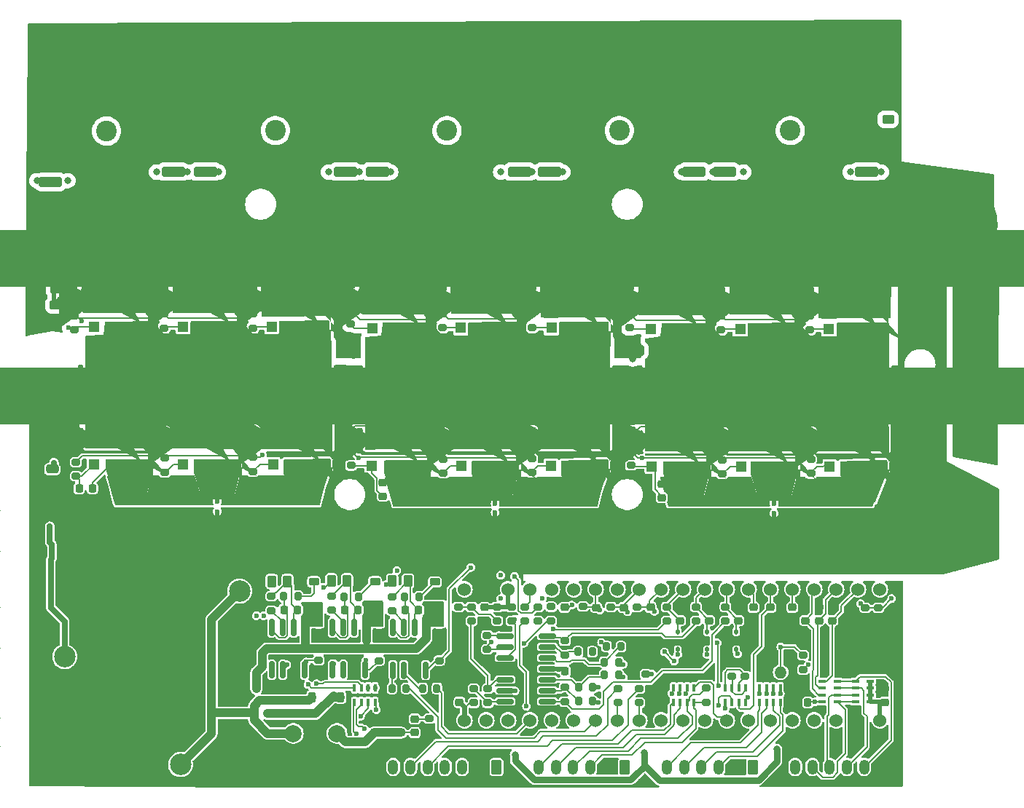
<source format=gbr>
%TF.GenerationSoftware,KiCad,Pcbnew,7.0.1-0*%
%TF.CreationDate,2023-10-26T13:37:28-04:00*%
%TF.ProjectId,MP2_DFN,4d50325f-4446-44e2-9e6b-696361645f70,rev?*%
%TF.SameCoordinates,Original*%
%TF.FileFunction,Copper,L1,Top*%
%TF.FilePolarity,Positive*%
%FSLAX46Y46*%
G04 Gerber Fmt 4.6, Leading zero omitted, Abs format (unit mm)*
G04 Created by KiCad (PCBNEW 7.0.1-0) date 2023-10-26 13:37:28*
%MOMM*%
%LPD*%
G01*
G04 APERTURE LIST*
G04 Aperture macros list*
%AMRoundRect*
0 Rectangle with rounded corners*
0 $1 Rounding radius*
0 $2 $3 $4 $5 $6 $7 $8 $9 X,Y pos of 4 corners*
0 Add a 4 corners polygon primitive as box body*
4,1,4,$2,$3,$4,$5,$6,$7,$8,$9,$2,$3,0*
0 Add four circle primitives for the rounded corners*
1,1,$1+$1,$2,$3*
1,1,$1+$1,$4,$5*
1,1,$1+$1,$6,$7*
1,1,$1+$1,$8,$9*
0 Add four rect primitives between the rounded corners*
20,1,$1+$1,$2,$3,$4,$5,0*
20,1,$1+$1,$4,$5,$6,$7,0*
20,1,$1+$1,$6,$7,$8,$9,0*
20,1,$1+$1,$8,$9,$2,$3,0*%
%AMFreePoly0*
4,1,141,3.900040,3.725000,3.915082,3.720106,3.930902,3.720106,3.943732,3.710784,3.958812,3.705878,3.968104,3.693076,3.980902,3.683779,3.985802,3.668696,3.995118,3.655864,3.995111,3.640045,4.000000,3.625000,4.000000,2.375000,3.995106,2.359937,3.995106,2.344098,3.985796,2.331284,3.980902,2.316221,3.968088,2.306911,3.958779,2.294098,3.943715,2.289203,3.930902,2.279894,
3.915063,2.279894,3.900000,2.275000,2.850000,2.275000,2.850000,1.725000,3.900000,1.725000,3.915063,1.720106,3.930902,1.720106,3.943715,1.710796,3.958779,1.705902,3.968088,1.693088,3.980902,1.683779,3.985796,1.668715,3.995106,1.655902,3.995106,1.640063,4.000000,1.625000,4.000000,0.375000,3.995106,0.359937,3.995106,0.344098,3.985796,0.331284,3.980902,0.316221,
3.968088,0.306911,3.958779,0.294098,3.943715,0.289203,3.930902,0.279894,3.915063,0.279894,3.900000,0.275000,2.850000,0.275000,2.850000,-0.275000,3.900000,-0.275000,3.915063,-0.279894,3.930902,-0.279894,3.943715,-0.289203,3.958779,-0.294098,3.968088,-0.306911,3.980902,-0.316221,3.985796,-0.331284,3.995106,-0.344098,3.995106,-0.359937,4.000000,-0.375000,4.000000,-1.625000,
3.995106,-1.640063,3.995106,-1.655902,3.985796,-1.668715,3.980902,-1.683779,3.968088,-1.693088,3.958779,-1.705902,3.943715,-1.710796,3.930902,-1.720106,3.915063,-1.720106,3.900000,-1.725000,2.850000,-1.725000,2.850000,-2.275000,3.900000,-2.275000,3.915063,-2.279894,3.930902,-2.279894,3.943715,-2.289203,3.958779,-2.294098,3.968088,-2.306911,3.980902,-2.316221,3.985796,-2.331284,
3.995106,-2.344098,3.995106,-2.359937,4.000000,-2.375000,4.000000,-3.625000,3.995111,-3.640045,3.995118,-3.655864,3.985802,-3.668696,3.980902,-3.683779,3.968104,-3.693076,3.958812,-3.705878,3.943732,-3.710784,3.930902,-3.720106,3.915082,-3.720106,3.900040,-3.725000,2.660040,-3.725500,2.644957,-3.720606,2.629098,-3.720606,2.616300,-3.711308,2.601254,-3.706426,2.591927,-3.693600,
2.579098,-3.684279,2.574209,-3.669234,2.564906,-3.656440,2.564899,-3.640580,2.560000,-3.625500,2.560000,-3.600491,-2.750009,-3.600000,-2.765067,-3.595106,-2.780902,-3.595106,-2.793719,-3.585793,-2.808786,-3.580897,-2.818091,-3.568086,-2.830902,-3.558779,-2.835797,-3.543711,-2.845109,-3.530893,-2.845107,-3.515058,-2.850000,-3.500000,-2.850000,3.500000,-2.845107,3.515058,-2.845109,3.530893,
-2.835797,3.543711,-2.830902,3.558779,-2.818091,3.568086,-2.808786,3.580897,-2.793719,3.585793,-2.780902,3.595106,-2.765067,3.595106,-2.750009,3.600000,2.560000,3.600491,2.560000,3.625500,2.564899,3.640580,2.564906,3.656440,2.574209,3.669234,2.579098,3.684279,2.591927,3.693600,2.601254,3.706426,2.616300,3.711308,2.629098,3.720606,2.644957,3.720606,2.660040,3.725500,
3.900040,3.725000,3.900040,3.725000,$1*%
G04 Aperture macros list end*
%TA.AperFunction,SMDPad,CuDef*%
%ADD10RoundRect,0.225000X-0.250000X0.225000X-0.250000X-0.225000X0.250000X-0.225000X0.250000X0.225000X0*%
%TD*%
%TA.AperFunction,SMDPad,CuDef*%
%ADD11RoundRect,0.225000X-0.375000X0.225000X-0.375000X-0.225000X0.375000X-0.225000X0.375000X0.225000X0*%
%TD*%
%TA.AperFunction,SMDPad,CuDef*%
%ADD12C,0.500000*%
%TD*%
%TA.AperFunction,SMDPad,CuDef*%
%ADD13RoundRect,0.200000X0.275000X-0.200000X0.275000X0.200000X-0.275000X0.200000X-0.275000X-0.200000X0*%
%TD*%
%TA.AperFunction,ComponentPad*%
%ADD14C,3.200000*%
%TD*%
%TA.AperFunction,SMDPad,CuDef*%
%ADD15RoundRect,0.128750X1.546250X-1.158750X1.546250X1.158750X-1.546250X1.158750X-1.546250X-1.158750X0*%
%TD*%
%TA.AperFunction,SMDPad,CuDef*%
%ADD16RoundRect,0.250000X-1.100000X0.325000X-1.100000X-0.325000X1.100000X-0.325000X1.100000X0.325000X0*%
%TD*%
%TA.AperFunction,SMDPad,CuDef*%
%ADD17RoundRect,0.250000X-0.475000X0.250000X-0.475000X-0.250000X0.475000X-0.250000X0.475000X0.250000X0*%
%TD*%
%TA.AperFunction,SMDPad,CuDef*%
%ADD18RoundRect,0.250000X-0.262500X-0.450000X0.262500X-0.450000X0.262500X0.450000X-0.262500X0.450000X0*%
%TD*%
%TA.AperFunction,SMDPad,CuDef*%
%ADD19RoundRect,0.112500X0.112500X-0.187500X0.112500X0.187500X-0.112500X0.187500X-0.112500X-0.187500X0*%
%TD*%
%TA.AperFunction,SMDPad,CuDef*%
%ADD20R,1.250000X1.280000*%
%TD*%
%TA.AperFunction,ComponentPad*%
%ADD21C,0.800000*%
%TD*%
%TA.AperFunction,SMDPad,CuDef*%
%ADD22FreePoly0,90.000000*%
%TD*%
%TA.AperFunction,SMDPad,CuDef*%
%ADD23R,0.900000X0.400000*%
%TD*%
%TA.AperFunction,SMDPad,CuDef*%
%ADD24RoundRect,0.225000X0.250000X-0.225000X0.250000X0.225000X-0.250000X0.225000X-0.250000X-0.225000X0*%
%TD*%
%TA.AperFunction,SMDPad,CuDef*%
%ADD25RoundRect,0.200000X-0.275000X0.200000X-0.275000X-0.200000X0.275000X-0.200000X0.275000X0.200000X0*%
%TD*%
%TA.AperFunction,SMDPad,CuDef*%
%ADD26RoundRect,0.200000X-0.200000X-0.275000X0.200000X-0.275000X0.200000X0.275000X-0.200000X0.275000X0*%
%TD*%
%TA.AperFunction,SMDPad,CuDef*%
%ADD27RoundRect,0.250000X1.100000X-0.325000X1.100000X0.325000X-1.100000X0.325000X-1.100000X-0.325000X0*%
%TD*%
%TA.AperFunction,SMDPad,CuDef*%
%ADD28RoundRect,0.250000X-0.450000X0.262500X-0.450000X-0.262500X0.450000X-0.262500X0.450000X0.262500X0*%
%TD*%
%TA.AperFunction,SMDPad,CuDef*%
%ADD29RoundRect,0.225000X-0.225000X-0.250000X0.225000X-0.250000X0.225000X0.250000X-0.225000X0.250000X0*%
%TD*%
%TA.AperFunction,ComponentPad*%
%ADD30RoundRect,0.250000X0.350000X0.625000X-0.350000X0.625000X-0.350000X-0.625000X0.350000X-0.625000X0*%
%TD*%
%TA.AperFunction,ComponentPad*%
%ADD31O,1.200000X1.750000*%
%TD*%
%TA.AperFunction,SMDPad,CuDef*%
%ADD32RoundRect,0.200000X0.200000X0.275000X-0.200000X0.275000X-0.200000X-0.275000X0.200000X-0.275000X0*%
%TD*%
%TA.AperFunction,ComponentPad*%
%ADD33C,3.000000*%
%TD*%
%TA.AperFunction,SMDPad,CuDef*%
%ADD34R,0.400000X0.900000*%
%TD*%
%TA.AperFunction,SMDPad,CuDef*%
%ADD35RoundRect,0.225000X0.225000X0.250000X-0.225000X0.250000X-0.225000X-0.250000X0.225000X-0.250000X0*%
%TD*%
%TA.AperFunction,SMDPad,CuDef*%
%ADD36RoundRect,0.250000X0.325000X1.100000X-0.325000X1.100000X-0.325000X-1.100000X0.325000X-1.100000X0*%
%TD*%
%TA.AperFunction,ComponentPad*%
%ADD37C,1.524000*%
%TD*%
%TA.AperFunction,ComponentPad*%
%ADD38C,1.400000*%
%TD*%
%TA.AperFunction,ComponentPad*%
%ADD39O,1.400000X1.400000*%
%TD*%
%TA.AperFunction,SMDPad,CuDef*%
%ADD40RoundRect,0.225000X0.225000X0.375000X-0.225000X0.375000X-0.225000X-0.375000X0.225000X-0.375000X0*%
%TD*%
%TA.AperFunction,SMDPad,CuDef*%
%ADD41RoundRect,0.150000X0.825000X0.150000X-0.825000X0.150000X-0.825000X-0.150000X0.825000X-0.150000X0*%
%TD*%
%TA.AperFunction,SMDPad,CuDef*%
%ADD42RoundRect,0.150000X0.150000X-0.825000X0.150000X0.825000X-0.150000X0.825000X-0.150000X-0.825000X0*%
%TD*%
%TA.AperFunction,SMDPad,CuDef*%
%ADD43RoundRect,0.218750X-0.256250X0.218750X-0.256250X-0.218750X0.256250X-0.218750X0.256250X0.218750X0*%
%TD*%
%TA.AperFunction,ComponentPad*%
%ADD44C,2.500000*%
%TD*%
%TA.AperFunction,SMDPad,CuDef*%
%ADD45RoundRect,0.250000X0.450000X-0.262500X0.450000X0.262500X-0.450000X0.262500X-0.450000X-0.262500X0*%
%TD*%
%TA.AperFunction,ComponentPad*%
%ADD46R,2.400000X2.400000*%
%TD*%
%TA.AperFunction,ComponentPad*%
%ADD47C,2.400000*%
%TD*%
%TA.AperFunction,ComponentPad*%
%ADD48C,2.000000*%
%TD*%
%TA.AperFunction,ComponentPad*%
%ADD49R,6.000000X4.000000*%
%TD*%
%TA.AperFunction,ViaPad*%
%ADD50C,0.600000*%
%TD*%
%TA.AperFunction,ViaPad*%
%ADD51C,0.800000*%
%TD*%
%TA.AperFunction,ViaPad*%
%ADD52C,12.000000*%
%TD*%
%TA.AperFunction,Conductor*%
%ADD53C,0.200000*%
%TD*%
%TA.AperFunction,Conductor*%
%ADD54C,1.000000*%
%TD*%
%TA.AperFunction,Conductor*%
%ADD55C,0.700000*%
%TD*%
%TA.AperFunction,Conductor*%
%ADD56C,0.500000*%
%TD*%
%TA.AperFunction,Conductor*%
%ADD57C,0.800000*%
%TD*%
%TA.AperFunction,Conductor*%
%ADD58C,0.600000*%
%TD*%
G04 APERTURE END LIST*
%TA.AperFunction,EtchedComponent*%
%TO.C,NT6*%
G36*
X135300800Y-91187900D02*
G01*
X134800800Y-91187900D01*
X134800800Y-90187900D01*
X135300800Y-90187900D01*
X135300800Y-91187900D01*
G37*
%TD.AperFunction*%
%TA.AperFunction,EtchedComponent*%
%TO.C,NT3*%
G36*
X102890300Y-88992500D02*
G01*
X102390300Y-88992500D01*
X102390300Y-87992500D01*
X102890300Y-87992500D01*
X102890300Y-88992500D01*
G37*
%TD.AperFunction*%
%TA.AperFunction,EtchedComponent*%
%TO.C,NT1*%
G36*
X70615500Y-88861800D02*
G01*
X70115500Y-88861800D01*
X70115500Y-87861800D01*
X70615500Y-87861800D01*
X70615500Y-88861800D01*
G37*
%TD.AperFunction*%
%TA.AperFunction,EtchedComponent*%
%TO.C,NT2*%
G36*
X70616300Y-90969800D02*
G01*
X70116300Y-90969800D01*
X70116300Y-89969800D01*
X70616300Y-89969800D01*
X70616300Y-90969800D01*
G37*
%TD.AperFunction*%
%TA.AperFunction,EtchedComponent*%
%TO.C,NT4*%
G36*
X102891100Y-91100500D02*
G01*
X102391100Y-91100500D01*
X102391100Y-90100500D01*
X102891100Y-90100500D01*
X102891100Y-91100500D01*
G37*
%TD.AperFunction*%
%TA.AperFunction,EtchedComponent*%
%TO.C,NT5*%
G36*
X135300000Y-89079900D02*
G01*
X134800000Y-89079900D01*
X134800000Y-88079900D01*
X135300000Y-88079900D01*
X135300000Y-89079900D01*
G37*
%TD.AperFunction*%
%TD*%
D10*
%TO.P,C7,1*%
%TO.N,V3V3*%
X101400000Y-101125000D03*
%TO.P,C7,2*%
%TO.N,GND*%
X101400000Y-102675000D03*
%TD*%
D11*
%TO.P,D2,1,K*%
%TO.N,Net-(D2-K)*%
X88700000Y-98150000D03*
%TO.P,D2,2,A*%
%TO.N,V12V*%
X88700000Y-101450000D03*
%TD*%
D12*
%TO.P,NT6,1,1*%
%TO.N,GND*%
X135050800Y-91187900D03*
%TO.P,NT6,2,2*%
%TO.N,A_SHC_V-*%
X135050800Y-90187900D03*
%TD*%
D13*
%TO.P,R33,1*%
%TO.N,Net-(R30-Pad2)*%
X129400000Y-102725000D03*
%TO.P,R33,2*%
%TO.N,A_SHA_AMP*%
X129400000Y-101075000D03*
%TD*%
D10*
%TO.P,C27,1*%
%TO.N,V12V*%
X89125000Y-102950000D03*
%TO.P,C27,2*%
%TO.N,GND*%
X89125000Y-104500000D03*
%TD*%
D13*
%TO.P,RG11,1*%
%TO.N,Net-(CGS14-Pad1)*%
X96621300Y-85531250D03*
%TO.P,RG11,2*%
%TO.N,DVRL2*%
X96621300Y-83881250D03*
%TD*%
D14*
%TO.P,TpGND2,1,1*%
%TO.N,GND*%
X130000000Y-92300000D03*
%TD*%
D15*
%TO.P,SHA2,1*%
%TO.N,GND*%
X80271500Y-91885800D03*
%TO.P,SHA2,2*%
%TO.N,Net-(CGS10-Pad2)*%
X80271500Y-87310800D03*
%TD*%
D16*
%TO.P,CD5,1*%
%TO.N,VBAT*%
X118617000Y-71245400D03*
%TO.P,CD5,2*%
%TO.N,GND*%
X118617000Y-74195400D03*
%TD*%
D13*
%TO.P,RG5,1*%
%TO.N,Net-(CGS11-Pad1)*%
X64262000Y-85400550D03*
%TO.P,RG5,2*%
%TO.N,DVRL1*%
X64262000Y-83750550D03*
%TD*%
D17*
%TO.P,CS1,1*%
%TO.N,GND*%
X53650000Y-76475000D03*
%TO.P,CS1,2*%
%TO.N,Net-(CS1-Pad2)*%
X53650000Y-78375000D03*
%TD*%
D18*
%TO.P,R7,1*%
%TO.N,A_PHB_VSENSE*%
X83612500Y-98050000D03*
%TO.P,R7,2*%
%TO.N,DV2H_N*%
X85437500Y-98050000D03*
%TD*%
D10*
%TO.P,C18,1*%
%TO.N,A_THROTTLE*%
X134600000Y-101125000D03*
%TO.P,C18,2*%
%TO.N,GND*%
X134600000Y-102675000D03*
%TD*%
D19*
%TO.P,D4,1,K*%
%TO.N,Net-(D4-K)*%
X123850000Y-106050000D03*
%TO.P,D4,2,A*%
%TO.N,A_SHC_AMP*%
X123850000Y-103950000D03*
%TD*%
D20*
%TO.P,QA5,1*%
%TO.N,Net-(CGS3-Pad2)*%
X76699000Y-68473300D03*
D21*
%TO.P,QA5,2*%
%TO.N,VBAT*%
X76699000Y-60403300D03*
X76699000Y-62153300D03*
X76699000Y-63903300D03*
X76699000Y-65653300D03*
X78699000Y-60403300D03*
X78699000Y-62153300D03*
X78699000Y-63903300D03*
X78699000Y-65653300D03*
D22*
X79699000Y-63593300D03*
D21*
X80699000Y-60403300D03*
X80699000Y-62153300D03*
X80699000Y-63903300D03*
X80699000Y-65653300D03*
X82699000Y-60403300D03*
X82699000Y-62153300D03*
X82699000Y-63903300D03*
X82699000Y-65653300D03*
D20*
%TO.P,QA5,3*%
%TO.N,DV1H_N*%
X78699000Y-68473300D03*
X80699000Y-68473300D03*
X82699000Y-68473300D03*
%TD*%
D23*
%TO.P,RN4,1,R1.1*%
%TO.N,V3V3*%
X146219000Y-112128260D03*
%TO.P,RN4,2,R2.1*%
X146219000Y-111328260D03*
%TO.P,RN4,3,R3.1*%
X146219000Y-110528260D03*
%TO.P,RN4,4,R4.1*%
X146219000Y-109728260D03*
%TO.P,RN4,5,R4.2*%
%TO.N,Net-(J3-Pin_2)*%
X144519000Y-109728260D03*
%TO.P,RN4,6,R3.2*%
%TO.N,Net-(J3-Pin_3)*%
X144519000Y-110528260D03*
%TO.P,RN4,7,R2.2*%
%TO.N,Net-(J3-Pin_4)*%
X144519000Y-111328260D03*
%TO.P,RN4,8,R1.2*%
%TO.N,Net-(J3-Pin_5)*%
X144519000Y-112128260D03*
%TD*%
D24*
%TO.P,CGS16,1*%
%TO.N,Net-(CGS16-Pad1)*%
X122000000Y-88375000D03*
%TO.P,CGS16,2*%
%TO.N,Net-(CGS16-Pad2)*%
X122000000Y-86825000D03*
%TD*%
D25*
%TO.P,R36,1*%
%TO.N,Net-(R29-Pad2)*%
X100150000Y-110575000D03*
%TO.P,R36,2*%
%TO.N,A_OVERLIMIT*%
X100150000Y-112225000D03*
%TD*%
D20*
%TO.P,QB3,1*%
%TO.N,Net-(CGS5-Pad2)*%
X98637500Y-68627200D03*
D21*
%TO.P,QB3,2*%
%TO.N,VBAT*%
X98637500Y-60557200D03*
X98637500Y-62307200D03*
X98637500Y-64057200D03*
X98637500Y-65807200D03*
X100637500Y-60557200D03*
X100637500Y-62307200D03*
X100637500Y-64057200D03*
X100637500Y-65807200D03*
D22*
X101637500Y-63747200D03*
D21*
X102637500Y-60557200D03*
X102637500Y-62307200D03*
X102637500Y-64057200D03*
X102637500Y-65807200D03*
X104637500Y-60557200D03*
X104637500Y-62307200D03*
X104637500Y-64057200D03*
X104637500Y-65807200D03*
D20*
%TO.P,QB3,3*%
%TO.N,DV2H_N*%
X100637500Y-68627200D03*
X102637500Y-68627200D03*
X104637500Y-68627200D03*
%TD*%
D13*
%TO.P,RG13,1*%
%TO.N,Net-(CGS7-Pad2)*%
X118293500Y-68605400D03*
%TO.P,RG13,2*%
%TO.N,DV3H_P*%
X118293500Y-66955400D03*
%TD*%
D24*
%TO.P,C23,1*%
%TO.N,A_SHB_AMP*%
X127500000Y-102675000D03*
%TO.P,C23,2*%
%TO.N,GND*%
X127500000Y-101125000D03*
%TD*%
%TO.P,CGS17,1*%
%TO.N,Net-(CGS17-Pad1)*%
X129032000Y-82423000D03*
%TO.P,CGS17,2*%
%TO.N,Net-(CGS16-Pad2)*%
X129032000Y-80873000D03*
%TD*%
D13*
%TO.P,RG2,1*%
%TO.N,Net-(CGS2-Pad2)*%
X64205000Y-68633800D03*
%TO.P,RG2,2*%
%TO.N,DV1H_P*%
X64205000Y-66983800D03*
%TD*%
D20*
%TO.P,QC1,1*%
%TO.N,Net-(CGS7-Pad2)*%
X120726000Y-68747800D03*
D21*
%TO.P,QC1,2*%
%TO.N,VBAT*%
X120726000Y-60677800D03*
X120726000Y-62427800D03*
X120726000Y-64177800D03*
X120726000Y-65927800D03*
X122726000Y-60677800D03*
X122726000Y-62427800D03*
X122726000Y-64177800D03*
X122726000Y-65927800D03*
D22*
X123726000Y-63867800D03*
D21*
X124726000Y-60677800D03*
X124726000Y-62427800D03*
X124726000Y-64177800D03*
X124726000Y-65927800D03*
X126726000Y-60677800D03*
X126726000Y-62427800D03*
X126726000Y-64177800D03*
X126726000Y-65927800D03*
D20*
%TO.P,QC1,3*%
%TO.N,DV3H_N*%
X122726000Y-68747800D03*
X124726000Y-68747800D03*
X126726000Y-68747800D03*
%TD*%
D25*
%TO.P,R39,1*%
%TO.N,UART3RX_I2C2SDA_ADC12-15*%
X119400000Y-110575000D03*
%TO.P,R39,2*%
%TO.N,Net-(U5-DUAL2)*%
X119400000Y-112225000D03*
%TD*%
D26*
%TO.P,R20,1*%
%TO.N,Net-(U4A--)*%
X112325000Y-112050000D03*
%TO.P,R20,2*%
%TO.N,A_SHA_V-*%
X113975000Y-112050000D03*
%TD*%
%TO.P,R23,1*%
%TO.N,Net-(U4B--)*%
X112275000Y-106300000D03*
%TO.P,R23,2*%
%TO.N,A_SHB_V-*%
X113925000Y-106300000D03*
%TD*%
D27*
%TO.P,CX2,1*%
%TO.N,VBAT*%
X65250000Y-53395200D03*
%TO.P,CX2,2*%
%TO.N,GND*%
X65250000Y-50445200D03*
%TD*%
D25*
%TO.P,R37,1*%
%TO.N,UART3TX_I2C2SCL_ADC12-14*%
X116900000Y-110575000D03*
%TO.P,R37,2*%
%TO.N,Net-(U5-DUAL1)*%
X116900000Y-112225000D03*
%TD*%
D10*
%TO.P,CGS4,1*%
%TO.N,DV2H_N*%
X85900000Y-63625000D03*
%TO.P,CGS4,2*%
%TO.N,Net-(CGS4-Pad2)*%
X85900000Y-65175000D03*
%TD*%
D12*
%TO.P,NT3,1,1*%
%TO.N,Net-(CGS13-Pad2)*%
X102640300Y-87992500D03*
%TO.P,NT3,2,2*%
%TO.N,A_SHB_V+*%
X102640300Y-88992500D03*
%TD*%
D28*
%TO.P,RS3,1*%
%TO.N,Net-(CS3-Pad2)*%
X118300000Y-79400000D03*
%TO.P,RS3,2*%
%TO.N,DV3H_N*%
X118300000Y-81225000D03*
%TD*%
D13*
%TO.P,R17,1*%
%TO.N,GND*%
X98400000Y-102725000D03*
%TO.P,R17,2*%
%TO.N,Net-(R16-Pad1)*%
X98400000Y-101075000D03*
%TD*%
D20*
%TO.P,QB1,1*%
%TO.N,Net-(CGS4-Pad2)*%
X88359300Y-68635000D03*
D21*
%TO.P,QB1,2*%
%TO.N,VBAT*%
X88359300Y-60565000D03*
X88359300Y-62315000D03*
X88359300Y-64065000D03*
X88359300Y-65815000D03*
X90359300Y-60565000D03*
X90359300Y-62315000D03*
X90359300Y-64065000D03*
X90359300Y-65815000D03*
D22*
X91359300Y-63755000D03*
D21*
X92359300Y-60565000D03*
X92359300Y-62315000D03*
X92359300Y-64065000D03*
X92359300Y-65815000D03*
X94359300Y-60565000D03*
X94359300Y-62315000D03*
X94359300Y-64065000D03*
X94359300Y-65815000D03*
D20*
%TO.P,QB1,3*%
%TO.N,DV2H_N*%
X90359300Y-68635000D03*
X92359300Y-68635000D03*
X94359300Y-68635000D03*
%TD*%
D10*
%TO.P,C33,1*%
%TO.N,A_PHA_VSENSE*%
X120700000Y-101100000D03*
%TO.P,C33,2*%
%TO.N,GND*%
X120700000Y-102650000D03*
%TD*%
D13*
%TO.P,R35,1*%
%TO.N,Net-(R32-Pad2)*%
X122600000Y-102725000D03*
%TO.P,R35,2*%
%TO.N,A_SHC_AMP*%
X122600000Y-101075000D03*
%TD*%
D29*
%TO.P,CGS10,1*%
%TO.N,Net-(CGS10-Pad1)*%
X54325000Y-87300000D03*
%TO.P,CGS10,2*%
%TO.N,Net-(CGS10-Pad2)*%
X55875000Y-87300000D03*
%TD*%
D24*
%TO.P,CGS12,1*%
%TO.N,Net-(CGS12-Pad1)*%
X74600000Y-82100000D03*
%TO.P,CGS12,2*%
%TO.N,Net-(CGS10-Pad2)*%
X74600000Y-80550000D03*
%TD*%
D20*
%TO.P,QC4,1*%
%TO.N,Net-(CGS17-Pad1)*%
X131202600Y-84736400D03*
D21*
%TO.P,QC4,2*%
%TO.N,DV3H_N*%
X131202600Y-76666400D03*
X131202600Y-78416400D03*
X131202600Y-80166400D03*
X131202600Y-81916400D03*
X133202600Y-76666400D03*
X133202600Y-78416400D03*
X133202600Y-80166400D03*
X133202600Y-81916400D03*
D22*
X134202600Y-79856400D03*
D21*
X135202600Y-76666400D03*
X135202600Y-78416400D03*
X135202600Y-80166400D03*
X135202600Y-81916400D03*
X137202600Y-76666400D03*
X137202600Y-78416400D03*
X137202600Y-80166400D03*
X137202600Y-81916400D03*
D20*
%TO.P,QC4,3*%
%TO.N,Net-(CGS16-Pad2)*%
X133202600Y-84736400D03*
X135202600Y-84736400D03*
X137202600Y-84736400D03*
%TD*%
D30*
%TO.P,J4,1,Pin_1*%
%TO.N,Net-(J4-Pin_1)*%
X117700000Y-119700000D03*
D31*
%TO.P,J4,2,Pin_2*%
%TO.N,GND*%
X115700000Y-119700000D03*
%TO.P,J4,3,Pin_3*%
%TO.N,PB6 D_UART1_TX I2C1_SCL TIM4_CH1*%
X113700000Y-119700000D03*
%TO.P,J4,4,Pin_4*%
%TO.N,PB5 MOSI TIM3 CH2*%
X111700000Y-119700000D03*
%TO.P,J4,5,Pin_5*%
%TO.N,PB4 MISO TIM3 CH1*%
X109700000Y-119700000D03*
%TO.P,J4,6,Pin_6*%
%TO.N,PB3 SCK TIM2CH2*%
X107700000Y-119700000D03*
%TD*%
D13*
%TO.P,R27,1*%
%TO.N,Net-(U4D-+)*%
X99900000Y-102725000D03*
%TO.P,R27,2*%
%TO.N,Net-(R16-Pad1)*%
X99900000Y-101075000D03*
%TD*%
%TO.P,R32,1*%
%TO.N,Net-(U4C--)*%
X101710000Y-106025000D03*
%TO.P,R32,2*%
%TO.N,Net-(R32-Pad2)*%
X101710000Y-104375000D03*
%TD*%
D32*
%TO.P,R22,1*%
%TO.N,Net-(U4B-+)*%
X117250000Y-105700000D03*
%TO.P,R22,2*%
%TO.N,A_SHB_V+*%
X115600000Y-105700000D03*
%TD*%
D26*
%TO.P,R43,1*%
%TO.N,HIN_C*%
X90655000Y-110555000D03*
%TO.P,R43,2*%
%TO.N,_HIN_C*%
X92305000Y-110555000D03*
%TD*%
D13*
%TO.P,RG8,1*%
%TO.N,Net-(CGS5-Pad2)*%
X96526400Y-68619600D03*
%TO.P,RG8,2*%
%TO.N,DV2H_P*%
X96526400Y-66969600D03*
%TD*%
D33*
%TO.P,TpGND4,1,1*%
%TO.N,GND*%
X72569000Y-106778260D03*
%TD*%
D20*
%TO.P,QA3,1*%
%TO.N,Net-(CGS2-Pad2)*%
X66377500Y-68473300D03*
D21*
%TO.P,QA3,2*%
%TO.N,VBAT*%
X66377500Y-60403300D03*
X66377500Y-62153300D03*
X66377500Y-63903300D03*
X66377500Y-65653300D03*
X68377500Y-60403300D03*
X68377500Y-62153300D03*
X68377500Y-63903300D03*
X68377500Y-65653300D03*
D22*
X69377500Y-63593300D03*
D21*
X70377500Y-60403300D03*
X70377500Y-62153300D03*
X70377500Y-63903300D03*
X70377500Y-65653300D03*
X72377500Y-60403300D03*
X72377500Y-62153300D03*
X72377500Y-63903300D03*
X72377500Y-65653300D03*
D20*
%TO.P,QA3,3*%
%TO.N,DV1H_N*%
X68377500Y-68473300D03*
X70377500Y-68473300D03*
X72377500Y-68473300D03*
%TD*%
D28*
%TO.P,R14,1*%
%TO.N,VSENSE*%
X148291600Y-44349000D03*
%TO.P,R14,2*%
%TO.N,VBAT*%
X148291600Y-46174000D03*
%TD*%
D34*
%TO.P,RN2,1,R1.1*%
%TO.N,Net-(RN2-R1.1)*%
X125750000Y-110500000D03*
%TO.P,RN2,2,R2.1*%
%TO.N,Net-(RN2-R2.1)*%
X124950000Y-110500000D03*
%TO.P,RN2,3,R3.1*%
%TO.N,Net-(RN2-R3.1)*%
X124150000Y-110500000D03*
%TO.P,RN2,4,R4.1*%
%TO.N,Net-(RN2-R4.1)*%
X123350000Y-110500000D03*
%TO.P,RN2,5,R4.2*%
%TO.N,PB3 SCK TIM2CH2*%
X123350000Y-112200000D03*
%TO.P,RN2,6,R3.2*%
%TO.N,PB4 MISO TIM3 CH1*%
X124150000Y-112200000D03*
%TO.P,RN2,7,R2.2*%
%TO.N,PB5 MOSI TIM3 CH2*%
X124950000Y-112200000D03*
%TO.P,RN2,8,R1.2*%
%TO.N,PB6 D_UART1_TX I2C1_SCL TIM4_CH1*%
X125750000Y-112200000D03*
%TD*%
D24*
%TO.P,CGS18,1*%
%TO.N,Net-(CGS18-Pad1)*%
X139319000Y-82375000D03*
%TO.P,CGS18,2*%
%TO.N,Net-(CGS16-Pad2)*%
X139319000Y-80825000D03*
%TD*%
%TO.P,C6,1*%
%TO.N,V3V3*%
X147869000Y-112153260D03*
%TO.P,C6,2*%
%TO.N,GND*%
X147869000Y-110603260D03*
%TD*%
D10*
%TO.P,CGS5,1*%
%TO.N,DV2H_N*%
X96500000Y-64025000D03*
%TO.P,CGS5,2*%
%TO.N,Net-(CGS5-Pad2)*%
X96500000Y-65575000D03*
%TD*%
D13*
%TO.P,RG1,1*%
%TO.N,Net-(CGS1-Pad2)*%
X53778200Y-68873600D03*
%TO.P,RG1,2*%
%TO.N,DV1H_P*%
X53778200Y-67223600D03*
%TD*%
D25*
%TO.P,R29,1*%
%TO.N,Net-(U4D-+)*%
X101800000Y-110575000D03*
%TO.P,R29,2*%
%TO.N,Net-(R29-Pad2)*%
X101800000Y-112225000D03*
%TD*%
D13*
%TO.P,RG12,1*%
%TO.N,Net-(CGS15-Pad1)*%
X106934000Y-85468250D03*
%TO.P,RG12,2*%
%TO.N,DVRL2*%
X106934000Y-83818250D03*
%TD*%
D10*
%TO.P,C19,1*%
%TO.N,VSENSE*%
X132650000Y-101125000D03*
%TO.P,C19,2*%
%TO.N,GND*%
X132650000Y-102675000D03*
%TD*%
D13*
%TO.P,R34,1*%
%TO.N,Net-(R31-Pad2)*%
X126000000Y-102725000D03*
%TO.P,R34,2*%
%TO.N,A_SHB_AMP*%
X126000000Y-101075000D03*
%TD*%
D15*
%TO.P,SHB1,1*%
%TO.N,GND*%
X92322300Y-92047500D03*
%TO.P,SHB1,2*%
%TO.N,Net-(CGS13-Pad2)*%
X92322300Y-87472500D03*
%TD*%
D10*
%TO.P,CGS7,1*%
%TO.N,DV3H_N*%
X118300000Y-63950000D03*
%TO.P,CGS7,2*%
%TO.N,Net-(CGS7-Pad2)*%
X118300000Y-65500000D03*
%TD*%
D15*
%TO.P,SHA1,2*%
%TO.N,Net-(CGS10-Pad2)*%
X60459500Y-87310800D03*
%TO.P,SHA1,1*%
%TO.N,GND*%
X60459500Y-91885800D03*
%TD*%
D17*
%TO.P,CS3,1*%
%TO.N,GND*%
X118325000Y-75925000D03*
%TO.P,CS3,2*%
%TO.N,Net-(CS3-Pad2)*%
X118325000Y-77825000D03*
%TD*%
D13*
%TO.P,R48,1*%
%TO.N,GND*%
X82125000Y-108950000D03*
%TO.P,R48,2*%
%TO.N,DVRL1*%
X82125000Y-107300000D03*
%TD*%
D24*
%TO.P,C10,1*%
%TO.N,V5V*%
X88630000Y-115695000D03*
%TO.P,C10,2*%
%TO.N,GND*%
X88630000Y-114145000D03*
%TD*%
D28*
%TO.P,RS2,1*%
%TO.N,Net-(CS2-Pad2)*%
X85670000Y-78877500D03*
%TO.P,RS2,2*%
%TO.N,DV2H_N*%
X85670000Y-80702500D03*
%TD*%
D34*
%TO.P,RN3,1,R1.1*%
%TO.N,Net-(RN3-R1.1)*%
X135769000Y-110478260D03*
%TO.P,RN3,2,R2.1*%
%TO.N,Net-(RN3-R2.1)*%
X134969000Y-110478260D03*
%TO.P,RN3,3,R3.1*%
%TO.N,Net-(RN3-R3.1)*%
X134169000Y-110478260D03*
%TO.P,RN3,4,R4.1*%
%TO.N,Net-(RN3-R4.1)*%
X133369000Y-110478260D03*
%TO.P,RN3,5,R4.2*%
%TO.N,PB7 D_UART1_RX I2C1_SDA TIM4_CH2*%
X133369000Y-112178260D03*
%TO.P,RN3,6,R3.2*%
%TO.N,PC12 SPI3 MOSI GPIO*%
X134169000Y-112178260D03*
%TO.P,RN3,7,R2.2*%
%TO.N,PC11 SPI3 MISO UART4RX*%
X134969000Y-112178260D03*
%TO.P,RN3,8,R1.2*%
%TO.N,PC10 SPI3 SCK UART4TX*%
X135769000Y-112178260D03*
%TD*%
D13*
%TO.P,R50,1*%
%TO.N,GND*%
X89125000Y-108975000D03*
%TO.P,R50,2*%
%TO.N,DVRL2*%
X89125000Y-107325000D03*
%TD*%
D20*
%TO.P,QB4,1*%
%TO.N,Net-(CGS14-Pad1)*%
X98724400Y-84696500D03*
D21*
%TO.P,QB4,2*%
%TO.N,DV2H_N*%
X98724400Y-76626500D03*
X98724400Y-78376500D03*
X98724400Y-80126500D03*
X98724400Y-81876500D03*
X100724400Y-76626500D03*
X100724400Y-78376500D03*
X100724400Y-80126500D03*
X100724400Y-81876500D03*
D22*
X101724400Y-79816500D03*
D21*
X102724400Y-76626500D03*
X102724400Y-78376500D03*
X102724400Y-80126500D03*
X102724400Y-81876500D03*
X104724400Y-76626500D03*
X104724400Y-78376500D03*
X104724400Y-80126500D03*
X104724400Y-81876500D03*
D20*
%TO.P,QB4,3*%
%TO.N,Net-(CGS13-Pad2)*%
X100724400Y-84696500D03*
X102724400Y-84696500D03*
X104724400Y-84696500D03*
%TD*%
D15*
%TO.P,SHB3,1*%
%TO.N,GND*%
X112642300Y-92047500D03*
%TO.P,SHB3,2*%
%TO.N,Net-(CGS13-Pad2)*%
X112642300Y-87472500D03*
%TD*%
D10*
%TO.P,CGS3,1*%
%TO.N,DV1H_N*%
X74500000Y-64025000D03*
%TO.P,CGS3,2*%
%TO.N,Net-(CGS3-Pad2)*%
X74500000Y-65575000D03*
%TD*%
D13*
%TO.P,R16,1*%
%TO.N,Net-(R16-Pad1)*%
X102900000Y-102725000D03*
%TO.P,R16,2*%
%TO.N,V3V3*%
X102900000Y-101075000D03*
%TD*%
%TO.P,R25,1*%
%TO.N,Net-(U4C-+)*%
X107625000Y-102725000D03*
%TO.P,R25,2*%
%TO.N,A_SHC_V+*%
X107625000Y-101075000D03*
%TD*%
D19*
%TO.P,D5,1,K*%
%TO.N,Net-(D4-K)*%
X127250000Y-106050000D03*
%TO.P,D5,2,A*%
%TO.N,A_SHB_AMP*%
X127250000Y-103950000D03*
%TD*%
D27*
%TO.P,CX3,1*%
%TO.N,VBAT*%
X69000000Y-53395200D03*
%TO.P,CX3,2*%
%TO.N,GND*%
X69000000Y-50445200D03*
%TD*%
D13*
%TO.P,R24,1*%
%TO.N,Net-(U4C-+)*%
X104550000Y-102725000D03*
%TO.P,R24,2*%
%TO.N,V3V3*%
X104550000Y-101075000D03*
%TD*%
D18*
%TO.P,R5,1*%
%TO.N,A_PHA_VSENSE*%
X76687500Y-98100000D03*
%TO.P,R5,2*%
%TO.N,DV1H_N*%
X78512500Y-98100000D03*
%TD*%
D13*
%TO.P,R28,1*%
%TO.N,Net-(RN5-R1.2)*%
X131669000Y-109115760D03*
%TO.P,R28,2*%
%TO.N,GND*%
X131669000Y-107465760D03*
%TD*%
D23*
%TO.P,RN1,1,R1.1*%
%TO.N,HALL_A*%
X140669000Y-109728260D03*
%TO.P,RN1,2,R2.1*%
%TO.N,HALL_B*%
X140669000Y-110528260D03*
%TO.P,RN1,3,R3.1*%
%TO.N,HALL_C*%
X140669000Y-111328260D03*
%TO.P,RN1,4,R4.1*%
%TO.N,MOTOR_TEMP*%
X140669000Y-112128260D03*
%TO.P,RN1,5,R4.2*%
%TO.N,Net-(J3-Pin_5)*%
X142369000Y-112128260D03*
%TO.P,RN1,6,R3.2*%
%TO.N,Net-(J3-Pin_4)*%
X142369000Y-111328260D03*
%TO.P,RN1,7,R2.2*%
%TO.N,Net-(J3-Pin_3)*%
X142369000Y-110528260D03*
%TO.P,RN1,8,R1.2*%
%TO.N,Net-(J3-Pin_2)*%
X142369000Y-109728260D03*
%TD*%
D14*
%TO.P,TpGND1,1,1*%
%TO.N,GND*%
X141000000Y-92300000D03*
%TD*%
D13*
%TO.P,R31,1*%
%TO.N,Net-(U4B--)*%
X110750000Y-106675000D03*
%TO.P,R31,2*%
%TO.N,Net-(R31-Pad2)*%
X110750000Y-105025000D03*
%TD*%
D24*
%TO.P,C15,1*%
%TO.N,HALL_B*%
X140250000Y-102675000D03*
%TO.P,C15,2*%
%TO.N,GND*%
X140250000Y-101125000D03*
%TD*%
D15*
%TO.P,SHA3,1*%
%TO.N,GND*%
X70365500Y-91885800D03*
%TO.P,SHA3,2*%
%TO.N,Net-(CGS10-Pad2)*%
X70365500Y-87310800D03*
%TD*%
%TO.P,SHC3,1*%
%TO.N,GND*%
X144980000Y-92007900D03*
%TO.P,SHC3,2*%
%TO.N,Net-(CGS16-Pad2)*%
X144980000Y-87432900D03*
%TD*%
D13*
%TO.P,RG16,1*%
%TO.N,Net-(CGS16-Pad1)*%
X118410000Y-84620000D03*
%TO.P,RG16,2*%
%TO.N,DVRL3*%
X118410000Y-82970000D03*
%TD*%
D26*
%TO.P,R19,1*%
%TO.N,Net-(U4A-+)*%
X112325000Y-110450000D03*
%TO.P,R19,2*%
%TO.N,A_SHA_V+*%
X113975000Y-110450000D03*
%TD*%
D13*
%TO.P,R6,1*%
%TO.N,GND*%
X119100000Y-102725000D03*
%TO.P,R6,2*%
%TO.N,A_PHA_VSENSE*%
X119100000Y-101075000D03*
%TD*%
D24*
%TO.P,C14,1*%
%TO.N,HALL_C*%
X138700000Y-102675000D03*
%TO.P,C14,2*%
%TO.N,GND*%
X138700000Y-101125000D03*
%TD*%
D29*
%TO.P,C20,1*%
%TO.N,V3V3*%
X110775000Y-108550000D03*
%TO.P,C20,2*%
%TO.N,GND*%
X112325000Y-108550000D03*
%TD*%
D13*
%TO.P,R52,1*%
%TO.N,GND*%
X96150000Y-108975000D03*
%TO.P,R52,2*%
%TO.N,DVRL3*%
X96150000Y-107325000D03*
%TD*%
D30*
%TO.P,J2,1,Pin_1*%
%TO.N,Net-(J2-Pin_1)*%
X132600000Y-119700000D03*
D31*
%TO.P,J2,2,Pin_2*%
%TO.N,GND*%
X130600000Y-119700000D03*
%TO.P,J2,3,Pin_3*%
%TO.N,PC10 SPI3 SCK UART4TX*%
X128600000Y-119700000D03*
%TO.P,J2,4,Pin_4*%
%TO.N,PC11 SPI3 MISO UART4RX*%
X126600000Y-119700000D03*
%TO.P,J2,5,Pin_5*%
%TO.N,PC12 SPI3 MOSI GPIO*%
X124600000Y-119700000D03*
%TO.P,J2,6,Pin_6*%
%TO.N,PB7 D_UART1_RX I2C1_SDA TIM4_CH2*%
X122600000Y-119700000D03*
%TD*%
D14*
%TO.P,TpVBAT3,1,1*%
%TO.N,VBAT*%
X107000000Y-57400000D03*
%TD*%
D17*
%TO.P,CS2,1*%
%TO.N,GND*%
X85675000Y-75375000D03*
%TO.P,CS2,2*%
%TO.N,Net-(CS2-Pad2)*%
X85675000Y-77275000D03*
%TD*%
D10*
%TO.P,CGS8,1*%
%TO.N,DV3H_N*%
X128900000Y-64150000D03*
%TO.P,CGS8,2*%
%TO.N,Net-(CGS8-Pad2)*%
X128900000Y-65700000D03*
%TD*%
D35*
%TO.P,C17,1*%
%TO.N,MOTOR_TEMP*%
X138975000Y-112200000D03*
%TO.P,C17,2*%
%TO.N,GND*%
X137425000Y-112200000D03*
%TD*%
D10*
%TO.P,C26,1*%
%TO.N,V12V*%
X82119000Y-102950000D03*
%TO.P,C26,2*%
%TO.N,GND*%
X82119000Y-104500000D03*
%TD*%
%TO.P,C29,1*%
%TO.N,A_PHB_VSENSE*%
X117600000Y-101150000D03*
%TO.P,C29,2*%
%TO.N,GND*%
X117600000Y-102700000D03*
%TD*%
D15*
%TO.P,SHB2,1*%
%TO.N,GND*%
X102450000Y-92047500D03*
%TO.P,SHB2,2*%
%TO.N,Net-(CGS13-Pad2)*%
X102450000Y-87472500D03*
%TD*%
D24*
%TO.P,C24,1*%
%TO.N,A_SHC_AMP*%
X124100000Y-102675000D03*
%TO.P,C24,2*%
%TO.N,GND*%
X124100000Y-101125000D03*
%TD*%
D13*
%TO.P,R15,1*%
%TO.N,GND*%
X145650000Y-102825000D03*
%TO.P,R15,2*%
%TO.N,VSENSE*%
X145650000Y-101175000D03*
%TD*%
D27*
%TO.P,CX5,1*%
%TO.N,VBAT*%
X89000000Y-53395200D03*
%TO.P,CX5,2*%
%TO.N,GND*%
X89000000Y-50445200D03*
%TD*%
D12*
%TO.P,NT1,1,1*%
%TO.N,Net-(CGS10-Pad2)*%
X70365500Y-87861800D03*
%TO.P,NT1,2,2*%
%TO.N,A_SHA_V+*%
X70365500Y-88861800D03*
%TD*%
D25*
%TO.P,R30,1*%
%TO.N,Net-(U4A--)*%
X110750000Y-110425000D03*
%TO.P,R30,2*%
%TO.N,Net-(R30-Pad2)*%
X110750000Y-112075000D03*
%TD*%
D10*
%TO.P,CGS15,1*%
%TO.N,Net-(CGS15-Pad1)*%
X106900000Y-80650000D03*
%TO.P,CGS15,2*%
%TO.N,Net-(CGS13-Pad2)*%
X106900000Y-82200000D03*
%TD*%
D14*
%TO.P,TpVBAT2,1,1*%
%TO.N,VBAT*%
X139600000Y-57400000D03*
%TD*%
D24*
%TO.P,C25,1*%
%TO.N,A_OVERLIMIT*%
X98500000Y-112175000D03*
%TO.P,C25,2*%
%TO.N,GND*%
X98500000Y-110625000D03*
%TD*%
D27*
%TO.P,CX8,1*%
%TO.N,VBAT*%
X125750000Y-53395200D03*
%TO.P,CX8,2*%
%TO.N,GND*%
X125750000Y-50445200D03*
%TD*%
D25*
%TO.P,R9,1*%
%TO.N,GND*%
X130169000Y-107465760D03*
%TO.P,R9,2*%
%TO.N,Net-(RN5-R2.2)*%
X130169000Y-109115760D03*
%TD*%
D12*
%TO.P,NT2,1,1*%
%TO.N,GND*%
X70366300Y-90969800D03*
%TO.P,NT2,2,2*%
%TO.N,A_SHA_V-*%
X70366300Y-89969800D03*
%TD*%
D29*
%TO.P,C3,1*%
%TO.N,Net-(U3-VB)*%
X92200000Y-101450000D03*
%TO.P,C3,2*%
%TO.N,DV3H_N*%
X93750000Y-101450000D03*
%TD*%
D11*
%TO.P,D1,1,K*%
%TO.N,Net-(D1-K)*%
X81600000Y-98150000D03*
%TO.P,D1,2,A*%
%TO.N,V12V*%
X81600000Y-101450000D03*
%TD*%
D30*
%TO.P,J1,1,Pin_1*%
%TO.N,Net-(J1-Pin_1)*%
X102800000Y-119700000D03*
D31*
%TO.P,J1,2,Pin_2*%
%TO.N,GND*%
X100800000Y-119700000D03*
%TO.P,J1,3,Pin_3*%
%TO.N,Net-(J1-Pin_3)*%
X98800000Y-119700000D03*
%TO.P,J1,4,Pin_4*%
%TO.N,Net-(J1-Pin_4)*%
X96800000Y-119700000D03*
%TO.P,J1,5,Pin_5*%
%TO.N,UART3RX_I2C2SDA_ADC12-15*%
X94800000Y-119700000D03*
%TO.P,J1,6,Pin_6*%
%TO.N,UART3TX_I2C2SCL_ADC12-14*%
X92800000Y-119700000D03*
%TO.P,J1,7,Pin_7*%
%TO.N,PA5 ADC12-5 SPI1SCK TIM8CH1*%
X90800000Y-119700000D03*
%TD*%
D10*
%TO.P,CGS14,1*%
%TO.N,Net-(CGS14-Pad1)*%
X96600000Y-80900000D03*
%TO.P,CGS14,2*%
%TO.N,Net-(CGS13-Pad2)*%
X96600000Y-82450000D03*
%TD*%
D26*
%TO.P,R45,1*%
%TO.N,Net-(U2-VB)*%
X85125000Y-99900000D03*
%TO.P,R45,2*%
%TO.N,Net-(D2-K)*%
X86775000Y-99900000D03*
%TD*%
D20*
%TO.P,QC3,1*%
%TO.N,Net-(CGS8-Pad2)*%
X131114600Y-68747800D03*
D21*
%TO.P,QC3,2*%
%TO.N,VBAT*%
X131114600Y-60677800D03*
X131114600Y-62427800D03*
X131114600Y-64177800D03*
X131114600Y-65927800D03*
X133114600Y-60677800D03*
X133114600Y-62427800D03*
X133114600Y-64177800D03*
X133114600Y-65927800D03*
D22*
X134114600Y-63867800D03*
D21*
X135114600Y-60677800D03*
X135114600Y-62427800D03*
X135114600Y-64177800D03*
X135114600Y-65927800D03*
X137114600Y-60677800D03*
X137114600Y-62427800D03*
X137114600Y-64177800D03*
X137114600Y-65927800D03*
D20*
%TO.P,QC3,3*%
%TO.N,DV3H_N*%
X133114600Y-68747800D03*
X135114600Y-68747800D03*
X137114600Y-68747800D03*
%TD*%
D13*
%TO.P,R38,1*%
%TO.N,GND*%
X147150000Y-102825000D03*
%TO.P,R38,2*%
%TO.N,VSENSE*%
X147150000Y-101175000D03*
%TD*%
D14*
%TO.P,TpGND3,1,1*%
%TO.N,GND*%
X107500000Y-92300000D03*
%TD*%
D24*
%TO.P,CGS11,1*%
%TO.N,Net-(CGS11-Pad1)*%
X64262000Y-82300000D03*
%TO.P,CGS11,2*%
%TO.N,Net-(CGS10-Pad2)*%
X64262000Y-80750000D03*
%TD*%
D26*
%TO.P,R21,1*%
%TO.N,Net-(U4B-+)*%
X115325000Y-107500000D03*
%TO.P,R21,2*%
%TO.N,V3V3*%
X116975000Y-107500000D03*
%TD*%
D27*
%TO.P,CX20,1*%
%TO.N,VBAT*%
X145750000Y-53395200D03*
%TO.P,CX20,2*%
%TO.N,GND*%
X145750000Y-50445200D03*
%TD*%
D19*
%TO.P,D6,1,K*%
%TO.N,Net-(D4-K)*%
X130650000Y-106050000D03*
%TO.P,D6,2,A*%
%TO.N,A_SHA_AMP*%
X130650000Y-103950000D03*
%TD*%
D14*
%TO.P,TpGND7,1,1*%
%TO.N,GND*%
X97500000Y-92300000D03*
%TD*%
D24*
%TO.P,C8,1*%
%TO.N,V5V*%
X90155000Y-115695000D03*
%TO.P,C8,2*%
%TO.N,GND*%
X90155000Y-114145000D03*
%TD*%
D13*
%TO.P,RG18,1*%
%TO.N,Net-(CGS18-Pad1)*%
X139319000Y-85555650D03*
%TO.P,RG18,2*%
%TO.N,DVRL3*%
X139319000Y-83905650D03*
%TD*%
D10*
%TO.P,CGS6,1*%
%TO.N,DV2H_N*%
X106900000Y-63950000D03*
%TO.P,CGS6,2*%
%TO.N,Net-(CGS6-Pad2)*%
X106900000Y-65500000D03*
%TD*%
D13*
%TO.P,RG4,1*%
%TO.N,Net-(CGS10-Pad1)*%
X53956000Y-85878400D03*
%TO.P,RG4,2*%
%TO.N,DVRL1*%
X53956000Y-84228400D03*
%TD*%
%TO.P,RG3,1*%
%TO.N,Net-(CGS3-Pad2)*%
X74506500Y-68630450D03*
%TO.P,RG3,2*%
%TO.N,DV1H_P*%
X74506500Y-66980450D03*
%TD*%
D10*
%TO.P,C30,1*%
%TO.N,A_PHC_VSENSE*%
X114400000Y-101150000D03*
%TO.P,C30,2*%
%TO.N,GND*%
X114400000Y-102700000D03*
%TD*%
D29*
%TO.P,C1,1*%
%TO.N,Net-(U1-VB)*%
X78125000Y-101400000D03*
%TO.P,C1,2*%
%TO.N,DV1H_N*%
X79675000Y-101400000D03*
%TD*%
D24*
%TO.P,C12,1*%
%TO.N,V12V_safe*%
X79700000Y-111950000D03*
%TO.P,C12,2*%
%TO.N,GND*%
X79700000Y-110400000D03*
%TD*%
D13*
%TO.P,RG17,1*%
%TO.N,Net-(CGS17-Pad1)*%
X129031000Y-85618650D03*
%TO.P,RG17,2*%
%TO.N,DVRL3*%
X129031000Y-83968650D03*
%TD*%
D25*
%TO.P,R49,1*%
%TO.N,DV2H_N*%
X83675000Y-99825000D03*
%TO.P,R49,2*%
%TO.N,DV2H_P*%
X83675000Y-101475000D03*
%TD*%
D29*
%TO.P,C2,1*%
%TO.N,Net-(U2-VB)*%
X85175000Y-101425000D03*
%TO.P,C2,2*%
%TO.N,DV2H_N*%
X86725000Y-101425000D03*
%TD*%
D13*
%TO.P,RG6,1*%
%TO.N,Net-(CGS12-Pad1)*%
X74506500Y-85337550D03*
%TO.P,RG6,2*%
%TO.N,DVRL1*%
X74506500Y-83687550D03*
%TD*%
%TO.P,RG9,1*%
%TO.N,Net-(CGS6-Pad2)*%
X106940400Y-68594200D03*
%TO.P,RG9,2*%
%TO.N,DV2H_P*%
X106940400Y-66944200D03*
%TD*%
%TO.P,R26,1*%
%TO.N,Net-(U4C--)*%
X109150000Y-102700000D03*
%TO.P,R26,2*%
%TO.N,A_SHC_V-*%
X109150000Y-101050000D03*
%TD*%
D14*
%TO.P,TpVBAT5,1,1*%
%TO.N,VBAT*%
X128800000Y-57400000D03*
%TD*%
D26*
%TO.P,R42,1*%
%TO.N,LIN_C*%
X94225000Y-110545000D03*
%TO.P,R42,2*%
%TO.N,_LIN_C*%
X95875000Y-110545000D03*
%TD*%
D13*
%TO.P,R67,1*%
%TO.N,GND*%
X95000000Y-115725000D03*
%TO.P,R67,2*%
%TO.N,Net-(D9-K)*%
X95000000Y-114075000D03*
%TD*%
D10*
%TO.P,CGS2,1*%
%TO.N,DV1H_N*%
X64200000Y-64050000D03*
%TO.P,CGS2,2*%
%TO.N,Net-(CGS2-Pad2)*%
X64200000Y-65600000D03*
%TD*%
D24*
%TO.P,C22,1*%
%TO.N,A_SHA_AMP*%
X130900000Y-102675000D03*
%TO.P,C22,2*%
%TO.N,GND*%
X130900000Y-101125000D03*
%TD*%
D13*
%TO.P,TH1,1*%
%TO.N,FET_TEMP*%
X96650000Y-78750000D03*
%TO.P,TH1,2*%
%TO.N,GND*%
X96650000Y-77100000D03*
%TD*%
D17*
%TO.P,C5,1*%
%TO.N,Net-(D8-A1)*%
X51200000Y-85050000D03*
%TO.P,C5,2*%
%TO.N,GND*%
X51200000Y-86950000D03*
%TD*%
D11*
%TO.P,D3,1,K*%
%TO.N,Net-(D3-K)*%
X95650000Y-98175000D03*
%TO.P,D3,2,A*%
%TO.N,V12V*%
X95650000Y-101475000D03*
%TD*%
D20*
%TO.P,QC5,1*%
%TO.N,Net-(CGS9-Pad2)*%
X141427000Y-68747800D03*
D21*
%TO.P,QC5,2*%
%TO.N,VBAT*%
X141427000Y-60677800D03*
X141427000Y-62427800D03*
X141427000Y-64177800D03*
X141427000Y-65927800D03*
X143427000Y-60677800D03*
X143427000Y-62427800D03*
X143427000Y-64177800D03*
X143427000Y-65927800D03*
D22*
X144427000Y-63867800D03*
D21*
X145427000Y-60677800D03*
X145427000Y-62427800D03*
X145427000Y-64177800D03*
X145427000Y-65927800D03*
X147427000Y-60677800D03*
X147427000Y-62427800D03*
X147427000Y-64177800D03*
X147427000Y-65927800D03*
D20*
%TO.P,QC5,3*%
%TO.N,DV3H_N*%
X143427000Y-68747800D03*
X145427000Y-68747800D03*
X147427000Y-68747800D03*
%TD*%
D36*
%TO.P,CD1,1*%
%TO.N,VBAT*%
X157269000Y-68162000D03*
%TO.P,CD1,2*%
%TO.N,GND*%
X154319000Y-68162000D03*
%TD*%
D13*
%TO.P,R11,1*%
%TO.N,GND*%
X112850000Y-102675000D03*
%TO.P,R11,2*%
%TO.N,A_PHC_VSENSE*%
X112850000Y-101025000D03*
%TD*%
D20*
%TO.P,QA2,1*%
%TO.N,Net-(CGS10-Pad1)*%
X56003500Y-84475300D03*
D21*
%TO.P,QA2,2*%
%TO.N,DV1H_N*%
X56003500Y-76405300D03*
X56003500Y-78155300D03*
X56003500Y-79905300D03*
X56003500Y-81655300D03*
X58003500Y-76405300D03*
X58003500Y-78155300D03*
X58003500Y-79905300D03*
X58003500Y-81655300D03*
D22*
X59003500Y-79595300D03*
D21*
X60003500Y-76405300D03*
X60003500Y-78155300D03*
X60003500Y-79905300D03*
X60003500Y-81655300D03*
X62003500Y-76405300D03*
X62003500Y-78155300D03*
X62003500Y-79905300D03*
X62003500Y-81655300D03*
D20*
%TO.P,QA2,3*%
%TO.N,Net-(CGS10-Pad2)*%
X58003500Y-84475300D03*
X60003500Y-84475300D03*
X62003500Y-84475300D03*
%TD*%
D37*
%TO.P,U5,1,VBAT*%
%TO.N,unconnected-(U5-VBAT-Pad1)*%
X147329000Y-99028000D03*
%TO.P,U5,2,PC8*%
%TO.N,HALL_A*%
X144789000Y-99028000D03*
%TO.P,U5,3,PC7*%
%TO.N,HALL_B*%
X142249000Y-99028000D03*
%TO.P,U5,4,PC6*%
%TO.N,HALL_C*%
X139709000Y-99028000D03*
%TO.P,U5,5,NRST*%
%TO.N,Net-(U5-NRST)*%
X137169000Y-99028000D03*
%TO.P,U5,6,PA4*%
%TO.N,A_THROTTLE*%
X134629000Y-99028000D03*
%TO.P,U5,7,PC3*%
%TO.N,VSENSE*%
X132089000Y-99028000D03*
%TO.P,U5,8,PC0*%
%TO.N,A_SHA_AMP*%
X129549000Y-99028000D03*
%TO.P,U5,9,PC1*%
%TO.N,A_SHB_AMP*%
X127009000Y-99028000D03*
%TO.P,U5,10,PC2*%
%TO.N,A_SHC_AMP*%
X124469000Y-99028000D03*
%TO.P,U5,11,PA0*%
%TO.N,A_PHA_VSENSE*%
X121929000Y-99028000D03*
%TO.P,U5,12,PA1*%
%TO.N,A_PHB_VSENSE*%
X119389000Y-99028000D03*
%TO.P,U5,13,PA7*%
%TO.N,MOTOR_TEMP*%
X116849000Y-99028000D03*
%TO.P,U5,14,PA2*%
%TO.N,A_PHC_VSENSE*%
X114309000Y-99028000D03*
%TO.P,U5,15,PB1*%
%TO.N,FET_TEMP*%
X111769000Y-99028000D03*
%TO.P,U5,16,PA6*%
%TO.N,PA6 ADC12-6 SPI1MISO TIM13CH1*%
X109229000Y-99028000D03*
%TO.P,U5,17,PA5*%
%TO.N,Net-(U5-PA5)*%
X106689000Y-99028000D03*
%TO.P,U5,18,3V3*%
%TO.N,V3V3*%
X104149000Y-99028000D03*
%TO.P,U5,19,GND*%
%TO.N,GND*%
X101609000Y-99028000D03*
%TO.P,U5,20,NC*%
%TO.N,unconnected-(U5-NC-Pad20)*%
X99069000Y-99028000D03*
%TO.P,U5,21,PB12*%
%TO.N,A_OVERLIMIT*%
X99069000Y-114268000D03*
%TO.P,U5,22,PB13*%
%TO.N,_LIN_A*%
X101609000Y-114268000D03*
%TO.P,U5,23,PB14*%
%TO.N,_LIN_B*%
X104149000Y-114268000D03*
%TO.P,U5,24,PB15*%
%TO.N,_LIN_C*%
X106689000Y-114268000D03*
%TO.P,U5,25,PA8*%
%TO.N,_HIN_A*%
X109229000Y-114268000D03*
%TO.P,U5,26,PA9*%
%TO.N,_HIN_B*%
X111769000Y-114268000D03*
%TO.P,U5,27,PA10*%
%TO.N,_HIN_C*%
X114285395Y-114277993D03*
%TO.P,U5,28,DUAL1*%
%TO.N,Net-(U5-DUAL1)*%
X116849000Y-114268000D03*
%TO.P,U5,29,DUAL2*%
%TO.N,Net-(U5-DUAL2)*%
X119389000Y-114268000D03*
%TO.P,U5,30,PB3*%
%TO.N,Net-(RN2-R4.1)*%
X121929000Y-114268000D03*
%TO.P,U5,31,PB4*%
%TO.N,Net-(RN2-R3.1)*%
X124469000Y-114268000D03*
%TO.P,U5,32,PB5*%
%TO.N,Net-(RN2-R2.1)*%
X127009000Y-114268000D03*
%TO.P,U5,33,PB6*%
%TO.N,Net-(RN2-R1.1)*%
X129549000Y-114268000D03*
%TO.P,U5,34,PB7*%
%TO.N,Net-(RN3-R4.1)*%
X132089000Y-114268000D03*
%TO.P,U5,35,PC12*%
%TO.N,Net-(RN3-R3.1)*%
X134629000Y-114268000D03*
%TO.P,U5,36,PC11*%
%TO.N,Net-(RN3-R2.1)*%
X137169000Y-114268000D03*
%TO.P,U5,37,PC10*%
%TO.N,Net-(RN3-R1.1)*%
X139709000Y-114268000D03*
%TO.P,U5,38,5V*%
%TO.N,V5V*%
X142249000Y-114268000D03*
%TO.P,U5,39,GND*%
%TO.N,GND*%
X144789000Y-114268000D03*
%TO.P,U5,40,3V3*%
%TO.N,V3V3*%
X147329000Y-114268000D03*
%TD*%
D26*
%TO.P,R44,1*%
%TO.N,Net-(U1-VB)*%
X78075000Y-99850000D03*
%TO.P,R44,2*%
%TO.N,Net-(D1-K)*%
X79725000Y-99850000D03*
%TD*%
D24*
%TO.P,C13,1*%
%TO.N,V12V_safe*%
X78175000Y-111950000D03*
%TO.P,C13,2*%
%TO.N,GND*%
X78175000Y-110400000D03*
%TD*%
D13*
%TO.P,RG15,1*%
%TO.N,Net-(CGS9-Pad2)*%
X139191000Y-68848550D03*
%TO.P,RG15,2*%
%TO.N,DV3H_P*%
X139191000Y-67198550D03*
%TD*%
D14*
%TO.P,TpGND6,1,1*%
%TO.N,GND*%
X75500000Y-92300000D03*
%TD*%
D26*
%TO.P,R18,1*%
%TO.N,Net-(U4A-+)*%
X115325000Y-109000000D03*
%TO.P,R18,2*%
%TO.N,V3V3*%
X116975000Y-109000000D03*
%TD*%
D25*
%TO.P,R41,1*%
%TO.N,Net-(U5-PA5)*%
X106100000Y-101075000D03*
%TO.P,R41,2*%
%TO.N,PA5 ADC12-5 SPI1SCK TIM8CH1*%
X106100000Y-102725000D03*
%TD*%
D10*
%TO.P,C28,1*%
%TO.N,V12V*%
X96150000Y-102950000D03*
%TO.P,C28,2*%
%TO.N,GND*%
X96150000Y-104500000D03*
%TD*%
D24*
%TO.P,C11,1*%
%TO.N,V12V_safe*%
X76650000Y-111950000D03*
%TO.P,C11,2*%
%TO.N,GND*%
X76650000Y-110400000D03*
%TD*%
%TO.P,C16,1*%
%TO.N,HALL_A*%
X141800000Y-102675000D03*
%TO.P,C16,2*%
%TO.N,GND*%
X141800000Y-101125000D03*
%TD*%
D28*
%TO.P,RS1,1*%
%TO.N,Net-(CS1-Pad2)*%
X53638500Y-79946200D03*
%TO.P,RS1,2*%
%TO.N,DV1H_N*%
X53638500Y-81771200D03*
%TD*%
D14*
%TO.P,TpVBAT1,1,1*%
%TO.N,VBAT*%
X85852000Y-57404000D03*
%TD*%
D25*
%TO.P,RG10,1*%
%TO.N,DVRL2*%
X85900000Y-82975000D03*
%TO.P,RG10,2*%
%TO.N,Net-(CGS13-Pad1)*%
X85900000Y-84625000D03*
%TD*%
D38*
%TO.P,NTC1,1,Pin_1*%
%TO.N,GND*%
X133914000Y-108678260D03*
D39*
%TO.P,NTC1,2,Pin_2*%
%TO.N,FET_TEMP*%
X135814000Y-108678260D03*
%TD*%
D13*
%TO.P,RG7,1*%
%TO.N,Net-(CGS4-Pad2)*%
X85858400Y-68187800D03*
%TO.P,RG7,2*%
%TO.N,DV2H_P*%
X85858400Y-66537800D03*
%TD*%
D20*
%TO.P,QA4,1*%
%TO.N,Net-(CGS11-Pad1)*%
X66377500Y-84475300D03*
D21*
%TO.P,QA4,2*%
%TO.N,DV1H_N*%
X66377500Y-76405300D03*
X66377500Y-78155300D03*
X66377500Y-79905300D03*
X66377500Y-81655300D03*
X68377500Y-76405300D03*
X68377500Y-78155300D03*
X68377500Y-79905300D03*
X68377500Y-81655300D03*
D22*
X69377500Y-79595300D03*
D21*
X70377500Y-76405300D03*
X70377500Y-78155300D03*
X70377500Y-79905300D03*
X70377500Y-81655300D03*
X72377500Y-76405300D03*
X72377500Y-78155300D03*
X72377500Y-79905300D03*
X72377500Y-81655300D03*
D20*
%TO.P,QA4,3*%
%TO.N,Net-(CGS10-Pad2)*%
X68377500Y-84475300D03*
X70377500Y-84475300D03*
X72377500Y-84475300D03*
%TD*%
D25*
%TO.P,R47,1*%
%TO.N,DV1H_N*%
X76650000Y-99850000D03*
%TO.P,R47,2*%
%TO.N,DV1H_P*%
X76650000Y-101500000D03*
%TD*%
D10*
%TO.P,CGS9,1*%
%TO.N,DV3H_N*%
X139200000Y-64200000D03*
%TO.P,CGS9,2*%
%TO.N,Net-(CGS9-Pad2)*%
X139200000Y-65750000D03*
%TD*%
D34*
%TO.P,RN7,1,R1.1*%
%TO.N,_HIN_A*%
X86300000Y-112200000D03*
%TO.P,RN7,2,R2.1*%
%TO.N,_LIN_A*%
X87100000Y-112200000D03*
%TO.P,RN7,3,R3.1*%
%TO.N,_HIN_B*%
X87900000Y-112200000D03*
%TO.P,RN7,4,R4.1*%
%TO.N,_LIN_B*%
X88700000Y-112200000D03*
%TO.P,RN7,5,R4.2*%
%TO.N,LIN_B*%
X88700000Y-110500000D03*
%TO.P,RN7,6,R3.2*%
%TO.N,HIN_B*%
X87900000Y-110500000D03*
%TO.P,RN7,7,R2.2*%
%TO.N,LIN_A*%
X87100000Y-110500000D03*
%TO.P,RN7,8,R1.2*%
%TO.N,HIN_A*%
X86300000Y-110500000D03*
%TD*%
D27*
%TO.P,CX6,1*%
%TO.N,VBAT*%
X105500000Y-53395200D03*
%TO.P,CX6,2*%
%TO.N,GND*%
X105500000Y-50445200D03*
%TD*%
D36*
%TO.P,CD4,1*%
%TO.N,VBAT*%
X156951000Y-81340000D03*
%TO.P,CD4,2*%
%TO.N,GND*%
X154001000Y-81340000D03*
%TD*%
D20*
%TO.P,QB5,1*%
%TO.N,Net-(CGS6-Pad2)*%
X109175600Y-68611400D03*
D21*
%TO.P,QB5,2*%
%TO.N,VBAT*%
X109175600Y-60541400D03*
X109175600Y-62291400D03*
X109175600Y-64041400D03*
X109175600Y-65791400D03*
X111175600Y-60541400D03*
X111175600Y-62291400D03*
X111175600Y-64041400D03*
X111175600Y-65791400D03*
D22*
X112175600Y-63731400D03*
D21*
X113175600Y-60541400D03*
X113175600Y-62291400D03*
X113175600Y-64041400D03*
X113175600Y-65791400D03*
X115175600Y-60541400D03*
X115175600Y-62291400D03*
X115175600Y-64041400D03*
X115175600Y-65791400D03*
D20*
%TO.P,QB5,3*%
%TO.N,DV2H_N*%
X111175600Y-68611400D03*
X113175600Y-68611400D03*
X115175600Y-68611400D03*
%TD*%
D27*
%TO.P,CX4,1*%
%TO.N,VBAT*%
X85250000Y-53395200D03*
%TO.P,CX4,2*%
%TO.N,GND*%
X85250000Y-50445200D03*
%TD*%
D15*
%TO.P,SHC2,1*%
%TO.N,GND*%
X134844000Y-92007900D03*
%TO.P,SHC2,2*%
%TO.N,Net-(CGS16-Pad2)*%
X134844000Y-87432900D03*
%TD*%
D26*
%TO.P,R46,1*%
%TO.N,Net-(U3-VB)*%
X92150000Y-99925000D03*
%TO.P,R46,2*%
%TO.N,Net-(D3-K)*%
X93800000Y-99925000D03*
%TD*%
D40*
%TO.P,D11,1,K*%
%TO.N,V12V*%
X84675000Y-111575000D03*
%TO.P,D11,2,A*%
%TO.N,V12V_safe*%
X81375000Y-111575000D03*
%TD*%
D25*
%TO.P,R12,1*%
%TO.N,FET_TEMP*%
X138419000Y-106703260D03*
%TO.P,R12,2*%
%TO.N,V3V3*%
X138419000Y-108353260D03*
%TD*%
D41*
%TO.P,U4,1*%
%TO.N,Net-(R30-Pad2)*%
X108725000Y-112070000D03*
%TO.P,U4,2,-*%
%TO.N,Net-(U4A--)*%
X108725000Y-110800000D03*
%TO.P,U4,3,+*%
%TO.N,Net-(U4A-+)*%
X108725000Y-109530000D03*
%TO.P,U4,4,V+*%
%TO.N,V3V3*%
X108725000Y-108260000D03*
%TO.P,U4,5,+*%
%TO.N,Net-(U4B-+)*%
X108725000Y-106990000D03*
%TO.P,U4,6,-*%
%TO.N,Net-(U4B--)*%
X108725000Y-105720000D03*
%TO.P,U4,7*%
%TO.N,Net-(R31-Pad2)*%
X108725000Y-104450000D03*
%TO.P,U4,8*%
%TO.N,Net-(R32-Pad2)*%
X103775000Y-104450000D03*
%TO.P,U4,9,-*%
%TO.N,Net-(U4C--)*%
X103775000Y-105720000D03*
%TO.P,U4,10,+*%
%TO.N,Net-(U4C-+)*%
X103775000Y-106990000D03*
%TO.P,U4,11,V-*%
%TO.N,GND*%
X103775000Y-108260000D03*
%TO.P,U4,12,+*%
%TO.N,Net-(U4D-+)*%
X103775000Y-109530000D03*
%TO.P,U4,13,-*%
%TO.N,Net-(D4-K)*%
X103775000Y-110800000D03*
%TO.P,U4,14*%
%TO.N,Net-(R29-Pad2)*%
X103775000Y-112070000D03*
%TD*%
D42*
%TO.P,U1,1,HIN*%
%TO.N,HIN_A*%
X76714000Y-108400000D03*
%TO.P,U1,2,LIN*%
%TO.N,LIN_A*%
X77984000Y-108400000D03*
%TO.P,U1,3,GND*%
%TO.N,GND*%
X79254000Y-108400000D03*
%TO.P,U1,4,DRVL*%
%TO.N,DVRL1*%
X80524000Y-108400000D03*
%TO.P,U1,5,VCC*%
%TO.N,V12V*%
X80524000Y-103450000D03*
%TO.P,U1,6,HB*%
%TO.N,DV1H_N*%
X79254000Y-103450000D03*
%TO.P,U1,7,DRVH*%
%TO.N,DV1H_P*%
X77984000Y-103450000D03*
%TO.P,U1,8,VB*%
%TO.N,Net-(U1-VB)*%
X76714000Y-103450000D03*
%TD*%
D14*
%TO.P,TpGND5,1,1*%
%TO.N,GND*%
X65500000Y-92300000D03*
%TD*%
D36*
%TO.P,CD3,1*%
%TO.N,VBAT*%
X156951000Y-77784000D03*
%TO.P,CD3,2*%
%TO.N,GND*%
X154001000Y-77784000D03*
%TD*%
D20*
%TO.P,QB6,1*%
%TO.N,Net-(CGS15-Pad1)*%
X109133700Y-84637000D03*
D21*
%TO.P,QB6,2*%
%TO.N,DV2H_N*%
X109133700Y-76567000D03*
X109133700Y-78317000D03*
X109133700Y-80067000D03*
X109133700Y-81817000D03*
X111133700Y-76567000D03*
X111133700Y-78317000D03*
X111133700Y-80067000D03*
X111133700Y-81817000D03*
D22*
X112133700Y-79757000D03*
D21*
X113133700Y-76567000D03*
X113133700Y-78317000D03*
X113133700Y-80067000D03*
X113133700Y-81817000D03*
X115133700Y-76567000D03*
X115133700Y-78317000D03*
X115133700Y-80067000D03*
X115133700Y-81817000D03*
D20*
%TO.P,QB6,3*%
%TO.N,Net-(CGS13-Pad2)*%
X111133700Y-84637000D03*
X113133700Y-84637000D03*
X115133700Y-84637000D03*
%TD*%
D42*
%TO.P,U2,1,HIN*%
%TO.N,HIN_B*%
X83720000Y-108400000D03*
%TO.P,U2,2,LIN*%
%TO.N,LIN_B*%
X84990000Y-108400000D03*
%TO.P,U2,3,GND*%
%TO.N,GND*%
X86260000Y-108400000D03*
%TO.P,U2,4,DRVL*%
%TO.N,DVRL2*%
X87530000Y-108400000D03*
%TO.P,U2,5,VCC*%
%TO.N,V12V*%
X87530000Y-103450000D03*
%TO.P,U2,6,HB*%
%TO.N,DV2H_N*%
X86260000Y-103450000D03*
%TO.P,U2,7,DRVH*%
%TO.N,DV2H_P*%
X84990000Y-103450000D03*
%TO.P,U2,8,VB*%
%TO.N,Net-(U2-VB)*%
X83720000Y-103450000D03*
%TD*%
D43*
%TO.P,D9,1,K*%
%TO.N,Net-(D9-K)*%
X93300000Y-114100000D03*
%TO.P,D9,2,A*%
%TO.N,V5V*%
X93300000Y-115675000D03*
%TD*%
D20*
%TO.P,QA6,1*%
%TO.N,Net-(CGS12-Pad1)*%
X76831500Y-84475300D03*
D21*
%TO.P,QA6,2*%
%TO.N,DV1H_N*%
X76831500Y-76405300D03*
X76831500Y-78155300D03*
X76831500Y-79905300D03*
X76831500Y-81655300D03*
X78831500Y-76405300D03*
X78831500Y-78155300D03*
X78831500Y-79905300D03*
X78831500Y-81655300D03*
D22*
X79831500Y-79595300D03*
D21*
X80831500Y-76405300D03*
X80831500Y-78155300D03*
X80831500Y-79905300D03*
X80831500Y-81655300D03*
X82831500Y-76405300D03*
X82831500Y-78155300D03*
X82831500Y-79905300D03*
X82831500Y-81655300D03*
D20*
%TO.P,QA6,3*%
%TO.N,Net-(CGS10-Pad2)*%
X78831500Y-84475300D03*
X80831500Y-84475300D03*
X82831500Y-84475300D03*
%TD*%
D24*
%TO.P,C9,1*%
%TO.N,V5V*%
X91680000Y-115695000D03*
%TO.P,C9,2*%
%TO.N,GND*%
X91680000Y-114145000D03*
%TD*%
D13*
%TO.P,RG14,1*%
%TO.N,Net-(CGS8-Pad2)*%
X128889500Y-68851900D03*
%TO.P,RG14,2*%
%TO.N,DV3H_P*%
X128889500Y-67201900D03*
%TD*%
D20*
%TO.P,QA1,1*%
%TO.N,Net-(CGS1-Pad2)*%
X56025000Y-68470000D03*
D21*
%TO.P,QA1,2*%
%TO.N,VBAT*%
X56025000Y-60400000D03*
X56025000Y-62150000D03*
X56025000Y-63900000D03*
X56025000Y-65650000D03*
X58025000Y-60400000D03*
X58025000Y-62150000D03*
X58025000Y-63900000D03*
X58025000Y-65650000D03*
D22*
X59025000Y-63590000D03*
D21*
X60025000Y-60400000D03*
X60025000Y-62150000D03*
X60025000Y-63900000D03*
X60025000Y-65650000D03*
X62025000Y-60400000D03*
X62025000Y-62150000D03*
X62025000Y-63900000D03*
X62025000Y-65650000D03*
D20*
%TO.P,QA1,3*%
%TO.N,DV1H_N*%
X58025000Y-68470000D03*
X60025000Y-68470000D03*
X62025000Y-68470000D03*
%TD*%
%TO.P,QB2,1*%
%TO.N,Net-(CGS13-Pad1)*%
X88296800Y-84637000D03*
D21*
%TO.P,QB2,2*%
%TO.N,DV2H_N*%
X88296800Y-76567000D03*
X88296800Y-78317000D03*
X88296800Y-80067000D03*
X88296800Y-81817000D03*
X90296800Y-76567000D03*
X90296800Y-78317000D03*
X90296800Y-80067000D03*
X90296800Y-81817000D03*
D22*
X91296800Y-79757000D03*
D21*
X92296800Y-76567000D03*
X92296800Y-78317000D03*
X92296800Y-80067000D03*
X92296800Y-81817000D03*
X94296800Y-76567000D03*
X94296800Y-78317000D03*
X94296800Y-80067000D03*
X94296800Y-81817000D03*
D20*
%TO.P,QB2,3*%
%TO.N,Net-(CGS13-Pad2)*%
X90296800Y-84637000D03*
X92296800Y-84637000D03*
X94296800Y-84637000D03*
%TD*%
D34*
%TO.P,RN5,1,R1.1*%
%TO.N,Net-(J1-Pin_3)*%
X129369000Y-112190760D03*
%TO.P,RN5,2,R2.1*%
%TO.N,Net-(J1-Pin_4)*%
X130169000Y-112190760D03*
%TO.P,RN5,3,R3.1*%
%TO.N,A_THROTTLE*%
X130969000Y-112190760D03*
%TO.P,RN5,4,R4.1*%
%TO.N,PA6 ADC12-6 SPI1MISO TIM13CH1*%
X131769000Y-112190760D03*
%TO.P,RN5,5,R4.2*%
%TO.N,Net-(RN5-R2.2)*%
X131769000Y-110490760D03*
%TO.P,RN5,6,R3.2*%
%TO.N,Net-(RN5-R1.2)*%
X130969000Y-110490760D03*
%TO.P,RN5,7,R2.2*%
%TO.N,Net-(RN5-R2.2)*%
X130169000Y-110490760D03*
%TO.P,RN5,8,R1.2*%
%TO.N,Net-(RN5-R1.2)*%
X129369000Y-110490760D03*
%TD*%
D20*
%TO.P,QC2,1*%
%TO.N,Net-(CGS16-Pad1)*%
X120825800Y-84736400D03*
D21*
%TO.P,QC2,2*%
%TO.N,DV3H_N*%
X120825800Y-76666400D03*
X120825800Y-78416400D03*
X120825800Y-80166400D03*
X120825800Y-81916400D03*
X122825800Y-76666400D03*
X122825800Y-78416400D03*
X122825800Y-80166400D03*
X122825800Y-81916400D03*
D22*
X123825800Y-79856400D03*
D21*
X124825800Y-76666400D03*
X124825800Y-78416400D03*
X124825800Y-80166400D03*
X124825800Y-81916400D03*
X126825800Y-76666400D03*
X126825800Y-78416400D03*
X126825800Y-80166400D03*
X126825800Y-81916400D03*
D20*
%TO.P,QC2,3*%
%TO.N,Net-(CGS16-Pad2)*%
X122825800Y-84736400D03*
X124825800Y-84736400D03*
X126825800Y-84736400D03*
%TD*%
D27*
%TO.P,CX1,1*%
%TO.N,VBAT*%
X51000000Y-54600000D03*
%TO.P,CX1,2*%
%TO.N,GND*%
X51000000Y-51650000D03*
%TD*%
D30*
%TO.P,J3,1,Pin_1*%
%TO.N,GND*%
X147500000Y-119700000D03*
D31*
%TO.P,J3,2,Pin_2*%
%TO.N,Net-(J3-Pin_2)*%
X145500000Y-119700000D03*
%TO.P,J3,3,Pin_3*%
%TO.N,Net-(J3-Pin_3)*%
X143500000Y-119700000D03*
%TO.P,J3,4,Pin_4*%
%TO.N,Net-(J3-Pin_4)*%
X141500000Y-119700000D03*
%TO.P,J3,5,Pin_5*%
%TO.N,Net-(J3-Pin_5)*%
X139500000Y-119700000D03*
%TO.P,J3,6,Pin_6*%
%TO.N,V5V*%
X137500000Y-119700000D03*
%TD*%
D25*
%TO.P,R51,1*%
%TO.N,DV3H_N*%
X90700000Y-99875000D03*
%TO.P,R51,2*%
%TO.N,DV3H_P*%
X90700000Y-101525000D03*
%TD*%
D10*
%TO.P,C32,1*%
%TO.N,PA6 ADC12-6 SPI1MISO TIM13CH1*%
X110700000Y-101125000D03*
%TO.P,C32,2*%
%TO.N,GND*%
X110700000Y-102675000D03*
%TD*%
D24*
%TO.P,CGS1,1*%
%TO.N,DV1H_N*%
X53594000Y-65304000D03*
%TO.P,CGS1,2*%
%TO.N,Net-(CGS1-Pad2)*%
X53594000Y-63754000D03*
%TD*%
D10*
%TO.P,C21,1*%
%TO.N,Net-(U5-NRST)*%
X137150000Y-101125000D03*
%TO.P,C21,2*%
%TO.N,GND*%
X137150000Y-102675000D03*
%TD*%
D28*
%TO.P,R1,1*%
%TO.N,Net-(D8-A1)*%
X51600000Y-65975000D03*
%TO.P,R1,2*%
%TO.N,VBAT*%
X51600000Y-67800000D03*
%TD*%
D15*
%TO.P,SHC1,1*%
%TO.N,GND*%
X125022000Y-92007900D03*
%TO.P,SHC1,2*%
%TO.N,Net-(CGS16-Pad2)*%
X125022000Y-87432900D03*
%TD*%
D27*
%TO.P,CX9,1*%
%TO.N,VBAT*%
X129250000Y-53395200D03*
%TO.P,CX9,2*%
%TO.N,GND*%
X129250000Y-50445200D03*
%TD*%
D14*
%TO.P,TpVBAT4,1,1*%
%TO.N,VBAT*%
X64200000Y-57404000D03*
%TD*%
D12*
%TO.P,NT4,1,1*%
%TO.N,GND*%
X102641100Y-91100500D03*
%TO.P,NT4,2,2*%
%TO.N,A_SHB_V-*%
X102641100Y-90100500D03*
%TD*%
D16*
%TO.P,CD2,1*%
%TO.N,VBAT*%
X85655200Y-70766400D03*
%TO.P,CD2,2*%
%TO.N,GND*%
X85655200Y-73716400D03*
%TD*%
D20*
%TO.P,QC6,1*%
%TO.N,Net-(CGS18-Pad1)*%
X141508000Y-84736400D03*
D21*
%TO.P,QC6,2*%
%TO.N,DV3H_N*%
X141508000Y-76666400D03*
X141508000Y-78416400D03*
X141508000Y-80166400D03*
X141508000Y-81916400D03*
X143508000Y-76666400D03*
X143508000Y-78416400D03*
X143508000Y-80166400D03*
X143508000Y-81916400D03*
D22*
X144508000Y-79856400D03*
D21*
X145508000Y-76666400D03*
X145508000Y-78416400D03*
X145508000Y-80166400D03*
X145508000Y-81916400D03*
X147508000Y-76666400D03*
X147508000Y-78416400D03*
X147508000Y-80166400D03*
X147508000Y-81916400D03*
D20*
%TO.P,QC6,3*%
%TO.N,Net-(CGS16-Pad2)*%
X143508000Y-84736400D03*
X145508000Y-84736400D03*
X147508000Y-84736400D03*
%TD*%
D27*
%TO.P,CX7,1*%
%TO.N,VBAT*%
X109000000Y-53395200D03*
%TO.P,CX7,2*%
%TO.N,GND*%
X109000000Y-50445200D03*
%TD*%
D42*
%TO.P,U3,1,HIN*%
%TO.N,HIN_C*%
X90745000Y-108425000D03*
%TO.P,U3,2,LIN*%
%TO.N,LIN_C*%
X92015000Y-108425000D03*
%TO.P,U3,3,GND*%
%TO.N,GND*%
X93285000Y-108425000D03*
%TO.P,U3,4,DRVL*%
%TO.N,DVRL3*%
X94555000Y-108425000D03*
%TO.P,U3,5,VCC*%
%TO.N,V12V*%
X94555000Y-103475000D03*
%TO.P,U3,6,HB*%
%TO.N,DV3H_N*%
X93285000Y-103475000D03*
%TO.P,U3,7,DRVH*%
%TO.N,DV3H_P*%
X92015000Y-103475000D03*
%TO.P,U3,8,VB*%
%TO.N,Net-(U3-VB)*%
X90745000Y-103475000D03*
%TD*%
D24*
%TO.P,CGS13,1*%
%TO.N,Net-(CGS13-Pad1)*%
X89600000Y-88200000D03*
%TO.P,CGS13,2*%
%TO.N,Net-(CGS13-Pad2)*%
X89600000Y-86650000D03*
%TD*%
D36*
%TO.P,CD6,1*%
%TO.N,VBAT*%
X157275000Y-64782000D03*
%TO.P,CD6,2*%
%TO.N,GND*%
X154325000Y-64782000D03*
%TD*%
D12*
%TO.P,NT5,1,1*%
%TO.N,Net-(CGS16-Pad2)*%
X135050000Y-88079900D03*
%TO.P,NT5,2,2*%
%TO.N,A_SHC_V+*%
X135050000Y-89079900D03*
%TD*%
D25*
%TO.P,R13,1*%
%TO.N,PB5 MOSI TIM3 CH2*%
X127200000Y-110525000D03*
%TO.P,R13,2*%
%TO.N,PB6 D_UART1_TX I2C1_SCL TIM4_CH1*%
X127200000Y-112175000D03*
%TD*%
D18*
%TO.P,R10,1*%
%TO.N,A_PHC_VSENSE*%
X90700000Y-98075000D03*
%TO.P,R10,2*%
%TO.N,DV3H_N*%
X92525000Y-98075000D03*
%TD*%
D44*
%TO.P,Tp12V1,1,1*%
%TO.N,V12V_safe*%
X66100000Y-119400000D03*
%TD*%
D13*
%TO.P,R3,1*%
%TO.N,Net-(D4-K)*%
X120150000Y-108900000D03*
%TO.P,R3,2*%
%TO.N,GND*%
X120150000Y-107250000D03*
%TD*%
D45*
%TO.P,R2,1*%
%TO.N,Net-(D8-A1)*%
X51628200Y-64087500D03*
%TO.P,R2,2*%
%TO.N,VBAT*%
X51628200Y-62262500D03*
%TD*%
D13*
%TO.P,R8,1*%
%TO.N,GND*%
X116100000Y-102725000D03*
%TO.P,R8,2*%
%TO.N,A_PHB_VSENSE*%
X116100000Y-101075000D03*
%TD*%
D44*
%TO.P,U6,1,VIN*%
%TO.N,Net-(D8-A1)*%
X52640000Y-106860000D03*
%TO.P,U6,2,GND_IN*%
%TO.N,GND*%
X52640000Y-111940000D03*
%TO.P,U6,3,GND_OUT*%
X72960000Y-119560000D03*
%TO.P,U6,4,VOUT*%
%TO.N,V12V_safe*%
X72960000Y-99240000D03*
%TD*%
D46*
%TO.P,CR2,1*%
%TO.N,VBAT*%
X77125000Y-38172220D03*
D47*
%TO.P,CR2,2*%
%TO.N,GND*%
X77125000Y-45672220D03*
%TD*%
D48*
%TO.P,U7,1,VIN*%
%TO.N,V12V_safe*%
X79200000Y-115800000D03*
%TO.P,U7,2,GND*%
%TO.N,GND*%
X81740000Y-115800000D03*
%TO.P,U7,3,VOUT*%
%TO.N,V5V*%
X84280000Y-115800000D03*
%TD*%
D49*
%TO.P,PHA_1,1,1*%
%TO.N,DV1H_N*%
X60000000Y-72500000D03*
%TD*%
%TO.P,PHB_2,1,1*%
%TO.N,DV2H_N*%
X112000000Y-72500000D03*
%TD*%
D46*
%TO.P,CR4,1*%
%TO.N,VBAT*%
X117075000Y-38172220D03*
D47*
%TO.P,CR4,2*%
%TO.N,GND*%
X117075000Y-45672220D03*
%TD*%
D49*
%TO.P,PHC_2,1,1*%
%TO.N,DV3H_N*%
X144000000Y-72500000D03*
%TD*%
%TO.P,PHC_1,1,1*%
%TO.N,DV3H_N*%
X124000000Y-72500000D03*
%TD*%
%TO.P,PHB_1,1,1*%
%TO.N,DV2H_N*%
X92000000Y-72500000D03*
%TD*%
%TO.P,PHA_2,1,1*%
%TO.N,DV1H_N*%
X80000000Y-72500000D03*
%TD*%
D46*
%TO.P,CR5,1*%
%TO.N,VBAT*%
X136925000Y-38172220D03*
D47*
%TO.P,CR5,2*%
%TO.N,GND*%
X136925000Y-45672220D03*
%TD*%
D46*
%TO.P,CR1,1*%
%TO.N,VBAT*%
X57500000Y-38225000D03*
D47*
%TO.P,CR1,2*%
%TO.N,GND*%
X57500000Y-45725000D03*
%TD*%
D46*
%TO.P,CR3,1*%
%TO.N,VBAT*%
X97050000Y-38172220D03*
D47*
%TO.P,CR3,2*%
%TO.N,GND*%
X97050000Y-45672220D03*
%TD*%
D50*
%TO.N,V12V*%
X76200000Y-113500000D03*
X74900000Y-110600000D03*
%TO.N,Net-(D8-A1)*%
X50908000Y-91699100D03*
X51391000Y-84300000D03*
X52100000Y-65287500D03*
%TO.N,V3V3*%
X110050000Y-108350000D03*
D51*
X104950000Y-118250498D03*
X135400000Y-117600000D03*
D50*
X117550000Y-109250000D03*
X139019000Y-107828260D03*
D51*
X119950000Y-118025000D03*
D50*
X117550000Y-107750000D03*
%TO.N,A_SHA_V+*%
X114600000Y-110450000D03*
X75750000Y-102100000D03*
X70365500Y-88861800D03*
%TO.N,GND*%
X138100000Y-100700000D03*
X130825000Y-116025000D03*
D51*
X150396000Y-67088000D03*
D50*
X122598907Y-110570775D03*
D51*
X58561200Y-96000000D03*
X120000000Y-96012000D03*
X56561200Y-96000000D03*
X63300000Y-50500000D03*
X93000000Y-92000000D03*
X58561200Y-92000000D03*
X145300000Y-91900000D03*
X114000000Y-96012000D03*
X118000000Y-96012000D03*
X60561200Y-96000000D03*
D50*
X58150000Y-117075000D03*
X123075000Y-109500000D03*
D51*
X81800000Y-96000000D03*
D50*
X137750000Y-111600000D03*
D51*
X124300000Y-50500000D03*
D50*
X148600000Y-107550000D03*
X144050000Y-107550000D03*
D51*
X93000000Y-94000000D03*
X137750000Y-94000000D03*
X127900000Y-50500000D03*
X106900000Y-50500000D03*
D50*
X99825000Y-108675000D03*
X73300000Y-109900000D03*
X86100000Y-107000000D03*
D51*
X152146000Y-67088000D03*
X51204800Y-51500000D03*
D50*
X137150000Y-103500000D03*
D51*
X124000000Y-96012000D03*
X145750000Y-96000000D03*
X128000000Y-96012000D03*
X66561200Y-96000000D03*
D50*
X89050000Y-118800000D03*
X67900000Y-103100000D03*
D51*
X88700000Y-50500000D03*
X143900000Y-50500000D03*
X150396000Y-65088000D03*
D50*
X61150000Y-117025000D03*
X145600000Y-107550000D03*
D51*
X121000000Y-94000000D03*
X141750000Y-96000000D03*
D50*
X120400000Y-105000000D03*
X144400000Y-102375000D03*
D51*
X79725000Y-89950000D03*
X151158000Y-83972400D03*
X70561200Y-94000000D03*
X68561200Y-96000000D03*
X152050000Y-80350000D03*
X90805000Y-92107000D03*
X103300000Y-50500000D03*
D50*
X96600500Y-103975000D03*
D51*
X65100000Y-50500000D03*
X145700000Y-50500000D03*
X154479000Y-63877000D03*
X62561200Y-96000000D03*
X68700000Y-50500000D03*
D50*
X62100000Y-110300000D03*
D51*
X87000000Y-92000000D03*
D50*
X72069000Y-112228260D03*
D51*
X108700000Y-50500000D03*
X150300000Y-78350000D03*
D50*
X88900000Y-104500000D03*
X98800000Y-109950000D03*
X105350000Y-113350000D03*
X82610000Y-109385000D03*
D51*
X135000000Y-94000000D03*
X152146000Y-69088000D03*
D50*
X129089325Y-104770440D03*
D51*
X64561200Y-96000000D03*
X123000000Y-94000000D03*
D50*
X56700000Y-108475000D03*
X80350000Y-110875000D03*
X73300000Y-111500000D03*
D51*
X90500000Y-50500000D03*
D50*
X147050000Y-107550000D03*
X68000000Y-115850000D03*
X76700000Y-116800000D03*
X130919000Y-107478260D03*
X134800000Y-104500000D03*
X89100000Y-117250000D03*
D51*
X135000000Y-92000000D03*
D50*
X65375000Y-112400000D03*
D51*
X83300000Y-50500000D03*
D50*
X128100000Y-100850000D03*
X82100000Y-104500000D03*
X140950000Y-107850000D03*
D51*
X116000000Y-96012000D03*
X90840000Y-114200000D03*
X154524000Y-69178000D03*
D50*
X69700000Y-117550000D03*
D51*
X115000000Y-94000000D03*
X150396000Y-69088000D03*
X81000000Y-90000000D03*
X95000000Y-94000000D03*
D50*
X93500000Y-107700000D03*
D51*
X58561200Y-94000000D03*
X84900000Y-73716400D03*
X145750000Y-94000000D03*
D50*
X52480000Y-76500000D03*
X131500000Y-100750000D03*
X138600000Y-104700000D03*
X118600000Y-109100000D03*
D51*
X117000000Y-94000000D03*
D50*
X54850000Y-102225000D03*
D51*
X127000000Y-94000000D03*
D50*
X107000000Y-107649500D03*
X140300000Y-100500000D03*
D51*
X80264000Y-96012000D03*
D50*
X54300000Y-100550000D03*
X61419000Y-100978260D03*
X99250500Y-105675000D03*
D51*
X81800000Y-94000000D03*
D50*
X143000000Y-102800000D03*
X118950000Y-105400000D03*
X59325000Y-108625000D03*
D51*
X56561200Y-94000000D03*
X154082000Y-81426000D03*
D50*
X96350000Y-105175000D03*
X116875000Y-102725000D03*
D51*
X85000000Y-92000000D03*
D50*
X124250000Y-109550498D03*
X137160000Y-115750000D03*
X111850000Y-107925000D03*
X124750000Y-107350000D03*
X56900000Y-99625000D03*
X120500000Y-102074500D03*
D51*
X154524000Y-67400000D03*
D50*
X139817023Y-112926319D03*
D51*
X126100000Y-50500000D03*
X152050000Y-76350000D03*
D50*
X54300000Y-75430000D03*
D51*
X110500000Y-50500000D03*
X85000000Y-96000000D03*
D50*
X98100000Y-107900000D03*
D51*
X108204000Y-96012000D03*
X110000000Y-96012000D03*
X154082000Y-77426000D03*
D50*
X78930000Y-109865000D03*
X96650000Y-77100000D03*
D51*
X53004800Y-51500000D03*
D50*
X100857789Y-103076987D03*
D51*
X113000000Y-94000000D03*
X86900000Y-50500000D03*
D50*
X148650000Y-103450000D03*
X136559958Y-111061687D03*
X77400000Y-109800000D03*
X53669000Y-120878260D03*
X71000000Y-115600000D03*
D51*
X86525000Y-73675000D03*
D50*
X121100000Y-107900000D03*
X105400000Y-109800000D03*
D51*
X95000000Y-92000000D03*
D50*
X144800000Y-115600000D03*
D51*
X143750000Y-96000000D03*
X139750000Y-96000000D03*
D50*
X128150000Y-116000000D03*
X74475000Y-121225000D03*
D51*
X122000000Y-96012000D03*
X152908000Y-83972400D03*
D50*
X142300000Y-100600000D03*
D51*
X70500000Y-50500000D03*
X60561200Y-92000000D03*
X93000000Y-96000000D03*
X77216000Y-94488000D03*
X117375000Y-92075000D03*
X152050000Y-82350000D03*
D50*
X53670000Y-76480000D03*
D51*
X81000000Y-92000000D03*
X130000000Y-96012000D03*
X117887100Y-74260500D03*
X111000000Y-94000000D03*
X150300000Y-76350000D03*
D50*
X97225000Y-113650000D03*
X135450000Y-102700000D03*
D51*
X150300000Y-80350000D03*
X119411100Y-74260500D03*
D50*
X120650000Y-113350000D03*
X86275000Y-109150000D03*
X147150000Y-103450000D03*
D51*
X62561200Y-94000000D03*
X86614000Y-75438000D03*
X125000000Y-92000000D03*
X76400000Y-96000000D03*
D50*
X113600000Y-102900000D03*
D51*
X143750000Y-94000000D03*
X133000000Y-94000000D03*
X66900000Y-50500000D03*
D50*
X66800000Y-107275000D03*
D51*
X119175000Y-75275000D03*
X137750000Y-92000000D03*
X126000000Y-96012000D03*
D52*
X155000000Y-91000000D03*
D51*
X104089200Y-93707200D03*
D50*
X124723911Y-100726089D03*
D51*
X129700000Y-50500000D03*
D50*
X119125000Y-102225000D03*
D51*
X152146000Y-65088000D03*
D50*
X145650000Y-103450000D03*
D51*
X89400000Y-114200000D03*
D50*
X93700000Y-109525000D03*
X105100000Y-108200000D03*
D51*
X152050000Y-78350000D03*
X80264000Y-94012000D03*
X68561200Y-94000000D03*
D50*
X55500000Y-116150000D03*
X137819000Y-121278260D03*
D51*
X154082000Y-79426000D03*
X56561200Y-92000000D03*
D50*
X61969000Y-105928260D03*
X66050000Y-117025000D03*
D51*
X85000000Y-94000000D03*
D50*
X80000000Y-117300000D03*
X98600000Y-103500000D03*
X147350000Y-115650000D03*
X112626089Y-107873911D03*
D51*
X70561200Y-96000000D03*
X132000000Y-96012000D03*
D50*
X62425000Y-113900000D03*
D51*
X90805000Y-94107000D03*
X72644000Y-96012000D03*
X112000000Y-96012000D03*
D50*
X107100000Y-109900000D03*
X113269000Y-99778260D03*
X114642844Y-111254978D03*
D51*
X60561200Y-94000000D03*
D50*
X142675000Y-107975000D03*
X139650000Y-115700000D03*
X126172012Y-109274190D03*
D51*
X119000000Y-94000000D03*
X87000000Y-94000000D03*
D50*
X67500000Y-99275000D03*
D51*
X147500000Y-50500000D03*
D50*
X115600000Y-99750000D03*
X132750000Y-103675000D03*
D51*
X105100000Y-50500000D03*
D50*
X79300000Y-107100000D03*
D51*
X137750000Y-96000000D03*
X115000000Y-92000000D03*
X131500000Y-50500000D03*
D50*
X52650000Y-99475000D03*
D51*
X112700000Y-91800000D03*
X85100000Y-50500000D03*
X117887100Y-75276500D03*
D50*
X111400000Y-103100000D03*
D51*
X75216000Y-94488000D03*
D50*
X94193936Y-114730271D03*
X147869000Y-109928260D03*
X110550000Y-113450000D03*
D51*
X154479000Y-65655000D03*
X85598000Y-75438000D03*
X135001000Y-96012000D03*
X104089200Y-95707200D03*
D50*
X121250000Y-111400000D03*
X89650000Y-109675000D03*
D51*
X120200000Y-92050000D03*
X49404800Y-51500000D03*
X125000000Y-94000000D03*
D50*
X127850000Y-109175000D03*
X64050000Y-103050000D03*
D51*
X150300000Y-82350000D03*
D50*
X126729690Y-107207028D03*
X142550000Y-116328260D03*
D51*
X95000000Y-96000000D03*
D50*
X76050000Y-110925000D03*
%TO.N,A_SHA_V-*%
X114600000Y-112200000D03*
X70365500Y-89979300D03*
X74900000Y-102100000D03*
%TO.N,Net-(D4-K)*%
X104950000Y-110849500D03*
X123850000Y-106600000D03*
X130800000Y-106550000D03*
X120850000Y-108850000D03*
X127250000Y-106600000D03*
%TO.N,A_SHB_V+*%
X103300000Y-100100000D03*
X115000000Y-105200000D03*
X102641100Y-89045100D03*
X103286500Y-97400000D03*
%TO.N,A_SHC_V+*%
X135050000Y-89050000D03*
X104902000Y-97536000D03*
%TO.N,A_SHB_V-*%
X114000000Y-106200000D03*
X102641100Y-90086500D03*
%TO.N,A_SHC_V-*%
X109150000Y-101050000D03*
X135050800Y-90173900D03*
D51*
%TO.N,VBAT*%
X157988000Y-62992000D03*
D50*
X137100000Y-54800000D03*
X66400000Y-58800000D03*
D51*
X158800000Y-79600000D03*
D50*
X78800000Y-52800000D03*
X104600000Y-54800000D03*
X82800000Y-52800000D03*
X143400000Y-52800000D03*
X72400000Y-56800000D03*
X92400000Y-58800000D03*
D51*
X157318000Y-69178000D03*
D50*
X62000000Y-56800000D03*
X90400000Y-52800000D03*
X122700000Y-52800000D03*
D51*
X86150000Y-71725000D03*
D50*
X60000000Y-58800000D03*
X141400000Y-58800000D03*
X145400000Y-56800000D03*
X104600000Y-58800000D03*
X143400000Y-58800000D03*
X90400000Y-54800000D03*
X111200000Y-56800000D03*
D51*
X157988000Y-70612000D03*
D50*
X66400000Y-52800000D03*
X133100000Y-58800000D03*
X72400000Y-52800000D03*
X68400000Y-52800000D03*
X115200000Y-56800000D03*
D51*
X119375000Y-71275000D03*
D50*
X135100000Y-52800000D03*
X126700000Y-54800000D03*
X124700000Y-54800000D03*
X126700000Y-58800000D03*
X115200000Y-52800000D03*
X137100000Y-58800000D03*
X113200000Y-56800000D03*
X131100000Y-52800000D03*
X111200000Y-52800000D03*
X120700000Y-54800000D03*
D51*
X157000000Y-77022000D03*
D50*
X100600000Y-52800000D03*
X90400000Y-56800000D03*
D51*
X157318000Y-67400000D03*
D50*
X124700000Y-56800000D03*
X58000000Y-52800000D03*
X72400000Y-58800000D03*
X120700000Y-52800000D03*
X62000000Y-58800000D03*
D51*
X160528000Y-68072000D03*
D50*
X122700000Y-56800000D03*
X78800000Y-58800000D03*
X88400000Y-52800000D03*
D51*
X85025000Y-70550000D03*
D50*
X133100000Y-52800000D03*
X72400000Y-54800000D03*
D51*
X160528000Y-73152000D03*
D50*
X109200000Y-54800000D03*
X141400000Y-54800000D03*
X122700000Y-58800000D03*
X76800000Y-51700000D03*
X131100000Y-54800000D03*
X98600000Y-56800000D03*
X102600000Y-58800000D03*
X113200000Y-52800000D03*
X131100000Y-56800000D03*
X88400000Y-54800000D03*
X126700000Y-56800000D03*
X56000000Y-54800000D03*
X109200000Y-56800000D03*
X126700000Y-52800000D03*
D51*
X157400000Y-66200000D03*
D50*
X94400000Y-54800000D03*
X66400000Y-54800000D03*
X90400000Y-58800000D03*
X80800000Y-56800000D03*
X78800000Y-56800000D03*
X135100000Y-54800000D03*
X124700000Y-52800000D03*
X62000000Y-54800000D03*
D51*
X118575000Y-70300000D03*
D50*
X70400000Y-56800000D03*
X109200000Y-52800000D03*
X100600000Y-58800000D03*
X88400000Y-58800000D03*
X94400000Y-58800000D03*
X111200000Y-58800000D03*
X68400000Y-58800000D03*
X92400000Y-56800000D03*
X60000000Y-52800000D03*
X111200000Y-54800000D03*
X94400000Y-56800000D03*
X98600000Y-58800000D03*
D51*
X160528000Y-78232000D03*
D50*
X113200000Y-58800000D03*
X82800000Y-54800000D03*
D51*
X157988000Y-73152000D03*
X158800000Y-77060000D03*
D50*
X60000000Y-54800000D03*
X137100000Y-52800000D03*
X68400000Y-54800000D03*
X92400000Y-54800000D03*
X100600000Y-54800000D03*
X94400000Y-52800000D03*
D51*
X157400000Y-64004000D03*
D50*
X70400000Y-52800000D03*
X66400000Y-56800000D03*
X56000000Y-56800000D03*
X102600000Y-54800000D03*
X98600000Y-54800000D03*
X58000000Y-56800000D03*
X68400000Y-56800000D03*
D51*
X160528000Y-83312000D03*
D50*
X80800000Y-52800000D03*
X109200000Y-58800000D03*
X92400000Y-52800000D03*
X78800000Y-54800000D03*
X124700000Y-58800000D03*
X145400000Y-58800000D03*
X131100000Y-58800000D03*
X58000000Y-58800000D03*
X70400000Y-58800000D03*
D51*
X160528000Y-65532000D03*
D50*
X88400000Y-56800000D03*
X133100000Y-56800000D03*
D51*
X86100000Y-69775000D03*
D50*
X145400000Y-52800000D03*
X133100000Y-54800000D03*
X143400000Y-54800000D03*
X102600000Y-56800000D03*
X80800000Y-58800000D03*
D51*
X157000000Y-78800000D03*
D50*
X135100000Y-58800000D03*
D52*
X155000000Y-56650000D03*
D51*
X160528000Y-80772000D03*
D50*
X102600000Y-52800000D03*
X100600000Y-56800000D03*
X76800000Y-56800000D03*
D51*
X160528000Y-62992000D03*
D50*
X137100000Y-56800000D03*
D51*
X157988000Y-83312000D03*
D50*
X76800000Y-58800000D03*
X80800000Y-54800000D03*
X58000000Y-54800000D03*
X82800000Y-56800000D03*
D51*
X160528000Y-70612000D03*
X118625000Y-72250000D03*
D50*
X60000000Y-56800000D03*
X145400000Y-54800000D03*
X120700000Y-58800000D03*
X98600000Y-52800000D03*
X56000000Y-58800000D03*
X122700000Y-54800000D03*
X115200000Y-58800000D03*
X82800000Y-58800000D03*
D51*
X157000000Y-82356000D03*
D50*
X104600000Y-52800000D03*
X135100000Y-56800000D03*
D51*
X157000000Y-80578000D03*
D50*
X143400000Y-56800000D03*
X115200000Y-54800000D03*
X113200000Y-54800000D03*
X141400000Y-52800000D03*
X56000000Y-52800000D03*
X62000000Y-52800000D03*
X120700000Y-56800000D03*
D51*
X160528000Y-75692000D03*
D50*
X104600000Y-56800000D03*
X70400000Y-54800000D03*
%TO.N,Net-(J1-Pin_3)*%
X129369000Y-112878260D03*
%TO.N,Net-(J1-Pin_4)*%
X128599500Y-112523264D03*
%TO.N,A_PHA_VSENSE*%
X121150000Y-101600000D03*
X76687500Y-98200000D03*
%TO.N,FET_TEMP*%
X108100000Y-100090260D03*
X96650000Y-78800000D03*
X135825000Y-105725500D03*
X91225000Y-96850000D03*
%TO.N,A_PHB_VSENSE*%
X118050000Y-101650000D03*
X82687500Y-98812500D03*
%TO.N,A_PHC_VSENSE*%
X89975000Y-98500000D03*
X114800000Y-101450000D03*
%TO.N,LIN_A*%
X81900000Y-110000000D03*
X78454500Y-107800500D03*
%TO.N,LIN_B*%
X88725000Y-110475000D03*
X84990000Y-108400000D03*
%TO.N,HIN_A*%
X76714000Y-108400000D03*
X80900000Y-110100000D03*
%TO.N,HIN_B*%
X87900000Y-110500000D03*
X83875000Y-107675000D03*
%TO.N,Net-(R32-Pad2)*%
X109425000Y-103650500D03*
X103100000Y-104400000D03*
%TO.N,MOTOR_TEMP*%
X139769000Y-112128260D03*
X128450000Y-105250511D03*
X128599500Y-110238992D03*
%TO.N,Net-(U4C-+)*%
X104910421Y-102499500D03*
X107625000Y-102725000D03*
%TO.N,Net-(U4C--)*%
X102200000Y-105200000D03*
X106000000Y-105300000D03*
%TO.N,Net-(RN2-R2.1)*%
X124796768Y-111173384D03*
%TO.N,Net-(RN2-R3.1)*%
X123996656Y-111173606D03*
%TO.N,Net-(RN2-R4.1)*%
X123150000Y-111150000D03*
%TO.N,VSENSE*%
X148291600Y-44349000D03*
X148700000Y-100100000D03*
X145100000Y-100700000D03*
%TO.N,DVRL1*%
X75600000Y-83400000D03*
X80716989Y-107483011D03*
%TO.N,DVRL2*%
X87600000Y-107300000D03*
X86800000Y-83700000D03*
%TO.N,Net-(CGS1-Pad2)*%
X53086000Y-68580000D03*
X53594000Y-63754000D03*
%TO.N,Net-(CGS2-Pad2)*%
X64200000Y-65500000D03*
X64205000Y-68633800D03*
%TO.N,Net-(RN3-R1.1)*%
X135769000Y-111178260D03*
%TO.N,Net-(RN3-R2.1)*%
X134969000Y-111178260D03*
%TO.N,Net-(RN3-R3.1)*%
X134169000Y-111178260D03*
%TO.N,Net-(RN3-R4.1)*%
X133369000Y-111178260D03*
%TO.N,Net-(CGS3-Pad2)*%
X74500000Y-68700000D03*
X74500000Y-65600000D03*
%TO.N,Net-(CGS4-Pad2)*%
X85900000Y-65200000D03*
X85900000Y-68200000D03*
%TO.N,Net-(CGS5-Pad2)*%
X96500000Y-68600000D03*
X96500000Y-65600000D03*
%TO.N,Net-(CGS6-Pad2)*%
X107000000Y-68600000D03*
X106900000Y-65450000D03*
%TO.N,Net-(CGS7-Pad2)*%
X118300000Y-68600000D03*
X118300000Y-65500000D03*
%TO.N,_HIN_A*%
X86500000Y-115850000D03*
%TO.N,_LIN_A*%
X87475000Y-115275000D03*
%TO.N,_HIN_B*%
X87000000Y-113800000D03*
%TO.N,_LIN_B*%
X88850000Y-113025000D03*
%TO.N,Net-(CGS8-Pad2)*%
X128900000Y-65700000D03*
X128900000Y-68900000D03*
%TO.N,Net-(CGS9-Pad2)*%
X139200000Y-65850000D03*
X139200000Y-68900000D03*
%TO.N,DVRL3*%
X99800000Y-96500000D03*
X119730000Y-83780000D03*
%TO.N,Net-(CGS10-Pad2)*%
X64262000Y-80800000D03*
X72400000Y-84400000D03*
X74600000Y-80600000D03*
X62000000Y-84400000D03*
%TO.N,Net-(CGS11-Pad1)*%
X66300000Y-84400000D03*
X64262000Y-82400000D03*
%TO.N,Net-(CGS12-Pad1)*%
X74600000Y-82200000D03*
X74500000Y-85300000D03*
%TO.N,Net-(CGS13-Pad2)*%
X106800000Y-82200000D03*
X96600000Y-82400000D03*
X104700000Y-84700000D03*
X94200000Y-84700000D03*
%TO.N,Net-(CGS14-Pad1)*%
X98700000Y-84700000D03*
X96600000Y-80900000D03*
%TO.N,Net-(CGS15-Pad1)*%
X109100000Y-84600000D03*
X106900000Y-80700000D03*
%TO.N,Net-(CGS16-Pad2)*%
X129200000Y-81000000D03*
X139500000Y-80900000D03*
X126900000Y-84700000D03*
X137200000Y-84700000D03*
%TO.N,Net-(CGS17-Pad1)*%
X129200000Y-82500000D03*
X131200000Y-84800000D03*
%TO.N,Net-(CGS18-Pad1)*%
X139500000Y-82400000D03*
X141500000Y-84700000D03*
%TO.N,DV1H_N*%
X58003500Y-68473300D03*
D51*
X64262000Y-76200000D03*
D50*
X53500000Y-81800000D03*
X53594000Y-65278000D03*
D51*
X64262000Y-77978000D03*
D50*
X72300000Y-68500000D03*
X62003500Y-68469300D03*
D51*
X74750000Y-76100000D03*
D50*
X74500000Y-64000000D03*
X78450000Y-98225000D03*
D51*
X74750000Y-78100000D03*
D50*
X64200000Y-64100000D03*
%TO.N,DV2H_N*%
X85670000Y-80702500D03*
X94400000Y-68600000D03*
D51*
X106900000Y-78100000D03*
D50*
X85500000Y-98050000D03*
X85900000Y-63700000D03*
X90400000Y-68600000D03*
D51*
X106900000Y-76100000D03*
D50*
X104700000Y-68700000D03*
X106900000Y-63950000D03*
X96400000Y-64200000D03*
%TO.N,DV3H_N*%
X143400000Y-68800000D03*
X117650000Y-81675000D03*
D51*
X139350000Y-76250000D03*
D50*
X128900000Y-64100000D03*
D51*
X139350000Y-78250000D03*
D50*
X122700000Y-68800000D03*
X92625000Y-98075000D03*
X126800000Y-68700000D03*
X139200000Y-64250000D03*
D51*
X129100000Y-78300000D03*
X129100000Y-76300000D03*
D50*
X118300000Y-64000000D03*
%TO.N,DV1H_P*%
X76650000Y-101500000D03*
X54600000Y-67800000D03*
%TO.N,DV2H_P*%
X83725000Y-101500000D03*
X85800000Y-66537800D03*
%TO.N,DV3H_P*%
X90700000Y-101550000D03*
X118200000Y-67000000D03*
%TO.N,PA6 ADC12-6 SPI1MISO TIM13CH1*%
X131950000Y-111600000D03*
X111550000Y-100850000D03*
X122300000Y-106300000D03*
X123423911Y-107373911D03*
%TO.N,PA5 ADC12-5 SPI1SCK TIM8CH1*%
X106275000Y-112625000D03*
%TD*%
D53*
%TO.N,Net-(D1-K)*%
X81250000Y-99850000D02*
X81600000Y-99500000D01*
X79725000Y-99850000D02*
X81250000Y-99850000D01*
X81600000Y-99500000D02*
X81600000Y-98150000D01*
D54*
%TO.N,V12V*%
X74900000Y-108700000D02*
X75600000Y-108000000D01*
X94666508Y-104708492D02*
X94666508Y-102458492D01*
X87725000Y-102425000D02*
X88700000Y-101450000D01*
X80600000Y-105925000D02*
X93450000Y-105925000D01*
X84025000Y-111575000D02*
X83875000Y-111425000D01*
X75600000Y-106400000D02*
X76075000Y-105925000D01*
X93450000Y-105925000D02*
X94666508Y-104708492D01*
X87725000Y-103600000D02*
X87725000Y-105000000D01*
X83875000Y-111425000D02*
X81800000Y-113500000D01*
X76075000Y-105925000D02*
X80600000Y-105925000D01*
X87725000Y-103500000D02*
X87675000Y-103550000D01*
X74900000Y-110600000D02*
X74900000Y-108700000D01*
X80600000Y-105925000D02*
X80600000Y-102450000D01*
X84675000Y-111575000D02*
X84025000Y-111575000D01*
X75600000Y-108000000D02*
X75600000Y-106400000D01*
X87675000Y-103550000D02*
X87725000Y-103600000D01*
X94666508Y-102458492D02*
X95650000Y-101475000D01*
X80600000Y-102450000D02*
X81600000Y-101450000D01*
X81800000Y-113500000D02*
X76200000Y-113500000D01*
D53*
%TO.N,Net-(D2-K)*%
X88525000Y-98150000D02*
X88700000Y-98150000D01*
X86775000Y-99900000D02*
X88525000Y-98150000D01*
D55*
%TO.N,Net-(D8-A1)*%
X51391000Y-84859000D02*
X51200000Y-85050000D01*
X51025000Y-101150000D02*
X52640000Y-102765000D01*
X50908000Y-93558000D02*
X51150000Y-93800000D01*
X51150000Y-95450000D02*
X51025000Y-95575000D01*
X52640000Y-102765000D02*
X52640000Y-106860000D01*
X51391000Y-84300000D02*
X51391000Y-84859000D01*
D56*
X51412500Y-65975000D02*
X51412500Y-64262500D01*
D55*
X51025000Y-101150000D02*
X51025000Y-95575000D01*
X50908000Y-91699100D02*
X50908000Y-93558000D01*
D56*
X52100000Y-65287500D02*
X51412500Y-65975000D01*
D55*
X51150000Y-93800000D02*
X51150000Y-95450000D01*
D57*
%TO.N,V3V3*%
X118899520Y-120676882D02*
X118899520Y-120675480D01*
D56*
X104149000Y-101125000D02*
X101400000Y-101125000D01*
D57*
X133251402Y-121225000D02*
X135400000Y-119076402D01*
X121737500Y-121225000D02*
X133251402Y-121225000D01*
D56*
X146219000Y-109928260D02*
X146219000Y-112128260D01*
D57*
X118899520Y-120675480D02*
X119950000Y-119625000D01*
D56*
X104149000Y-99028260D02*
X104149000Y-101125000D01*
D57*
X104950000Y-118921377D02*
X107203143Y-121174520D01*
X135400000Y-119076402D02*
X135400000Y-117600000D01*
D53*
X138994000Y-107828260D02*
X138469000Y-108353260D01*
D57*
X118401882Y-121174520D02*
X118899520Y-120676882D01*
X119950000Y-119450000D02*
X121700000Y-121200000D01*
X104950000Y-118250498D02*
X104950000Y-118921377D01*
D56*
X108775000Y-108300000D02*
X110525000Y-108300000D01*
D53*
X147844000Y-112128260D02*
X147869000Y-112153260D01*
D56*
X147369000Y-112178260D02*
X147329000Y-112218260D01*
D53*
X110525000Y-108300000D02*
X110775000Y-108550000D01*
D56*
X146219000Y-112128260D02*
X147844000Y-112128260D01*
X147329000Y-112218260D02*
X147329000Y-114268260D01*
D57*
X119950000Y-118025000D02*
X119950000Y-119450000D01*
X107203143Y-121174520D02*
X118401882Y-121174520D01*
D53*
X139019000Y-107828260D02*
X138994000Y-107828260D01*
D57*
X119950000Y-119625000D02*
X119950000Y-118025000D01*
D53*
%TO.N,Net-(D3-K)*%
X93800000Y-99925000D02*
X93900000Y-99925000D01*
X93900000Y-99925000D02*
X95650000Y-98175000D01*
D54*
%TO.N,V5V*%
X88635000Y-115700000D02*
X91675000Y-115700000D01*
D53*
X93300000Y-115675000D02*
X91700000Y-115675000D01*
D54*
X85280000Y-116800000D02*
X84280000Y-115800000D01*
X88630000Y-115695000D02*
X87525000Y-116800000D01*
X91675000Y-115700000D02*
X91680000Y-115695000D01*
X88630000Y-115695000D02*
X88635000Y-115700000D01*
X87525000Y-116800000D02*
X85280000Y-116800000D01*
D53*
%TO.N,GND*%
X120550000Y-102725000D02*
X120600000Y-102675000D01*
X94193936Y-114730271D02*
X95000000Y-115536335D01*
X148691600Y-103408400D02*
X148650000Y-103450000D01*
X120700000Y-102650000D02*
X120700000Y-102274500D01*
X82215000Y-108950000D02*
X82690000Y-109425000D01*
X116900000Y-102700000D02*
X116875000Y-102725000D01*
X116875000Y-102725000D02*
X120550000Y-102725000D01*
X120700000Y-102274500D02*
X120500000Y-102074500D01*
X116100000Y-102725000D02*
X116875000Y-102725000D01*
X113375000Y-102675000D02*
X113600000Y-102900000D01*
X117600000Y-102700000D02*
X116900000Y-102700000D01*
X114400000Y-102700000D02*
X113800000Y-102700000D01*
X132650000Y-103575000D02*
X132750000Y-103675000D01*
X88630000Y-114145000D02*
X91680000Y-114145000D01*
X82125000Y-108950000D02*
X82215000Y-108950000D01*
X88900000Y-104500000D02*
X89125000Y-104500000D01*
X148640800Y-107509200D02*
X148600000Y-107550000D01*
X112850000Y-102675000D02*
X113375000Y-102675000D01*
X132650000Y-102675000D02*
X132650000Y-103575000D01*
X113800000Y-102700000D02*
X113600000Y-102900000D01*
X82125000Y-108860000D02*
X82125000Y-108950000D01*
X147100000Y-107500000D02*
X147050000Y-107550000D01*
X95000000Y-115725000D02*
X95000000Y-115536335D01*
X82125000Y-108860000D02*
X82160000Y-108825000D01*
%TO.N,Net-(D4-K)*%
X130650000Y-106050000D02*
X130650000Y-106400000D01*
X123850000Y-106050000D02*
X123850000Y-106600000D01*
X130650000Y-106400000D02*
X130800000Y-106550000D01*
%TO.N,A_SHB_V+*%
X115600000Y-105700000D02*
X115500000Y-105700000D01*
X115500000Y-105700000D02*
X115000000Y-105200000D01*
%TO.N,A_SHC_V+*%
X105325000Y-97959000D02*
X104902000Y-97536000D01*
X107625000Y-101075000D02*
X106925000Y-101775000D01*
X106925000Y-101775000D02*
X105617893Y-101775000D01*
X105325000Y-101482108D02*
X105325000Y-97959000D01*
X135050000Y-89050000D02*
X135050000Y-88079900D01*
X105617893Y-101775000D02*
X105325000Y-101482108D01*
%TO.N,Net-(U5-NRST)*%
X137169000Y-101106000D02*
X137150000Y-101125000D01*
X137169000Y-99028260D02*
X137169000Y-101106000D01*
D54*
%TO.N,VBAT*%
X84000000Y-66975778D02*
X84000000Y-66000000D01*
X85655200Y-70766400D02*
X84383400Y-69494600D01*
X116818500Y-69446900D02*
X118617000Y-71245400D01*
X116818500Y-69200000D02*
X116818500Y-69446900D01*
X86100000Y-69775000D02*
X86100000Y-71675000D01*
X116818500Y-69200000D02*
X116818500Y-67434300D01*
X84383400Y-69494600D02*
X84383400Y-67359178D01*
X84383400Y-67359178D02*
X84000000Y-66975778D01*
X116818500Y-67434300D02*
X115175600Y-65791400D01*
X84000000Y-66000000D02*
X83653300Y-65653300D01*
X83653300Y-65653300D02*
X82699000Y-65653300D01*
X119360400Y-71260400D02*
X119375000Y-71275000D01*
X86100000Y-71675000D02*
X86150000Y-71725000D01*
D53*
%TO.N,Net-(D9-K)*%
X94975000Y-114100000D02*
X95000000Y-114075000D01*
X93300000Y-114100000D02*
X94975000Y-114100000D01*
%TO.N,Net-(J1-Pin_4)*%
X128599500Y-111711238D02*
X128869489Y-111441249D01*
X128599500Y-112523264D02*
X128599500Y-111711238D01*
X128869489Y-111441249D02*
X129868511Y-111441249D01*
X129868511Y-111441249D02*
X130169000Y-111741738D01*
X130169000Y-111741738D02*
X130169000Y-112190760D01*
%TO.N,HALL_A*%
X142850000Y-101625000D02*
X142850000Y-100967260D01*
X140669000Y-109728260D02*
X141119978Y-109728260D01*
X141119978Y-109728260D02*
X141800000Y-109048238D01*
X141800000Y-109048238D02*
X141800000Y-102675000D01*
X141800000Y-102675000D02*
X142850000Y-101625000D01*
X142850000Y-100967260D02*
X144789000Y-99028260D01*
%TO.N,HALL_B*%
X140100489Y-102824511D02*
X141024520Y-101900480D01*
X139900000Y-110100000D02*
X139900000Y-109250000D01*
X141024520Y-100252740D02*
X142249000Y-99028260D01*
X139900000Y-109250000D02*
X140100489Y-109049511D01*
X140100489Y-109049511D02*
X140100489Y-102824511D01*
X141024520Y-101900480D02*
X141024520Y-100252740D01*
X140328260Y-110528260D02*
X139900000Y-110100000D01*
X140669000Y-110528260D02*
X140328260Y-110528260D01*
%TO.N,HALL_C*%
X139650000Y-108400000D02*
X139650000Y-103625000D01*
X140669000Y-111328260D02*
X140219978Y-111328260D01*
X139650000Y-103625000D02*
X138700000Y-102675000D01*
X139500480Y-110608762D02*
X139500480Y-108549520D01*
X139474520Y-99262740D02*
X139709000Y-99028260D01*
X140219978Y-111328260D02*
X139500480Y-110608762D01*
X138700000Y-102675000D02*
X139474520Y-101900480D01*
X139500480Y-108549520D02*
X139650000Y-108400000D01*
X139474520Y-101900480D02*
X139474520Y-99262740D01*
%TO.N,A_PHA_VSENSE*%
X120700000Y-101150000D02*
X121150000Y-101600000D01*
X120600000Y-100357260D02*
X120600000Y-101125000D01*
X121929000Y-99028260D02*
X120600000Y-100357260D01*
X119150000Y-101125000D02*
X119100000Y-101075000D01*
X120700000Y-101100000D02*
X120700000Y-101150000D01*
X120600000Y-101125000D02*
X119150000Y-101125000D01*
%TO.N,A_SHA_AMP*%
X130650000Y-102925000D02*
X130650000Y-103950000D01*
X129549000Y-99028260D02*
X129549000Y-100926000D01*
X129450000Y-101225000D02*
X130900000Y-102675000D01*
X130900000Y-102675000D02*
X130650000Y-102925000D01*
X129549000Y-100926000D02*
X129400000Y-101075000D01*
X129450000Y-101125000D02*
X129450000Y-101225000D01*
%TO.N,A_SHB_AMP*%
X127500000Y-102675000D02*
X126050000Y-101225000D01*
X127250000Y-102925000D02*
X127500000Y-102675000D01*
X126050000Y-101225000D02*
X126050000Y-101125000D01*
X127009000Y-99028260D02*
X126000000Y-100037260D01*
X126000000Y-100037260D02*
X126000000Y-101075000D01*
X127250000Y-103950000D02*
X127250000Y-102925000D01*
%TO.N,A_SHC_AMP*%
X124469000Y-99028260D02*
X122600000Y-100897260D01*
X123850000Y-102925000D02*
X123850000Y-103950000D01*
X122600000Y-101175000D02*
X124100000Y-102675000D01*
X122600000Y-100897260D02*
X122600000Y-101075000D01*
%TO.N,FET_TEMP*%
X135814000Y-105736500D02*
X135814000Y-108678260D01*
X137441240Y-105725500D02*
X138419000Y-106703260D01*
X135825000Y-105725500D02*
X135814000Y-105736500D01*
X135825000Y-105725500D02*
X137441240Y-105725500D01*
%TO.N,Net-(J3-Pin_2)*%
X148643520Y-109854942D02*
X148643520Y-116556480D01*
X148643520Y-116556480D02*
X145500000Y-119700000D01*
X142369000Y-109728260D02*
X144519000Y-109728260D01*
X144519000Y-109728260D02*
X145047260Y-109200000D01*
X147988578Y-109200000D02*
X148643520Y-109854942D01*
X145047260Y-109200000D02*
X147988578Y-109200000D01*
%TO.N,A_THROTTLE*%
X134629000Y-100996000D02*
X134629000Y-99028260D01*
X131106500Y-112978260D02*
X132219000Y-112978260D01*
X130969000Y-112840760D02*
X131106500Y-112978260D01*
X133600000Y-102025000D02*
X134629000Y-100996000D01*
X132669000Y-106628260D02*
X133600000Y-105697260D01*
X132219000Y-112978260D02*
X132669000Y-112528260D01*
X132669000Y-112528260D02*
X132669000Y-106628260D01*
X133600000Y-105697260D02*
X133600000Y-102025000D01*
X130969000Y-112190760D02*
X130969000Y-112840760D01*
%TO.N,A_PHB_VSENSE*%
X117600000Y-100817260D02*
X117600000Y-101125000D01*
X116150000Y-101125000D02*
X116100000Y-101075000D01*
X117600000Y-101200000D02*
X118050000Y-101650000D01*
X82850000Y-98812500D02*
X83612500Y-98050000D01*
X117600000Y-101125000D02*
X116150000Y-101125000D01*
X82687500Y-98812500D02*
X82850000Y-98812500D01*
X119389000Y-99028260D02*
X117600000Y-100817260D01*
X117600000Y-101150000D02*
X117600000Y-101200000D01*
%TO.N,A_PHC_VSENSE*%
X89975000Y-98500000D02*
X90275000Y-98500000D01*
X114309000Y-101034000D02*
X114350000Y-101075000D01*
X90275000Y-98500000D02*
X90700000Y-98075000D01*
X114350000Y-101075000D02*
X112900000Y-101075000D01*
X114309000Y-99028260D02*
X114309000Y-101034000D01*
%TO.N,Net-(J3-Pin_3)*%
X145850511Y-113809771D02*
X145850511Y-117349489D01*
X145469489Y-110828749D02*
X145469489Y-113428749D01*
X142369000Y-110528260D02*
X144519000Y-110528260D01*
X145850511Y-117349489D02*
X143500000Y-119700000D01*
X145169000Y-110528260D02*
X145469489Y-110828749D01*
X144519000Y-110528260D02*
X145169000Y-110528260D01*
X145469489Y-113428749D02*
X145850511Y-113809771D01*
%TO.N,A_OVERLIMIT*%
X99775000Y-112225000D02*
X99069000Y-112931000D01*
X99069000Y-112931000D02*
X99069000Y-114268260D01*
D58*
X99069000Y-112694000D02*
X99069000Y-114268260D01*
X98500000Y-112125000D02*
X99069000Y-112694000D01*
D53*
X100150000Y-112225000D02*
X99775000Y-112225000D01*
%TO.N,LIN_A*%
X78454500Y-107929500D02*
X77984000Y-108400000D01*
X87100000Y-110250000D02*
X86700000Y-109850000D01*
X78454500Y-107800500D02*
X78454500Y-107929500D01*
X86700000Y-109850000D02*
X82800000Y-109850000D01*
X87100000Y-110500000D02*
X87100000Y-110250000D01*
X82800000Y-109850000D02*
X82650000Y-110000000D01*
X82650000Y-110000000D02*
X81900000Y-110000000D01*
%TO.N,LIN_B*%
X88700000Y-110500000D02*
X88725000Y-110475000D01*
%TO.N,LIN_C*%
X94225000Y-110545000D02*
X93793604Y-110545000D01*
X92015000Y-108766396D02*
X92015000Y-108425000D01*
X93793604Y-110545000D02*
X92015000Y-108766396D01*
%TO.N,HIN_A*%
X81300000Y-110500000D02*
X80900000Y-110100000D01*
X86300000Y-110500000D02*
X81300000Y-110500000D01*
%TO.N,HIN_B*%
X83720000Y-107830000D02*
X83875000Y-107675000D01*
X83720000Y-108400000D02*
X83720000Y-107830000D01*
%TO.N,HIN_C*%
X90655000Y-110555000D02*
X90655000Y-108515000D01*
X90655000Y-108515000D02*
X90745000Y-108425000D01*
%TO.N,Net-(J3-Pin_4)*%
X141428398Y-113587658D02*
X141428398Y-111618862D01*
X141428398Y-111618862D02*
X141719000Y-111328260D01*
X142369000Y-111328260D02*
X144519000Y-111328260D01*
X141187489Y-119387489D02*
X141187489Y-113828567D01*
X141500000Y-119700000D02*
X141187489Y-119387489D01*
X141187489Y-113828567D02*
X141428398Y-113587658D01*
X141719000Y-111328260D02*
X142369000Y-111328260D01*
%TO.N,Net-(J3-Pin_5)*%
X143310511Y-118141416D02*
X142399520Y-119052407D01*
X142369000Y-112128260D02*
X143310511Y-113069771D01*
X142399520Y-120347593D02*
X141872593Y-120874520D01*
X143310511Y-113069771D02*
X143310511Y-118141416D01*
X142369000Y-112128260D02*
X144519000Y-112128260D01*
X141872593Y-120874520D02*
X140674520Y-120874520D01*
X140674520Y-120874520D02*
X139500000Y-119700000D01*
X142399520Y-119052407D02*
X142399520Y-120347593D01*
%TO.N,Net-(R29-Pad2)*%
X103825000Y-112110000D02*
X101685000Y-112110000D01*
X101685000Y-112110000D02*
X100150000Y-110575000D01*
%TO.N,Net-(R30-Pad2)*%
X115242355Y-112457645D02*
X114750000Y-112950000D01*
X111625000Y-112950000D02*
X110750000Y-112075000D01*
X127850489Y-104274511D02*
X127850489Y-107349511D01*
X122075000Y-108500000D02*
X120725489Y-109849511D01*
X116350489Y-109849511D02*
X115242355Y-110957645D01*
X114750000Y-112950000D02*
X111625000Y-112950000D01*
X127850489Y-107349511D02*
X126700000Y-108500000D01*
X120725489Y-109849511D02*
X116350489Y-109849511D01*
X108775000Y-112110000D02*
X110715000Y-112110000D01*
X129400000Y-102725000D02*
X127850489Y-104274511D01*
X115242355Y-110957645D02*
X115242355Y-112457645D01*
X126700000Y-108500000D02*
X122075000Y-108500000D01*
X110715000Y-112110000D02*
X110750000Y-112075000D01*
%TO.N,Net-(R31-Pad2)*%
X124374511Y-104549511D02*
X126000000Y-102924022D01*
X108835000Y-104550000D02*
X108885000Y-104600000D01*
X108885000Y-104600000D02*
X108935000Y-104650000D01*
X122399511Y-104549511D02*
X124374511Y-104549511D01*
X111549511Y-104150489D02*
X122000489Y-104150489D01*
X110250000Y-104650000D02*
X110537500Y-104937500D01*
X126000000Y-102924022D02*
X126000000Y-102725000D01*
X108935000Y-104650000D02*
X110250000Y-104650000D01*
X108775000Y-104490000D02*
X108835000Y-104550000D01*
X122000489Y-104150489D02*
X122399511Y-104549511D01*
X111100000Y-104600000D02*
X111549511Y-104150489D01*
%TO.N,Net-(R32-Pad2)*%
X103075000Y-104375000D02*
X103100000Y-104400000D01*
X101710000Y-104375000D02*
X103075000Y-104375000D01*
X121574031Y-103750969D02*
X122600000Y-102725000D01*
X109525469Y-103750969D02*
X109425000Y-103650500D01*
X109525469Y-103750969D02*
X121574031Y-103750969D01*
%TO.N,Net-(RN5-R2.2)*%
X130219000Y-109115760D02*
X130219000Y-110440760D01*
X131319489Y-111240271D02*
X130518511Y-111240271D01*
X131769000Y-110790760D02*
X131319489Y-111240271D01*
X130219000Y-110440760D02*
X130169000Y-110490760D01*
X130169000Y-110890760D02*
X130169000Y-110490760D01*
X130518511Y-111240271D02*
X130169000Y-110890760D01*
%TO.N,Net-(R16-Pad1)*%
X100750480Y-101925480D02*
X102100480Y-101925480D01*
X99900000Y-101075000D02*
X100750480Y-101925480D01*
X98400000Y-101075000D02*
X99900000Y-101075000D01*
X102100480Y-101925480D02*
X102900000Y-102725000D01*
%TO.N,MOTOR_TEMP*%
X140669000Y-112128260D02*
X139769000Y-112128260D01*
X139144000Y-112128260D02*
X139069000Y-112053260D01*
X139769000Y-112128260D02*
X139144000Y-112128260D01*
X128500000Y-105300511D02*
X128450000Y-105250511D01*
X128599500Y-110238992D02*
X128500000Y-110139492D01*
X128500000Y-110139492D02*
X128500000Y-105300511D01*
%TO.N,Net-(U4A-+)*%
X112325000Y-110425000D02*
X112325000Y-110450000D01*
X111470000Y-109570000D02*
X112325000Y-110425000D01*
X113525000Y-109250000D02*
X115325000Y-109250000D01*
X112325000Y-110450000D02*
X113525000Y-109250000D01*
X108775000Y-109570000D02*
X111470000Y-109570000D01*
%TO.N,Net-(U4A--)*%
X108775000Y-110840000D02*
X110335000Y-110840000D01*
X110750000Y-110425000D02*
X110750000Y-110475000D01*
X110335000Y-110840000D02*
X110750000Y-110425000D01*
X110750000Y-110475000D02*
X112325000Y-112050000D01*
%TO.N,PC10 SPI3 SCK UART4TX*%
X133121260Y-118453740D02*
X129846260Y-118453740D01*
X136090031Y-113663081D02*
X136090031Y-115484969D01*
X135769000Y-113342050D02*
X136090031Y-113663081D01*
X135769000Y-112178260D02*
X135769000Y-113342050D01*
X129846260Y-118453740D02*
X128600000Y-119700000D01*
X136090031Y-115484969D02*
X133121260Y-118453740D01*
%TO.N,PB3 SCK TIM2CH2*%
X122273464Y-115425000D02*
X118525000Y-115425000D01*
X122990511Y-112559489D02*
X122990511Y-114707953D01*
X110375480Y-117024520D02*
X107700000Y-119700000D01*
X116925480Y-117024520D02*
X110375480Y-117024520D01*
X123350000Y-112200000D02*
X122990511Y-112559489D01*
X118525000Y-115425000D02*
X116925480Y-117024520D01*
X122990511Y-114707953D02*
X122273464Y-115425000D01*
%TO.N,PB4 MISO TIM3 CH1*%
X123400000Y-113600000D02*
X123400000Y-114725000D01*
X111975960Y-117424040D02*
X109700000Y-119700000D01*
X123390030Y-114873440D02*
X122363470Y-115900000D01*
X124150000Y-112850000D02*
X123400000Y-113600000D01*
X122363470Y-115900000D02*
X119000000Y-115900000D01*
X123390031Y-114734969D02*
X123390030Y-114873440D01*
X123400000Y-114725000D02*
X123390031Y-114734969D01*
X119000000Y-115900000D02*
X117475960Y-117424040D01*
X124150000Y-112200000D02*
X124150000Y-112850000D01*
X117475960Y-117424040D02*
X111975960Y-117424040D01*
%TO.N,PB5 MOSI TIM3 CH2*%
X123900000Y-116350000D02*
X119575000Y-116350000D01*
X113576440Y-117823560D02*
X111700000Y-119700000D01*
X118101440Y-117823560D02*
X113576440Y-117823560D01*
X124950000Y-112200000D02*
X125250489Y-111899511D01*
X125530511Y-114719489D02*
X123900000Y-116350000D01*
X124950000Y-112200000D02*
X124950000Y-113248056D01*
X126425000Y-111300000D02*
X127200000Y-110525000D01*
X125250489Y-111899511D02*
X125250489Y-111599511D01*
X124950000Y-113248056D02*
X125530511Y-113828567D01*
X125550000Y-111300000D02*
X126425000Y-111300000D01*
X119575000Y-116350000D02*
X118101440Y-117823560D01*
X125250489Y-111599511D02*
X125550000Y-111300000D01*
X125530511Y-113828567D02*
X125530511Y-114719489D01*
%TO.N,PB6 D_UART1_TX I2C1_SCL TIM4_CH1*%
X127200000Y-112175000D02*
X125775000Y-112175000D01*
X125950000Y-114710464D02*
X125950000Y-115219232D01*
X125950000Y-113826056D02*
X125947489Y-113828567D01*
X125950000Y-113050000D02*
X125950000Y-113826056D01*
X125950000Y-115219232D02*
X124344232Y-116825000D01*
X125775000Y-112175000D02*
X125750000Y-112200000D01*
X125947489Y-114707953D02*
X125950000Y-114710464D01*
X124344232Y-116825000D02*
X120025000Y-116825000D01*
X125947489Y-113828567D02*
X125947489Y-114707953D01*
X118550000Y-118300000D02*
X115100000Y-118300000D01*
X115100000Y-118300000D02*
X113700000Y-119700000D01*
X120025000Y-116825000D02*
X118550000Y-118300000D01*
X125750000Y-112850000D02*
X125950000Y-113050000D01*
X125750000Y-112200000D02*
X125750000Y-112850000D01*
%TO.N,PB7 D_UART1_RX I2C1_SDA TIM4_CH2*%
X133167970Y-114857030D02*
X131150000Y-116875000D01*
X133369000Y-112178260D02*
X133369000Y-113063254D01*
X133167970Y-113264284D02*
X133167970Y-114857030D01*
X131150000Y-116875000D02*
X125425000Y-116875000D01*
X133369000Y-113063254D02*
X133167970Y-113264284D01*
X125425000Y-116875000D02*
X122600000Y-119700000D01*
%TO.N,PC11 SPI3 MISO UART4RX*%
X128375000Y-117925000D02*
X126600000Y-119700000D01*
X132572260Y-117925000D02*
X128375000Y-117925000D01*
X134969000Y-112178260D02*
X134969000Y-113107056D01*
X135690511Y-114806749D02*
X132572260Y-117925000D01*
X134969000Y-113107056D02*
X135690511Y-113828567D01*
X135690511Y-113828567D02*
X135690511Y-114806749D01*
%TO.N,PC12 SPI3 MOSI GPIO*%
X126900000Y-117400000D02*
X124600000Y-119700000D01*
X131825000Y-117400000D02*
X126900000Y-117400000D01*
X133567489Y-113429771D02*
X133567489Y-115657511D01*
X133567489Y-115657511D02*
X131825000Y-117400000D01*
X134169000Y-112178260D02*
X134169000Y-112828260D01*
X134169000Y-112828260D02*
X133567489Y-113429771D01*
%TO.N,Net-(U4B-+)*%
X108775000Y-107030000D02*
X109430000Y-107030000D01*
X109850000Y-107450000D02*
X111300000Y-107450000D01*
X113525000Y-107750000D02*
X115325000Y-107750000D01*
X111476089Y-107273911D02*
X111300000Y-107450000D01*
X113048911Y-107273911D02*
X111476089Y-107273911D01*
X109430000Y-107030000D02*
X109850000Y-107450000D01*
X117250000Y-105700000D02*
X117125000Y-105700000D01*
X117125000Y-105700000D02*
X115325000Y-107500000D01*
X113525000Y-107750000D02*
X113048911Y-107273911D01*
%TO.N,Net-(U4B--)*%
X108775000Y-105760000D02*
X109660000Y-105760000D01*
X111125000Y-106300000D02*
X110750000Y-106675000D01*
X112275000Y-106300000D02*
X111125000Y-106300000D01*
X109660000Y-105760000D02*
X110275000Y-106375000D01*
X110275000Y-106375000D02*
X110750000Y-106375000D01*
%TO.N,Net-(U4C-+)*%
X104550000Y-102725000D02*
X104684921Y-102725000D01*
X104950000Y-103125000D02*
X104550000Y-102725000D01*
X104950000Y-106014975D02*
X104950000Y-103125000D01*
X103974975Y-106990000D02*
X104950000Y-106014975D01*
X104684921Y-102725000D02*
X104910421Y-102499500D01*
X103775000Y-106990000D02*
X103974975Y-106990000D01*
%TO.N,Net-(U4C--)*%
X101710000Y-105690000D02*
X102200000Y-105200000D01*
X106090685Y-105300000D02*
X108690685Y-102700000D01*
X108690685Y-102700000D02*
X109150000Y-102700000D01*
X101710000Y-106025000D02*
X103470000Y-106025000D01*
X101710000Y-106025000D02*
X101710000Y-105690000D01*
X103470000Y-106025000D02*
X103775000Y-105720000D01*
X106000000Y-105300000D02*
X106090685Y-105300000D01*
%TO.N,Net-(U4D-+)*%
X101800000Y-109075000D02*
X99850000Y-107125000D01*
X102805000Y-109570000D02*
X101800000Y-110575000D01*
X103825000Y-109570000D02*
X102805000Y-109570000D01*
X99850000Y-107125000D02*
X99850000Y-102775000D01*
X99850000Y-102775000D02*
X99900000Y-102725000D01*
X101800000Y-110575000D02*
X101800000Y-109075000D01*
%TO.N,Net-(RN5-R1.2)*%
X129369000Y-108690760D02*
X129369000Y-110490760D01*
X130969000Y-109865760D02*
X130969000Y-110490760D01*
X131019480Y-108416240D02*
X129643520Y-108416240D01*
X131719000Y-109115760D02*
X131019480Y-108416240D01*
X129643520Y-108416240D02*
X129369000Y-108690760D01*
X131719000Y-109115760D02*
X130969000Y-109865760D01*
%TO.N,Net-(RN2-R1.1)*%
X129072605Y-113791865D02*
X128948566Y-113915905D01*
X126424520Y-109825480D02*
X125750000Y-110500000D01*
X128000000Y-113463993D02*
X128000000Y-110143573D01*
X127681907Y-109825480D02*
X126424520Y-109825480D01*
X128000000Y-110143573D02*
X127681907Y-109825480D01*
X128451912Y-113915905D02*
X128000000Y-113463993D01*
X129549000Y-114268260D02*
X129072605Y-113791865D01*
X128948566Y-113915905D02*
X128451912Y-113915905D01*
%TO.N,VSENSE*%
X132650000Y-99589000D02*
X132089000Y-99028000D01*
X145100000Y-100700000D02*
X145175000Y-100700000D01*
X147625000Y-101175000D02*
X148700000Y-100100000D01*
X132650000Y-101125000D02*
X132650000Y-99589000D01*
X145175000Y-100700000D02*
X145650000Y-101175000D01*
X145650000Y-101175000D02*
X147625000Y-101175000D01*
%TO.N,DVRL1*%
X54911300Y-83521300D02*
X64117250Y-83521300D01*
X80716989Y-107483011D02*
X80716989Y-108207011D01*
X64117250Y-83521300D02*
X64346500Y-83750550D01*
X74340250Y-83521300D02*
X74506500Y-83687550D01*
X75312450Y-83687550D02*
X75600000Y-83400000D01*
X54890000Y-83500000D02*
X54911300Y-83521300D01*
X64575750Y-83521300D02*
X74340250Y-83521300D01*
X80900000Y-107300000D02*
X80716989Y-107483011D01*
X82125000Y-107300000D02*
X80900000Y-107300000D01*
X80716989Y-108207011D02*
X80524000Y-108400000D01*
X64346500Y-83750550D02*
X64575750Y-83521300D01*
X53956000Y-84228400D02*
X54663100Y-83521300D01*
X54868700Y-83521300D02*
X54890000Y-83500000D01*
X54721300Y-83521300D02*
X54868700Y-83521300D01*
X74506500Y-83687550D02*
X75312450Y-83687550D01*
%TO.N,DVRL2*%
X86800000Y-83700000D02*
X86817000Y-83683000D01*
X87530000Y-108400000D02*
X88050000Y-108400000D01*
X96760050Y-83742500D02*
X96621300Y-83881250D01*
X106781300Y-83818250D02*
X106705550Y-83742500D01*
X87530000Y-108400000D02*
X87530000Y-107370000D01*
X96423050Y-83683000D02*
X96621300Y-83881250D01*
X87530000Y-107370000D02*
X87600000Y-107300000D01*
X88050000Y-108400000D02*
X89125000Y-107325000D01*
X86817000Y-83683000D02*
X96423050Y-83683000D01*
X85900000Y-82975000D02*
X86608000Y-83683000D01*
X86608000Y-83683000D02*
X86783000Y-83683000D01*
X86783000Y-83683000D02*
X86800000Y-83700000D01*
X106705550Y-83742500D02*
X96760050Y-83742500D01*
%TO.N,Net-(CGS1-Pad2)*%
X54182500Y-68469300D02*
X56003500Y-68469300D01*
X53379600Y-68873600D02*
X53086000Y-68580000D01*
X53778200Y-68873600D02*
X54182500Y-68469300D01*
X53778200Y-68873600D02*
X53379600Y-68873600D01*
%TO.N,Net-(CGS2-Pad2)*%
X64205000Y-68633800D02*
X64369500Y-68469300D01*
X64200000Y-65600000D02*
X64200000Y-65500000D01*
X64369500Y-68469300D02*
X66377500Y-68469300D01*
%TO.N,Net-(CS1-Pad2)*%
X53620000Y-78360000D02*
X53620000Y-79927700D01*
X53620000Y-79927700D02*
X53638500Y-79946200D01*
%TO.N,Net-(CS2-Pad2)*%
X85670000Y-77280000D02*
X85670000Y-78877500D01*
%TO.N,Net-(CS3-Pad2)*%
X118300000Y-79400000D02*
X118300000Y-77850000D01*
X118300000Y-77850000D02*
X118330000Y-77820000D01*
%TO.N,Net-(CGS3-Pad2)*%
X74365000Y-68633800D02*
X74428000Y-68570800D01*
X74500000Y-68700000D02*
X74436950Y-68700000D01*
X74436950Y-68700000D02*
X74667650Y-68469300D01*
X74500000Y-68636950D02*
X74500000Y-68700000D01*
X74506500Y-68630450D02*
X74500000Y-68636950D01*
X74667650Y-68469300D02*
X76699000Y-68469300D01*
%TO.N,Net-(CGS4-Pad2)*%
X85900000Y-68200000D02*
X85900000Y-68229400D01*
X86301600Y-68631000D02*
X88359300Y-68631000D01*
X85900000Y-68229400D02*
X86301600Y-68631000D01*
X85870600Y-68200000D02*
X85900000Y-68200000D01*
X85858400Y-68187800D02*
X85870600Y-68200000D01*
%TO.N,Net-(CGS5-Pad2)*%
X96530000Y-68623200D02*
X98637500Y-68623200D01*
X96506800Y-68600000D02*
X96500000Y-68600000D01*
X96500000Y-68593200D02*
X96530000Y-68623200D01*
X96526400Y-68619600D02*
X96506800Y-68600000D01*
X96500000Y-68600000D02*
X96500000Y-68593200D01*
%TO.N,Net-(CGS6-Pad2)*%
X107007400Y-68607400D02*
X109175600Y-68607400D01*
X107000000Y-68600000D02*
X107007400Y-68607400D01*
X106940400Y-68594200D02*
X106953600Y-68607400D01*
X106953600Y-68607400D02*
X106992600Y-68607400D01*
X106992600Y-68607400D02*
X107000000Y-68600000D01*
%TO.N,Net-(CGS7-Pad2)*%
X118293500Y-68605400D02*
X118288100Y-68600000D01*
X118300000Y-68611900D02*
X118431900Y-68743800D01*
X118431900Y-68743800D02*
X120726000Y-68743800D01*
X118288100Y-68600000D02*
X118300000Y-68600000D01*
X118300000Y-68600000D02*
X118300000Y-68611900D01*
%TO.N,_LIN_C*%
X105157260Y-115800000D02*
X97200000Y-115800000D01*
X96400000Y-115000000D02*
X96400000Y-111070000D01*
X96400000Y-111070000D02*
X95875000Y-110545000D01*
X106689000Y-114268260D02*
X105157260Y-115800000D01*
X97200000Y-115800000D02*
X96400000Y-115000000D01*
%TO.N,_HIN_C*%
X112988648Y-115575000D02*
X107900000Y-115575000D01*
X92689314Y-110555000D02*
X96000000Y-113865686D01*
X107900000Y-115600000D02*
X107150000Y-116350000D01*
X96000000Y-115400000D02*
X96000000Y-113865686D01*
X92689314Y-110555000D02*
X92305000Y-110555000D01*
X98150000Y-116350000D02*
X98100000Y-116300000D01*
X96900000Y-116300000D02*
X96000000Y-115400000D01*
X107150000Y-116350000D02*
X98150000Y-116350000D01*
X98100000Y-116300000D02*
X96900000Y-116300000D01*
X114285395Y-114278253D02*
X112988648Y-115575000D01*
X107900000Y-115575000D02*
X107900000Y-115600000D01*
%TO.N,_HIN_A*%
X86300000Y-112200000D02*
X86200000Y-112300000D01*
X86200000Y-112300000D02*
X86200000Y-115550000D01*
X86200000Y-115550000D02*
X86500000Y-115850000D01*
%TO.N,_LIN_A*%
X86750000Y-114975000D02*
X87175000Y-114975000D01*
X87175000Y-114975000D02*
X87475000Y-115275000D01*
X87100000Y-112200000D02*
X87100000Y-112450000D01*
X86500000Y-114725000D02*
X86750000Y-114975000D01*
X87100000Y-112450000D02*
X86500000Y-113050000D01*
X86500000Y-113050000D02*
X86500000Y-114725000D01*
%TO.N,_HIN_B*%
X87900000Y-112200000D02*
X87900000Y-112900000D01*
X87900000Y-112900000D02*
X87000000Y-113800000D01*
%TO.N,_LIN_B*%
X88850000Y-113025000D02*
X88850000Y-112350000D01*
X88850000Y-112350000D02*
X88700000Y-112200000D01*
%TO.N,Net-(CGS8-Pad2)*%
X128900000Y-68841400D02*
X128900000Y-68900000D01*
X128889500Y-68851900D02*
X128900000Y-68841400D01*
X128841400Y-68900000D02*
X128997600Y-68743800D01*
X128900000Y-68900000D02*
X128841400Y-68900000D01*
X128997600Y-68743800D02*
X131114600Y-68743800D01*
%TO.N,Net-(CGS9-Pad2)*%
X139200000Y-68900000D02*
X139139550Y-68900000D01*
X139295750Y-68743800D02*
X141427000Y-68743800D01*
X139200000Y-68839550D02*
X139200000Y-68900000D01*
X139191000Y-68848550D02*
X139200000Y-68839550D01*
X139139550Y-68900000D02*
X139295750Y-68743800D01*
%TO.N,DVRL3*%
X97300000Y-99000000D02*
X99800000Y-96500000D01*
X128842350Y-83780000D02*
X119730000Y-83780000D01*
X94675000Y-108425000D02*
X95775000Y-107325000D01*
X96150000Y-107325000D02*
X95775000Y-107325000D01*
X129217250Y-83782400D02*
X139067750Y-83782400D01*
X139067750Y-83782400D02*
X139191000Y-83905650D01*
X119220000Y-83780000D02*
X119730000Y-83780000D01*
X97300000Y-106175000D02*
X97300000Y-99000000D01*
X129031000Y-83968650D02*
X129217250Y-83782400D01*
X118410000Y-82970000D02*
X119220000Y-83780000D01*
X96150000Y-107325000D02*
X97300000Y-106175000D01*
X94555000Y-108425000D02*
X94675000Y-108425000D01*
X129031000Y-83968650D02*
X128842350Y-83780000D01*
%TO.N,Net-(CGS10-Pad1)*%
X54596400Y-85878400D02*
X56003500Y-84471300D01*
X54325000Y-87300000D02*
X54325000Y-86247400D01*
X53956000Y-85878400D02*
X54596400Y-85878400D01*
X54325000Y-86247400D02*
X53956000Y-85878400D01*
%TO.N,Net-(CGS10-Pad2)*%
X55875000Y-86599800D02*
X58003500Y-84471300D01*
X55875000Y-87300000D02*
X55875000Y-86599800D01*
%TO.N,Net-(CGS11-Pad1)*%
X65275750Y-84471300D02*
X66228700Y-84471300D01*
X66371300Y-84471300D02*
X66377500Y-84471300D01*
X64346500Y-85400550D02*
X65275750Y-84471300D01*
X66300000Y-84400000D02*
X66371300Y-84471300D01*
X66228700Y-84471300D02*
X66300000Y-84400000D01*
%TO.N,Net-(CGS12-Pad1)*%
X74544050Y-85300000D02*
X75372750Y-84471300D01*
X74506500Y-85337550D02*
X74500000Y-85344050D01*
X74500000Y-85344050D02*
X74500000Y-85300000D01*
X75372750Y-84471300D02*
X76831500Y-84471300D01*
X74500000Y-85300000D02*
X74544050Y-85300000D01*
%TO.N,Net-(CGS13-Pad1)*%
X85908000Y-84633000D02*
X85900000Y-84625000D01*
X88925000Y-86125000D02*
X88296800Y-85496800D01*
X88296800Y-85496800D02*
X88296800Y-84637000D01*
X89600000Y-88200000D02*
X88925000Y-87525000D01*
X88296800Y-84633000D02*
X85908000Y-84633000D01*
X88925000Y-87525000D02*
X88925000Y-86125000D01*
%TO.N,Net-(CGS13-Pad2)*%
X90296800Y-85953200D02*
X90296800Y-84637000D01*
X89600000Y-86650000D02*
X90296800Y-85953200D01*
X91630800Y-88164000D02*
X92322300Y-87472500D01*
%TO.N,Net-(CGS14-Pad1)*%
X98692500Y-84692500D02*
X98700000Y-84700000D01*
X96621300Y-85531250D02*
X97460050Y-84692500D01*
X98700000Y-84700000D02*
X98707500Y-84692500D01*
X97460050Y-84692500D02*
X98692500Y-84692500D01*
X98707500Y-84692500D02*
X98724400Y-84692500D01*
%TO.N,Net-(CGS15-Pad1)*%
X106781300Y-85468250D02*
X107616550Y-84633000D01*
X109100000Y-84600000D02*
X109133000Y-84633000D01*
X109067000Y-84633000D02*
X109100000Y-84600000D01*
X109133000Y-84633000D02*
X109133700Y-84633000D01*
X107616550Y-84633000D02*
X109067000Y-84633000D01*
%TO.N,Net-(CGS16-Pad1)*%
X118410000Y-84620000D02*
X118522400Y-84732400D01*
X121200000Y-85110600D02*
X120825800Y-84736400D01*
X122000000Y-88200000D02*
X121200000Y-87400000D01*
X121200000Y-87400000D02*
X121200000Y-85110600D01*
X122000000Y-88375000D02*
X122000000Y-88200000D01*
X118522400Y-84732400D02*
X120825800Y-84732400D01*
%TO.N,Net-(CGS16-Pad2)*%
X122000000Y-86825000D02*
X122825800Y-85999200D01*
X122825800Y-85999200D02*
X122825800Y-84736400D01*
%TO.N,Net-(CGS17-Pad1)*%
X129031000Y-85618650D02*
X129917250Y-84732400D01*
X129917250Y-84732400D02*
X131200000Y-84800000D01*
X131200000Y-84800000D02*
X131202600Y-84732400D01*
%TO.N,Net-(CGS18-Pad1)*%
X140014250Y-84732400D02*
X141500000Y-84700000D01*
X139191000Y-85555650D02*
X140014250Y-84732400D01*
X141500000Y-84700000D02*
X141508000Y-84732400D01*
%TO.N,Net-(U1-VB)*%
X78484000Y-101759000D02*
X78125000Y-101400000D01*
X78484000Y-104419975D02*
X78484000Y-101759000D01*
X76714000Y-103771107D02*
X77592893Y-104650000D01*
X78125000Y-101400000D02*
X78125000Y-99900000D01*
X76714000Y-103450000D02*
X76714000Y-103771107D01*
X77592893Y-104650000D02*
X78253975Y-104650000D01*
X78125000Y-99900000D02*
X78075000Y-99850000D01*
X78253975Y-104650000D02*
X78484000Y-104419975D01*
%TO.N,Net-(U2-VB)*%
X83720000Y-103450000D02*
X83720000Y-103791396D01*
X85284975Y-104625000D02*
X85490000Y-104419975D01*
X83720000Y-103649975D02*
X84695025Y-104625000D01*
X83720000Y-103450000D02*
X83720000Y-103649975D01*
X85150000Y-101425000D02*
X85150000Y-99925000D01*
X85490000Y-101765000D02*
X85150000Y-101425000D01*
X84695025Y-104625000D02*
X85284975Y-104625000D01*
X85490000Y-104419975D02*
X85490000Y-101765000D01*
%TO.N,Net-(U3-VB)*%
X90745000Y-103674975D02*
X91720025Y-104650000D01*
X90745000Y-103475000D02*
X90745000Y-103674975D01*
X92309975Y-104650000D02*
X92600000Y-104359975D01*
X92200000Y-99975000D02*
X92150000Y-99925000D01*
X91720025Y-104650000D02*
X92309975Y-104650000D01*
X92200000Y-101450000D02*
X92200000Y-99975000D01*
X92600000Y-104359975D02*
X92600000Y-101850000D01*
X92600000Y-101850000D02*
X92200000Y-101450000D01*
%TO.N,DV1H_N*%
X77100000Y-99400000D02*
X76650000Y-99850000D01*
X78387500Y-98225000D02*
X78450000Y-98225000D01*
X78512500Y-98100000D02*
X79025000Y-98612500D01*
X79025000Y-100750000D02*
X79675000Y-101400000D01*
X53500000Y-81800000D02*
X53667300Y-81771200D01*
X79254000Y-101821000D02*
X79675000Y-101400000D01*
X77212500Y-99400000D02*
X77100000Y-99400000D01*
X53609700Y-81771200D02*
X53500000Y-81800000D01*
X53594000Y-65304000D02*
X53594000Y-65278000D01*
X79025000Y-98612500D02*
X79025000Y-100750000D01*
X78450000Y-98162500D02*
X78512500Y-98100000D01*
X77212500Y-99400000D02*
X78387500Y-98225000D01*
X53638500Y-81771200D02*
X53609700Y-81771200D01*
X64200000Y-64050000D02*
X64200000Y-64100000D01*
X79254000Y-103450000D02*
X79254000Y-101821000D01*
X78450000Y-98225000D02*
X78450000Y-98162500D01*
X53667300Y-81771200D02*
X57060600Y-81771200D01*
%TO.N,DV2H_N*%
X86725000Y-101425000D02*
X85825000Y-100525000D01*
X85825000Y-100525000D02*
X85825000Y-98437500D01*
X86391500Y-79981000D02*
X91305800Y-79981000D01*
X85825000Y-98437500D02*
X85500000Y-98112500D01*
X85670000Y-80702500D02*
X86391500Y-79981000D01*
X85500000Y-98050000D02*
X85437500Y-98050000D01*
X86260000Y-101890000D02*
X86725000Y-101425000D01*
X83675000Y-99825000D02*
X83675000Y-99812500D01*
X89278700Y-77373200D02*
X92000200Y-80094700D01*
X85500000Y-98112500D02*
X85500000Y-98050000D01*
X86260000Y-103450000D02*
X86260000Y-101890000D01*
X83675000Y-99812500D02*
X85437500Y-98050000D01*
%TO.N,DV3H_N*%
X93750000Y-101450000D02*
X92750000Y-100450000D01*
X118300000Y-81225000D02*
X118100000Y-81225000D01*
X90700000Y-99875000D02*
X90725000Y-99875000D01*
X90725000Y-99875000D02*
X92525000Y-98075000D01*
X92625000Y-98175000D02*
X92625000Y-98075000D01*
X93285000Y-103475000D02*
X93285000Y-101915000D01*
X121670200Y-77346900D02*
X124403700Y-80080400D01*
X92750000Y-100450000D02*
X92750000Y-98300000D01*
X92750000Y-98300000D02*
X92625000Y-98175000D01*
X118100000Y-81225000D02*
X117650000Y-81675000D01*
X119569600Y-80080400D02*
X123834800Y-80080400D01*
X93285000Y-101915000D02*
X93750000Y-101450000D01*
X118425000Y-81225000D02*
X119569600Y-80080400D01*
X92625000Y-98075000D02*
X92525000Y-98075000D01*
X118300000Y-81225000D02*
X118425000Y-81225000D01*
%TO.N,DV1H_P*%
X64205000Y-66983800D02*
X64696200Y-67475000D01*
X53778200Y-67223600D02*
X54029600Y-67475000D01*
X53778200Y-67223600D02*
X54023600Y-67223600D01*
X54023600Y-67223600D02*
X54600000Y-67800000D01*
X77984000Y-103450000D02*
X77984000Y-102834000D01*
X74011950Y-67475000D02*
X74506500Y-66980450D01*
X64696200Y-67475000D02*
X74011950Y-67475000D01*
X54029600Y-67475000D02*
X63713800Y-67475000D01*
X63713800Y-67475000D02*
X64205000Y-66983800D01*
X77984000Y-102834000D02*
X76650000Y-101500000D01*
%TO.N,DV2H_P*%
X84975000Y-103525000D02*
X84990000Y-102790000D01*
X85858400Y-66537800D02*
X86945600Y-67625000D01*
X84990000Y-102790000D02*
X83725000Y-101525000D01*
X83725000Y-101500000D02*
X83700000Y-101500000D01*
X83700000Y-101500000D02*
X83675000Y-101475000D01*
X106284600Y-67600000D02*
X106940400Y-66944200D01*
X95871000Y-67625000D02*
X96526400Y-66969600D01*
X96526400Y-66969600D02*
X97156800Y-67600000D01*
X83725000Y-101525000D02*
X83725000Y-101500000D01*
X97156800Y-67600000D02*
X106284600Y-67600000D01*
X86945600Y-67625000D02*
X95871000Y-67625000D01*
%TO.N,DV3H_P*%
X129362600Y-67675000D02*
X138714550Y-67675000D01*
X128366400Y-67725000D02*
X128889500Y-67201900D01*
X92015000Y-103475000D02*
X92015000Y-102840000D01*
X92015000Y-102840000D02*
X90725000Y-101550000D01*
X128889500Y-67201900D02*
X129362600Y-67675000D01*
X119063100Y-67725000D02*
X128366400Y-67725000D01*
X138714550Y-67675000D02*
X139191000Y-67198550D01*
X118293500Y-66955400D02*
X119063100Y-67725000D01*
D54*
%TO.N,V12V_safe*%
X69700000Y-115800000D02*
X66100000Y-119400000D01*
X74650000Y-114225000D02*
X76225000Y-115800000D01*
X74350000Y-113400000D02*
X69700000Y-113400000D01*
X69700000Y-102500000D02*
X72960000Y-99240000D01*
X74650000Y-113100000D02*
X74650000Y-114225000D01*
X69700000Y-113400000D02*
X69700000Y-102500000D01*
X69700000Y-113400000D02*
X69700000Y-115800000D01*
X74650000Y-112575000D02*
X75275000Y-111950000D01*
X79700000Y-111950000D02*
X81000000Y-111950000D01*
X74650000Y-113100000D02*
X74350000Y-113400000D01*
X81000000Y-111950000D02*
X81375000Y-111575000D01*
X74675000Y-114125000D02*
X74650000Y-114100000D01*
X76225000Y-115800000D02*
X79200000Y-115800000D01*
X74650000Y-113100000D02*
X74650000Y-112575000D01*
X75275000Y-111950000D02*
X79700000Y-111950000D01*
D53*
%TO.N,Net-(U5-DUAL1)*%
X116849000Y-112276000D02*
X116849000Y-114268260D01*
X116900000Y-112225000D02*
X116849000Y-112276000D01*
%TO.N,Net-(U5-DUAL2)*%
X119389000Y-112236000D02*
X119389000Y-114268260D01*
X119400000Y-112225000D02*
X119389000Y-112236000D01*
%TO.N,Net-(U5-PA5)*%
X106689000Y-99028260D02*
X106689000Y-100486000D01*
X106689000Y-100486000D02*
X106100000Y-101075000D01*
%TO.N,PA6 ADC12-6 SPI1MISO TIM13CH1*%
X123373911Y-107373911D02*
X123423911Y-107373911D01*
X122300000Y-106300000D02*
X123373911Y-107373911D01*
X110700000Y-101125000D02*
X111275000Y-101125000D01*
X111275000Y-101125000D02*
X111550000Y-100850000D01*
%TO.N,UART3RX_I2C2SDA_ADC12-15*%
X118100000Y-111875000D02*
X118100000Y-114800000D01*
X118100000Y-114800000D02*
X116275000Y-116625000D01*
X97225000Y-117275000D02*
X94800000Y-119700000D01*
X116275000Y-116625000D02*
X109325000Y-116625000D01*
X108675000Y-117275000D02*
X97225000Y-117275000D01*
X119400000Y-110575000D02*
X118100000Y-111875000D01*
X109325000Y-116625000D02*
X108675000Y-117275000D01*
%TO.N,UART3TX_I2C2SCL_ADC12-14*%
X107575000Y-116750000D02*
X95750000Y-116750000D01*
X108200000Y-116125000D02*
X107575000Y-116750000D01*
X116900000Y-110575000D02*
X116875000Y-110575000D01*
X114375000Y-116125000D02*
X108200000Y-116125000D01*
X116875000Y-110575000D02*
X115700000Y-111750000D01*
X95750000Y-116750000D02*
X92800000Y-119700000D01*
X115700000Y-111750000D02*
X115700000Y-114800000D01*
X115700000Y-114800000D02*
X114375000Y-116125000D01*
%TO.N,PA5 ADC12-5 SPI1SCK TIM8CH1*%
X105500000Y-103325000D02*
X105500000Y-107900000D01*
X105500000Y-107900000D02*
X106275000Y-108675000D01*
X106275000Y-108675000D02*
X106275000Y-112625000D01*
X106100000Y-102725000D02*
X105500000Y-103325000D01*
%TD*%
%TA.AperFunction,Conductor*%
%TO.N,Net-(CGS16-Pad2)*%
G36*
X148143301Y-84023163D02*
G01*
X148190628Y-84069402D01*
X148208000Y-84133246D01*
X148208000Y-85377233D01*
X148199141Y-85423643D01*
X146842532Y-88847810D01*
X146815401Y-88889571D01*
X146774209Y-88917558D01*
X146725391Y-88927400D01*
X143255000Y-88927400D01*
X142787943Y-85919000D01*
X142787943Y-85918999D01*
X142748492Y-85664892D01*
X142747000Y-85645562D01*
X142747000Y-84254386D01*
X142763396Y-84192234D01*
X142808316Y-84146256D01*
X142870071Y-84128420D01*
X144172321Y-84098134D01*
X148079072Y-84007280D01*
X148143301Y-84023163D01*
G37*
%TD.AperFunction*%
%TD*%
%TA.AperFunction,Conductor*%
%TO.N,Net-(CGS16-Pad2)*%
G36*
X127571000Y-84147381D02*
G01*
X127617119Y-84193500D01*
X127634000Y-84256500D01*
X127634000Y-85228889D01*
X127630238Y-85259447D01*
X126745000Y-88800400D01*
X123189000Y-88800400D01*
X122178572Y-85516508D01*
X122173000Y-85479454D01*
X122173000Y-84256500D01*
X122189881Y-84193500D01*
X122236000Y-84147381D01*
X122299000Y-84130500D01*
X127508000Y-84130500D01*
X127571000Y-84147381D01*
G37*
%TD.AperFunction*%
%TD*%
%TA.AperFunction,Conductor*%
%TO.N,V12V*%
G36*
X82537540Y-100486126D02*
G01*
X82583730Y-100531812D01*
X82601019Y-100594437D01*
X82623846Y-103242438D01*
X82607378Y-103305812D01*
X82561332Y-103352364D01*
X82498142Y-103369524D01*
X81172014Y-103372584D01*
X80251289Y-103374708D01*
X80188168Y-103357925D01*
X80141929Y-103311793D01*
X80125000Y-103248709D01*
X80125000Y-102078939D01*
X80134591Y-102030721D01*
X80161905Y-101989844D01*
X80248526Y-101903222D01*
X80248528Y-101903220D01*
X80309719Y-101783126D01*
X80325500Y-101683488D01*
X80325500Y-101116512D01*
X80309719Y-101016874D01*
X80248528Y-100896780D01*
X80248527Y-100896779D01*
X80248526Y-100896777D01*
X80161905Y-100810156D01*
X80134591Y-100769279D01*
X80125000Y-100721061D01*
X80125000Y-100600707D01*
X80141832Y-100537792D01*
X80187831Y-100491686D01*
X80250705Y-100474707D01*
X82474733Y-100469523D01*
X82537540Y-100486126D01*
G37*
%TD.AperFunction*%
%TD*%
%TA.AperFunction,Conductor*%
%TO.N,Net-(CGS10-Pad2)*%
G36*
X73046500Y-83888681D02*
G01*
X73092619Y-83934800D01*
X73109500Y-83997800D01*
X73109500Y-85137789D01*
X73105738Y-85168347D01*
X72220500Y-88709300D01*
X70898189Y-88709300D01*
X70869925Y-88641064D01*
X70846362Y-88584176D01*
X70829706Y-88562470D01*
X70758121Y-88469179D01*
X70686534Y-88414248D01*
X70643123Y-88380937D01*
X70509209Y-88325469D01*
X70365500Y-88306550D01*
X70221790Y-88325469D01*
X70087876Y-88380937D01*
X69972879Y-88469179D01*
X69884637Y-88584176D01*
X69832811Y-88709300D01*
X68664500Y-88709300D01*
X67654072Y-85425409D01*
X67648500Y-85388354D01*
X67648500Y-84006404D01*
X67664896Y-83944252D01*
X67709816Y-83898274D01*
X67771571Y-83880438D01*
X68141538Y-83871834D01*
X68144467Y-83871800D01*
X72983500Y-83871800D01*
X73046500Y-83888681D01*
G37*
%TD.AperFunction*%
%TD*%
%TA.AperFunction,Conductor*%
%TO.N,V12V*%
G36*
X89562517Y-100361572D02*
G01*
X89608702Y-100407276D01*
X89625974Y-100469915D01*
X89648892Y-103242916D01*
X89632406Y-103306276D01*
X89586354Y-103352811D01*
X89523170Y-103369957D01*
X88117276Y-103373008D01*
X87326273Y-103374725D01*
X87263158Y-103357936D01*
X87216926Y-103311805D01*
X87200000Y-103248726D01*
X87200000Y-102078939D01*
X87209591Y-102030721D01*
X87236905Y-101989844D01*
X87298526Y-101928222D01*
X87298528Y-101928220D01*
X87359719Y-101808126D01*
X87375500Y-101708488D01*
X87375500Y-101141512D01*
X87359719Y-101041874D01*
X87298528Y-100921780D01*
X87298527Y-100921779D01*
X87298526Y-100921777D01*
X87236905Y-100860156D01*
X87209591Y-100819279D01*
X87200000Y-100771061D01*
X87200000Y-100568583D01*
X87209591Y-100520365D01*
X87236904Y-100479488D01*
X87246477Y-100469915D01*
X87303050Y-100413342D01*
X87303050Y-100413340D01*
X87317161Y-100399230D01*
X87317672Y-100399741D01*
X87346819Y-100368174D01*
X87412494Y-100349533D01*
X89499704Y-100344956D01*
X89562517Y-100361572D01*
G37*
%TD.AperFunction*%
%TD*%
%TA.AperFunction,Conductor*%
%TO.N,Net-(CGS16-Pad2)*%
G36*
X138666361Y-85937567D02*
G01*
X138712791Y-85987793D01*
X138715950Y-85993992D01*
X138805658Y-86083700D01*
X138918696Y-86141296D01*
X139012481Y-86156150D01*
X139625518Y-86156149D01*
X139719304Y-86141296D01*
X139832342Y-86083700D01*
X139922050Y-85993992D01*
X139925208Y-85987793D01*
X139971639Y-85937567D01*
X140037473Y-85919000D01*
X142787943Y-85919000D01*
X143255000Y-88927400D01*
X146629138Y-88927400D01*
X146536724Y-89289988D01*
X146531083Y-89312119D01*
X146506165Y-89361201D01*
X146462701Y-89394977D01*
X146408986Y-89407000D01*
X135633246Y-89407000D01*
X135572860Y-89391587D01*
X135527248Y-89349120D01*
X135507567Y-89289988D01*
X135518633Y-89228657D01*
X135535165Y-89192456D01*
X135555647Y-89050000D01*
X135538020Y-88927400D01*
X136905000Y-88927400D01*
X137657100Y-85919000D01*
X138600527Y-85919000D01*
X138666361Y-85937567D01*
G37*
%TD.AperFunction*%
%TA.AperFunction,Conductor*%
G36*
X123189000Y-88800400D02*
G01*
X126745000Y-88800400D01*
X127465350Y-85919000D01*
X128280427Y-85919000D01*
X128346262Y-85937567D01*
X128392694Y-85987798D01*
X128427950Y-86056993D01*
X128517655Y-86146698D01*
X128517657Y-86146699D01*
X128517658Y-86146700D01*
X128630696Y-86204296D01*
X128724481Y-86219150D01*
X129337518Y-86219149D01*
X129431304Y-86204296D01*
X129544342Y-86146700D01*
X129634050Y-86056992D01*
X129669306Y-85987797D01*
X129715738Y-85937567D01*
X129781573Y-85919000D01*
X132423337Y-85919000D01*
X132423338Y-85919000D01*
X133349000Y-88927400D01*
X134561979Y-88927400D01*
X134544352Y-89050000D01*
X134564834Y-89192456D01*
X134581367Y-89228657D01*
X134592433Y-89289988D01*
X134572752Y-89349120D01*
X134527140Y-89391587D01*
X134466754Y-89407000D01*
X122854146Y-89407000D01*
X122801063Y-89395272D01*
X122757861Y-89362273D01*
X122732583Y-89314144D01*
X122660564Y-89050000D01*
X122616794Y-88889465D01*
X122613020Y-88843428D01*
X122626090Y-88799124D01*
X122659719Y-88733126D01*
X122675500Y-88633488D01*
X122675500Y-88116512D01*
X122659719Y-88016874D01*
X122598528Y-87896780D01*
X122598527Y-87896779D01*
X122598526Y-87896777D01*
X122503222Y-87801473D01*
X122383123Y-87740279D01*
X122380304Y-87739833D01*
X122335279Y-87723482D01*
X122299610Y-87691507D01*
X122278454Y-87648529D01*
X121868981Y-86146698D01*
X121850289Y-86078142D01*
X121848194Y-86020825D01*
X121871723Y-85968515D01*
X121916001Y-85932055D01*
X121971853Y-85919000D01*
X122302414Y-85919000D01*
X122302415Y-85919000D01*
X123189000Y-88800400D01*
G37*
%TD.AperFunction*%
%TD*%
%TA.AperFunction,Conductor*%
%TO.N,V12V*%
G36*
X96612569Y-100436648D02*
G01*
X96659226Y-100481957D01*
X96677073Y-100544497D01*
X96722802Y-103242515D01*
X96706895Y-103305965D01*
X96661321Y-103352889D01*
X96598362Y-103370641D01*
X94326465Y-103398451D01*
X94263125Y-103382265D01*
X94216422Y-103336519D01*
X94198928Y-103273528D01*
X94198665Y-103242515D01*
X94189327Y-102140679D01*
X94198710Y-102091891D01*
X94226227Y-102050520D01*
X94228217Y-102048529D01*
X94228220Y-102048528D01*
X94323528Y-101953220D01*
X94384719Y-101833126D01*
X94400500Y-101733488D01*
X94400500Y-101166512D01*
X94384719Y-101066874D01*
X94323528Y-100946780D01*
X94228220Y-100851472D01*
X94228218Y-100851471D01*
X94214439Y-100837692D01*
X94187331Y-100797308D01*
X94177539Y-100749667D01*
X94176591Y-100637792D01*
X94194876Y-100571347D01*
X94225234Y-100543166D01*
X94224230Y-100542162D01*
X94246400Y-100519992D01*
X94281903Y-100484488D01*
X94322059Y-100457478D01*
X94369437Y-100447596D01*
X96549535Y-100420642D01*
X96612569Y-100436648D01*
G37*
%TD.AperFunction*%
%TD*%
%TA.AperFunction,Conductor*%
%TO.N,Net-(CGS13-Pad2)*%
G36*
X115733601Y-83935763D02*
G01*
X115780928Y-83982002D01*
X115798300Y-84045846D01*
X115798300Y-85289833D01*
X115789441Y-85336243D01*
X115162521Y-86918626D01*
X115162518Y-86918634D01*
X114401300Y-88840000D01*
X110845300Y-88840000D01*
X110338792Y-85577492D01*
X110337300Y-85558162D01*
X110337300Y-84166986D01*
X110353696Y-84104834D01*
X110398616Y-84058856D01*
X110460371Y-84041020D01*
X111762620Y-84010735D01*
X115669372Y-83919880D01*
X115733601Y-83935763D01*
G37*
%TD.AperFunction*%
%TD*%
%TA.AperFunction,Conductor*%
%TO.N,Net-(CGS10-Pad2)*%
G36*
X62886500Y-83888681D02*
G01*
X62932619Y-83934800D01*
X62949500Y-83997800D01*
X62949500Y-85010789D01*
X62945738Y-85041347D01*
X62060500Y-88582300D01*
X58504500Y-88582300D01*
X57494072Y-85298409D01*
X57488500Y-85261354D01*
X57488500Y-83997800D01*
X57505381Y-83934800D01*
X57551500Y-83888681D01*
X57614500Y-83871800D01*
X62823500Y-83871800D01*
X62886500Y-83888681D01*
G37*
%TD.AperFunction*%
%TD*%
%TA.AperFunction,Conductor*%
%TO.N,Net-(CGS10-Pad2)*%
G36*
X73911887Y-85797891D02*
G01*
X73952760Y-85825202D01*
X73993158Y-85865600D01*
X74106196Y-85923196D01*
X74199981Y-85938050D01*
X74813018Y-85938049D01*
X74906804Y-85923196D01*
X75019842Y-85865600D01*
X75060239Y-85825202D01*
X75101113Y-85797891D01*
X75149332Y-85788300D01*
X78117011Y-85788300D01*
X78570500Y-88709300D01*
X82126500Y-88709300D01*
X82887717Y-86787938D01*
X82476375Y-88401847D01*
X82283324Y-89159288D01*
X82277683Y-89181419D01*
X82252765Y-89230501D01*
X82209301Y-89264277D01*
X82155586Y-89276300D01*
X70922486Y-89276300D01*
X70862100Y-89260887D01*
X70816488Y-89218420D01*
X70796807Y-89159288D01*
X70807873Y-89097957D01*
X70850665Y-89004256D01*
X70871147Y-88861799D01*
X70850665Y-88719343D01*
X70846078Y-88709300D01*
X72220500Y-88709300D01*
X72950750Y-85788300D01*
X73863668Y-85788300D01*
X73911887Y-85797891D01*
G37*
%TD.AperFunction*%
%TA.AperFunction,Conductor*%
G36*
X58504500Y-88582300D02*
G01*
X62060500Y-88582300D01*
X62759000Y-85788300D01*
X63556167Y-85788300D01*
X63604385Y-85797891D01*
X63645262Y-85825205D01*
X63748655Y-85928598D01*
X63748657Y-85928599D01*
X63748658Y-85928600D01*
X63861696Y-85986196D01*
X63955481Y-86001050D01*
X64568518Y-86001049D01*
X64662304Y-85986196D01*
X64775342Y-85928600D01*
X64822772Y-85881170D01*
X64878738Y-85825205D01*
X64919615Y-85797891D01*
X64967833Y-85788300D01*
X67765730Y-85788300D01*
X67765731Y-85788300D01*
X68664500Y-88709300D01*
X69884921Y-88709300D01*
X69880334Y-88719343D01*
X69859852Y-88861799D01*
X69880334Y-89004256D01*
X69923127Y-89097957D01*
X69934193Y-89159288D01*
X69914512Y-89218420D01*
X69868900Y-89260887D01*
X69808514Y-89276300D01*
X58600746Y-89276300D01*
X58547663Y-89264572D01*
X58504461Y-89231573D01*
X58479183Y-89183444D01*
X58255026Y-88361300D01*
X57594175Y-85937487D01*
X57591889Y-85881170D01*
X57614386Y-85829489D01*
X57644806Y-85788300D01*
X57644808Y-85788300D01*
X58504500Y-88582300D01*
G37*
%TD.AperFunction*%
%TD*%
%TA.AperFunction,Conductor*%
%TO.N,Net-(CGS13-Pad2)*%
G36*
X106339387Y-85928591D02*
G01*
X106380260Y-85955902D01*
X106420658Y-85996300D01*
X106533696Y-86053896D01*
X106627481Y-86068750D01*
X107240518Y-86068749D01*
X107334304Y-86053896D01*
X107447342Y-85996300D01*
X107487739Y-85955902D01*
X107528613Y-85928591D01*
X107576832Y-85919000D01*
X110391811Y-85919000D01*
X110845300Y-88840000D01*
X114401300Y-88840000D01*
X115162517Y-86918638D01*
X114748766Y-88542000D01*
X114558124Y-89289988D01*
X114552483Y-89312119D01*
X114527565Y-89361201D01*
X114484101Y-89394977D01*
X114430386Y-89407000D01*
X103222108Y-89407000D01*
X103161722Y-89391587D01*
X103116110Y-89349120D01*
X103096429Y-89289988D01*
X103107495Y-89228657D01*
X103126265Y-89187556D01*
X103146747Y-89045099D01*
X103126265Y-88902643D01*
X103097656Y-88840000D01*
X104495300Y-88840000D01*
X105225550Y-85919000D01*
X106291168Y-85919000D01*
X106339387Y-85928591D01*
G37*
%TD.AperFunction*%
%TA.AperFunction,Conductor*%
G36*
X90779300Y-88713000D02*
G01*
X94335300Y-88713000D01*
X95033800Y-85919000D01*
X95915467Y-85919000D01*
X95963685Y-85928591D01*
X96004562Y-85955905D01*
X96107955Y-86059298D01*
X96107957Y-86059299D01*
X96107958Y-86059300D01*
X96220996Y-86116896D01*
X96314781Y-86131750D01*
X96927818Y-86131749D01*
X97021604Y-86116896D01*
X97134642Y-86059300D01*
X97182072Y-86011870D01*
X97238038Y-85955905D01*
X97278915Y-85928591D01*
X97327133Y-85919000D01*
X100040530Y-85919000D01*
X100040531Y-85919000D01*
X100939300Y-88840000D01*
X102184543Y-88840000D01*
X102155934Y-88902643D01*
X102135452Y-89045099D01*
X102155934Y-89187556D01*
X102174705Y-89228657D01*
X102185771Y-89289988D01*
X102166090Y-89349120D01*
X102120478Y-89391587D01*
X102060092Y-89407000D01*
X90875546Y-89407000D01*
X90822463Y-89395272D01*
X90779261Y-89362273D01*
X90753983Y-89314144D01*
X90576437Y-88662955D01*
X89868975Y-86068187D01*
X89866689Y-86011870D01*
X89889186Y-85960189D01*
X89919606Y-85919000D01*
X89919608Y-85919000D01*
X90779300Y-88713000D01*
G37*
%TD.AperFunction*%
%TD*%
%TA.AperFunction,Conductor*%
%TO.N,Net-(CGS10-Pad2)*%
G36*
X83458801Y-83805063D02*
G01*
X83506128Y-83851302D01*
X83523500Y-83915146D01*
X83523500Y-85159133D01*
X83514641Y-85205543D01*
X82887721Y-86787926D01*
X82887718Y-86787934D01*
X82126500Y-88709300D01*
X78570500Y-88709300D01*
X78063992Y-85446792D01*
X78062500Y-85427462D01*
X78062500Y-84036286D01*
X78078896Y-83974134D01*
X78123816Y-83928156D01*
X78185571Y-83910320D01*
X79487820Y-83880035D01*
X83394572Y-83789180D01*
X83458801Y-83805063D01*
G37*
%TD.AperFunction*%
%TD*%
%TA.AperFunction,Conductor*%
%TO.N,Net-(CGS13-Pad2)*%
G36*
X95161300Y-84050381D02*
G01*
X95207419Y-84096500D01*
X95224300Y-84159500D01*
X95224300Y-85141489D01*
X95220538Y-85172047D01*
X94335300Y-88713000D01*
X90779300Y-88713000D01*
X89768872Y-85429109D01*
X89763300Y-85392054D01*
X89763300Y-84159500D01*
X89780181Y-84096500D01*
X89826300Y-84050381D01*
X89889300Y-84033500D01*
X95098300Y-84033500D01*
X95161300Y-84050381D01*
G37*
%TD.AperFunction*%
%TD*%
%TA.AperFunction,Conductor*%
%TO.N,Net-(CGS16-Pad2)*%
G36*
X137731000Y-84149781D02*
G01*
X137777119Y-84195900D01*
X137794000Y-84258900D01*
X137794000Y-85355889D01*
X137790238Y-85386447D01*
X136905000Y-88927400D01*
X135589109Y-88927400D01*
X135586330Y-88906290D01*
X135530862Y-88772376D01*
X135506087Y-88740089D01*
X135442621Y-88657379D01*
X135442619Y-88657377D01*
X135432523Y-88644220D01*
X135433722Y-88643299D01*
X135413492Y-88618647D01*
X135400500Y-88562922D01*
X135400500Y-88050863D01*
X135400500Y-88050860D01*
X135386092Y-87964519D01*
X135330418Y-87861642D01*
X135330417Y-87861640D01*
X135244357Y-87782416D01*
X135137233Y-87735426D01*
X135020654Y-87725767D01*
X134907259Y-87754483D01*
X134809330Y-87818463D01*
X134737483Y-87910772D01*
X134699500Y-88021413D01*
X134699500Y-88562922D01*
X134686508Y-88618647D01*
X134666277Y-88643299D01*
X134667477Y-88644220D01*
X134569137Y-88772376D01*
X134513669Y-88906290D01*
X134510890Y-88927400D01*
X133349000Y-88927400D01*
X132338572Y-85643509D01*
X132333000Y-85606454D01*
X132333000Y-84258900D01*
X132349881Y-84195900D01*
X132396000Y-84149781D01*
X132459000Y-84132900D01*
X137668000Y-84132900D01*
X137731000Y-84149781D01*
G37*
%TD.AperFunction*%
%TD*%
%TA.AperFunction,Conductor*%
%TO.N,Net-(CGS13-Pad2)*%
G36*
X105321300Y-84109881D02*
G01*
X105367419Y-84156000D01*
X105384300Y-84219000D01*
X105384300Y-85268489D01*
X105380538Y-85299047D01*
X104495300Y-88840000D01*
X103152002Y-88840000D01*
X103121962Y-88767476D01*
X103105306Y-88745770D01*
X103033721Y-88652479D01*
X102918725Y-88564239D01*
X102918724Y-88564238D01*
X102875528Y-88546346D01*
X102855630Y-88535937D01*
X102850356Y-88532548D01*
X102850353Y-88532547D01*
X102828858Y-88526235D01*
X102816144Y-88521749D01*
X102784810Y-88508769D01*
X102766506Y-88506360D01*
X102747462Y-88502335D01*
X102712261Y-88492000D01*
X102712260Y-88492000D01*
X102665688Y-88492000D01*
X102649243Y-88490922D01*
X102641100Y-88489850D01*
X102632956Y-88490922D01*
X102616512Y-88492000D01*
X102568337Y-88492000D01*
X102531833Y-88502717D01*
X102512790Y-88506741D01*
X102497394Y-88508768D01*
X102469938Y-88520140D01*
X102457227Y-88524624D01*
X102430245Y-88532547D01*
X102422065Y-88537804D01*
X102402171Y-88548210D01*
X102363474Y-88564239D01*
X102248480Y-88652477D01*
X102160237Y-88767476D01*
X102130197Y-88840000D01*
X100939300Y-88840000D01*
X99928871Y-85556108D01*
X99923300Y-85519054D01*
X99923300Y-84219000D01*
X99940181Y-84156000D01*
X99986300Y-84109881D01*
X100049300Y-84093000D01*
X105258300Y-84093000D01*
X105321300Y-84109881D01*
G37*
%TD.AperFunction*%
%TD*%
%TA.AperFunction,Conductor*%
%TO.N,VBAT*%
G36*
X160443922Y-59995856D02*
G01*
X160443922Y-59995857D01*
X161184678Y-61371544D01*
X161199500Y-61430332D01*
X161199500Y-61470224D01*
X161199497Y-61471101D01*
X161037049Y-84433656D01*
X161025010Y-84486083D01*
X160991903Y-84528479D01*
X160943957Y-84552866D01*
X160890195Y-84554654D01*
X155901143Y-83618969D01*
X155849234Y-83596019D01*
X155812989Y-83552344D01*
X155800000Y-83497094D01*
X155800000Y-62162153D01*
X155800000Y-61800000D01*
X159800000Y-58800000D01*
X160443922Y-59995856D01*
G37*
%TD.AperFunction*%
%TD*%
%TA.AperFunction,Conductor*%
%TO.N,DV1H_N*%
G36*
X83319553Y-67774210D02*
G01*
X83365919Y-67820356D01*
X83382900Y-67883529D01*
X83382900Y-69480272D01*
X83382860Y-69483463D01*
X83380643Y-69570964D01*
X83391037Y-69628958D01*
X83392366Y-69638437D01*
X83398325Y-69697038D01*
X83407395Y-69725946D01*
X83411196Y-69741432D01*
X83416541Y-69771254D01*
X83438395Y-69825966D01*
X83441605Y-69834982D01*
X83459240Y-69891188D01*
X83473944Y-69917679D01*
X83480784Y-69932081D01*
X83492023Y-69960217D01*
X83518907Y-70001009D01*
X83524440Y-70009405D01*
X83529399Y-70017591D01*
X83557991Y-70069103D01*
X83577727Y-70092093D01*
X83587329Y-70104828D01*
X83611048Y-70140817D01*
X83611016Y-70140838D01*
X83630569Y-70169967D01*
X83640361Y-70217610D01*
X83745419Y-82614288D01*
X83728825Y-82677866D01*
X83682479Y-82724443D01*
X83618985Y-82741355D01*
X75393925Y-82712709D01*
X75335671Y-82698205D01*
X75290740Y-82658390D01*
X75269333Y-82602304D01*
X75276307Y-82542679D01*
X75319412Y-82427114D01*
X75325500Y-82370485D01*
X75325499Y-81829516D01*
X75319412Y-81772886D01*
X75305398Y-81735313D01*
X75271629Y-81644775D01*
X75189687Y-81535312D01*
X75080227Y-81453372D01*
X75067275Y-81448541D01*
X75052565Y-81443055D01*
X75002563Y-81408864D01*
X74974295Y-81355288D01*
X74974295Y-81294712D01*
X75002563Y-81241136D01*
X75052565Y-81206944D01*
X75080226Y-81196628D01*
X75189687Y-81114687D01*
X75271628Y-81005226D01*
X75319412Y-80877114D01*
X75325500Y-80820485D01*
X75325499Y-80279516D01*
X75319412Y-80222886D01*
X75305398Y-80185313D01*
X75271629Y-80094775D01*
X75189687Y-79985312D01*
X75080227Y-79903372D01*
X75048197Y-79891425D01*
X74952114Y-79855588D01*
X74895484Y-79849500D01*
X74304512Y-79849500D01*
X74247885Y-79855587D01*
X74119775Y-79903370D01*
X74010312Y-79985312D01*
X73928372Y-80094772D01*
X73904479Y-80158830D01*
X73880588Y-80222886D01*
X73880587Y-80222888D01*
X73880588Y-80222888D01*
X73874500Y-80279515D01*
X73874500Y-80820487D01*
X73880587Y-80877114D01*
X73928370Y-81005224D01*
X74010312Y-81114687D01*
X74119773Y-81196627D01*
X74119774Y-81196628D01*
X74147430Y-81206943D01*
X74197434Y-81241134D01*
X74225704Y-81294709D01*
X74225705Y-81355284D01*
X74197438Y-81408860D01*
X74147435Y-81443053D01*
X74119776Y-81453369D01*
X74010312Y-81535312D01*
X73928372Y-81644772D01*
X73904479Y-81708830D01*
X73880588Y-81772886D01*
X73880587Y-81772888D01*
X73880588Y-81772888D01*
X73874500Y-81829515D01*
X73874500Y-82370487D01*
X73880587Y-82427110D01*
X73921625Y-82537137D01*
X73928573Y-82596981D01*
X73906943Y-82653211D01*
X73861679Y-82692970D01*
X73803130Y-82707169D01*
X65113060Y-82676904D01*
X65050246Y-82659878D01*
X65004307Y-82613778D01*
X64987499Y-82550908D01*
X64987499Y-82029516D01*
X64981412Y-81972886D01*
X64981412Y-81972885D01*
X64933629Y-81844775D01*
X64851687Y-81735312D01*
X64742227Y-81653372D01*
X64729275Y-81648541D01*
X64714565Y-81643055D01*
X64664563Y-81608864D01*
X64636295Y-81555288D01*
X64636295Y-81494712D01*
X64664563Y-81441136D01*
X64714565Y-81406944D01*
X64742226Y-81396628D01*
X64851687Y-81314687D01*
X64933628Y-81205226D01*
X64981412Y-81077114D01*
X64987500Y-81020485D01*
X64987499Y-80479516D01*
X64981412Y-80422886D01*
X64981412Y-80422885D01*
X64933629Y-80294775D01*
X64851687Y-80185312D01*
X64742227Y-80103372D01*
X64710198Y-80091426D01*
X64614114Y-80055588D01*
X64557484Y-80049500D01*
X63966512Y-80049500D01*
X63909885Y-80055587D01*
X63781775Y-80103370D01*
X63672312Y-80185312D01*
X63590372Y-80294772D01*
X63566480Y-80358829D01*
X63542588Y-80422886D01*
X63542587Y-80422888D01*
X63542588Y-80422888D01*
X63536500Y-80479515D01*
X63536500Y-81020487D01*
X63542587Y-81077114D01*
X63590370Y-81205224D01*
X63672312Y-81314687D01*
X63781773Y-81396627D01*
X63781774Y-81396628D01*
X63809430Y-81406943D01*
X63859434Y-81441134D01*
X63887704Y-81494709D01*
X63887705Y-81555284D01*
X63859438Y-81608860D01*
X63809435Y-81643053D01*
X63781776Y-81653369D01*
X63672312Y-81735312D01*
X63590372Y-81844772D01*
X63566479Y-81908830D01*
X63542588Y-81972886D01*
X63542587Y-81972888D01*
X63542588Y-81972888D01*
X63536500Y-82029515D01*
X63536500Y-82544973D01*
X63519546Y-82608100D01*
X63473246Y-82654238D01*
X63410061Y-82670972D01*
X55159061Y-82642237D01*
X55096247Y-82625211D01*
X55050308Y-82579111D01*
X55033500Y-82516238D01*
X55033500Y-69677995D01*
X55048893Y-69617646D01*
X55091310Y-69572042D01*
X55150387Y-69552325D01*
X57157500Y-69406800D01*
X57274926Y-67996293D01*
X57294917Y-67937974D01*
X57340185Y-67896119D01*
X57399891Y-67880750D01*
X63577088Y-67851312D01*
X63637800Y-67866576D01*
X63683674Y-67909175D01*
X63703384Y-67968595D01*
X63692064Y-68030166D01*
X63652508Y-68078690D01*
X63607848Y-68111650D01*
X63527206Y-68220917D01*
X63482354Y-68349098D01*
X63479500Y-68379537D01*
X63479500Y-68888063D01*
X63482354Y-68918501D01*
X63527206Y-69046682D01*
X63607849Y-69155950D01*
X63717117Y-69236593D01*
X63845298Y-69281445D01*
X63845301Y-69281446D01*
X63875734Y-69284300D01*
X64534263Y-69284300D01*
X64534266Y-69284300D01*
X64564699Y-69281446D01*
X64692882Y-69236593D01*
X64802150Y-69155950D01*
X64882793Y-69046682D01*
X64918093Y-68945800D01*
X64932655Y-68904185D01*
X64959219Y-68860098D01*
X65001198Y-68830313D01*
X65051584Y-68819800D01*
X65376000Y-68819800D01*
X65439000Y-68836681D01*
X65485119Y-68882800D01*
X65502000Y-68945800D01*
X65502000Y-69137974D01*
X65516534Y-69211040D01*
X65571899Y-69293901D01*
X65654760Y-69349266D01*
X65727826Y-69363800D01*
X67027173Y-69363800D01*
X67027174Y-69363800D01*
X67100240Y-69349266D01*
X67183101Y-69293901D01*
X67238466Y-69211040D01*
X67253000Y-69137974D01*
X67253000Y-67959196D01*
X67269781Y-67896369D01*
X67315654Y-67850277D01*
X67378398Y-67833197D01*
X68993397Y-67825501D01*
X68993998Y-67825500D01*
X73909621Y-67825500D01*
X73970157Y-67840995D01*
X74015804Y-67883668D01*
X74035336Y-67943024D01*
X74023948Y-68004465D01*
X73984442Y-68052879D01*
X73909349Y-68108299D01*
X73828706Y-68217567D01*
X73783854Y-68345748D01*
X73781000Y-68376187D01*
X73781000Y-68884713D01*
X73783854Y-68915151D01*
X73828706Y-69043332D01*
X73909349Y-69152600D01*
X74018617Y-69233243D01*
X74146798Y-69278095D01*
X74146801Y-69278096D01*
X74177234Y-69280950D01*
X74835763Y-69280950D01*
X74835766Y-69280950D01*
X74866199Y-69278096D01*
X74994382Y-69233243D01*
X75103650Y-69152600D01*
X75184293Y-69043332D01*
X75218421Y-68945800D01*
X75232983Y-68904185D01*
X75259547Y-68860098D01*
X75301526Y-68830313D01*
X75351912Y-68819800D01*
X75697500Y-68819800D01*
X75760500Y-68836681D01*
X75806619Y-68882800D01*
X75823500Y-68945800D01*
X75823500Y-69137974D01*
X75838034Y-69211040D01*
X75893399Y-69293901D01*
X75976260Y-69349266D01*
X76049326Y-69363800D01*
X77348673Y-69363800D01*
X77348674Y-69363800D01*
X77421740Y-69349266D01*
X77504601Y-69293901D01*
X77559966Y-69211040D01*
X77574500Y-69137974D01*
X77574500Y-67910009D01*
X77591281Y-67847182D01*
X77637154Y-67801091D01*
X77699900Y-67784010D01*
X77835122Y-67783365D01*
X83256303Y-67757530D01*
X83319553Y-67774210D01*
G37*
%TD.AperFunction*%
%TD*%
%TA.AperFunction,Conductor*%
%TO.N,DV2H_N*%
G36*
X115754654Y-67904619D02*
G01*
X115801019Y-67950764D01*
X115818000Y-68013937D01*
X115818000Y-69432572D01*
X115817960Y-69435763D01*
X115815743Y-69523264D01*
X115826137Y-69581258D01*
X115827466Y-69590737D01*
X115833425Y-69649338D01*
X115842495Y-69678246D01*
X115846296Y-69693732D01*
X115851641Y-69723554D01*
X115873495Y-69778266D01*
X115876705Y-69787282D01*
X115894340Y-69843488D01*
X115909044Y-69869979D01*
X115915884Y-69884381D01*
X115927123Y-69912517D01*
X115959545Y-69961713D01*
X115964490Y-69969874D01*
X115979303Y-69996562D01*
X115995135Y-70057660D01*
X115999951Y-82574271D01*
X115983140Y-82637198D01*
X115937150Y-82683323D01*
X115874272Y-82700319D01*
X107728874Y-82721046D01*
X107670364Y-82706805D01*
X107625145Y-82667038D01*
X107603545Y-82610828D01*
X107610498Y-82551013D01*
X107619412Y-82527114D01*
X107625500Y-82470485D01*
X107625499Y-81929516D01*
X107619412Y-81872886D01*
X107619412Y-81872885D01*
X107571629Y-81744775D01*
X107489687Y-81635312D01*
X107380227Y-81553372D01*
X107362142Y-81546627D01*
X107352565Y-81543055D01*
X107302563Y-81508864D01*
X107274295Y-81455288D01*
X107274295Y-81394712D01*
X107302563Y-81341136D01*
X107352565Y-81306944D01*
X107380226Y-81296628D01*
X107489687Y-81214687D01*
X107571628Y-81105226D01*
X107619412Y-80977114D01*
X107625500Y-80920485D01*
X107625499Y-80379516D01*
X107619412Y-80322886D01*
X107619412Y-80322885D01*
X107571629Y-80194775D01*
X107489687Y-80085312D01*
X107380227Y-80003372D01*
X107348198Y-79991426D01*
X107252114Y-79955588D01*
X107195484Y-79949500D01*
X106604512Y-79949500D01*
X106547885Y-79955587D01*
X106419775Y-80003370D01*
X106310312Y-80085312D01*
X106228372Y-80194772D01*
X106206516Y-80253372D01*
X106180588Y-80322886D01*
X106180587Y-80322888D01*
X106180588Y-80322888D01*
X106174500Y-80379515D01*
X106174500Y-80920487D01*
X106180587Y-80977114D01*
X106228370Y-81105224D01*
X106310312Y-81214687D01*
X106419773Y-81296627D01*
X106419774Y-81296628D01*
X106447430Y-81306943D01*
X106497434Y-81341134D01*
X106525704Y-81394709D01*
X106525705Y-81455284D01*
X106497438Y-81508860D01*
X106447435Y-81543053D01*
X106419776Y-81553369D01*
X106310312Y-81635312D01*
X106228372Y-81744772D01*
X106210363Y-81793056D01*
X106180588Y-81872886D01*
X106180587Y-81872888D01*
X106180588Y-81872888D01*
X106174500Y-81929515D01*
X106174500Y-82470487D01*
X106180587Y-82527112D01*
X106191073Y-82555226D01*
X106198045Y-82614882D01*
X106176607Y-82670987D01*
X106131632Y-82710794D01*
X106073338Y-82725258D01*
X97451820Y-82747197D01*
X97388684Y-82730423D01*
X97342433Y-82684290D01*
X97325499Y-82621200D01*
X97325499Y-82179516D01*
X97319412Y-82122886D01*
X97319412Y-82122885D01*
X97271629Y-81994775D01*
X97189687Y-81885312D01*
X97080227Y-81803372D01*
X97067275Y-81798541D01*
X97052565Y-81793055D01*
X97002563Y-81758864D01*
X96974295Y-81705288D01*
X96974295Y-81644712D01*
X97002563Y-81591136D01*
X97052565Y-81556944D01*
X97080226Y-81546628D01*
X97189687Y-81464687D01*
X97271628Y-81355226D01*
X97319412Y-81227114D01*
X97325500Y-81170485D01*
X97325499Y-80629516D01*
X97319412Y-80572886D01*
X97319412Y-80572885D01*
X97271629Y-80444775D01*
X97189687Y-80335312D01*
X97080227Y-80253372D01*
X97048198Y-80241426D01*
X96952114Y-80205588D01*
X96895484Y-80199500D01*
X96304512Y-80199500D01*
X96247885Y-80205587D01*
X96119775Y-80253370D01*
X96010312Y-80335312D01*
X95928372Y-80444772D01*
X95904479Y-80508830D01*
X95880588Y-80572886D01*
X95880587Y-80572888D01*
X95880588Y-80572888D01*
X95874500Y-80629515D01*
X95874500Y-81170487D01*
X95880587Y-81227114D01*
X95928370Y-81355224D01*
X96010312Y-81464687D01*
X96114998Y-81543053D01*
X96119774Y-81546628D01*
X96147430Y-81556943D01*
X96197434Y-81591134D01*
X96225704Y-81644709D01*
X96225705Y-81705284D01*
X96197438Y-81758860D01*
X96147435Y-81793053D01*
X96119776Y-81803369D01*
X96010312Y-81885312D01*
X95928372Y-81994772D01*
X95904480Y-82058829D01*
X95880588Y-82122886D01*
X95880587Y-82122888D01*
X95880588Y-82122888D01*
X95874500Y-82179515D01*
X95874500Y-82625530D01*
X95857673Y-82688437D01*
X95811685Y-82734542D01*
X95748821Y-82751530D01*
X89847017Y-82766548D01*
X87634619Y-82772178D01*
X87571485Y-82755405D01*
X87525234Y-82709272D01*
X87508300Y-82646179D01*
X87508300Y-79004263D01*
X95924500Y-79004263D01*
X95927354Y-79034701D01*
X95972206Y-79162882D01*
X96052849Y-79272150D01*
X96162117Y-79352793D01*
X96290298Y-79397645D01*
X96290301Y-79397646D01*
X96320734Y-79400500D01*
X96979263Y-79400500D01*
X96979266Y-79400500D01*
X97009699Y-79397646D01*
X97137882Y-79352793D01*
X97247150Y-79272150D01*
X97327793Y-79162882D01*
X97372646Y-79034699D01*
X97375500Y-79004266D01*
X97375500Y-78495734D01*
X97372646Y-78465301D01*
X97327793Y-78337118D01*
X97327793Y-78337117D01*
X97247150Y-78227849D01*
X97137882Y-78147206D01*
X97009701Y-78102354D01*
X96997525Y-78101212D01*
X96979266Y-78099500D01*
X96320734Y-78099500D01*
X96305517Y-78100926D01*
X96290298Y-78102354D01*
X96162117Y-78147206D01*
X96052849Y-78227849D01*
X95972206Y-78337117D01*
X95927354Y-78465298D01*
X95924500Y-78495737D01*
X95924500Y-79004263D01*
X87508300Y-79004263D01*
X87508300Y-77354263D01*
X95924500Y-77354263D01*
X95927354Y-77384701D01*
X95972206Y-77512882D01*
X96052849Y-77622150D01*
X96162117Y-77702793D01*
X96290298Y-77747645D01*
X96290301Y-77747646D01*
X96320734Y-77750500D01*
X96979263Y-77750500D01*
X96979266Y-77750500D01*
X97009699Y-77747646D01*
X97137882Y-77702793D01*
X97247150Y-77622150D01*
X97327793Y-77512882D01*
X97372646Y-77384699D01*
X97375500Y-77354266D01*
X97375500Y-76845734D01*
X97372646Y-76815301D01*
X97327793Y-76687118D01*
X97327793Y-76687117D01*
X97247150Y-76577849D01*
X97137882Y-76497206D01*
X97009701Y-76452354D01*
X96997525Y-76451212D01*
X96979266Y-76449500D01*
X96320734Y-76449500D01*
X96305517Y-76450926D01*
X96290298Y-76452354D01*
X96162117Y-76497206D01*
X96052849Y-76577849D01*
X95972206Y-76687117D01*
X95927354Y-76815298D01*
X95924500Y-76845737D01*
X95924500Y-77354263D01*
X87508300Y-77354263D01*
X87508300Y-69807817D01*
X87523542Y-69747744D01*
X87565582Y-69702205D01*
X87624245Y-69682219D01*
X89432300Y-69537500D01*
X89549726Y-68126995D01*
X89569718Y-68068675D01*
X89614986Y-68026820D01*
X89674693Y-68011452D01*
X95763868Y-67982543D01*
X95830116Y-68000998D01*
X95876807Y-68051492D01*
X95890030Y-68118982D01*
X95865843Y-68183362D01*
X95848606Y-68206717D01*
X95803754Y-68334898D01*
X95800900Y-68365337D01*
X95800900Y-68873863D01*
X95803754Y-68904301D01*
X95848606Y-69032482D01*
X95929249Y-69141750D01*
X96038517Y-69222393D01*
X96166698Y-69267245D01*
X96166701Y-69267246D01*
X96197134Y-69270100D01*
X96855663Y-69270100D01*
X96855666Y-69270100D01*
X96886099Y-69267246D01*
X97014282Y-69222393D01*
X97048698Y-69196993D01*
X97123548Y-69141752D01*
X97123548Y-69141750D01*
X97123550Y-69141750D01*
X97204193Y-69032482D01*
X97204194Y-69032480D01*
X97209804Y-69024879D01*
X97254401Y-68987220D01*
X97311184Y-68973700D01*
X97636000Y-68973700D01*
X97699000Y-68990581D01*
X97745119Y-69036700D01*
X97762000Y-69099700D01*
X97762000Y-69291874D01*
X97776534Y-69364940D01*
X97831899Y-69447801D01*
X97914760Y-69503166D01*
X97987826Y-69517700D01*
X99287173Y-69517700D01*
X99287174Y-69517700D01*
X99360240Y-69503166D01*
X99443101Y-69447801D01*
X99498466Y-69364940D01*
X99513000Y-69291874D01*
X99513000Y-68090149D01*
X99529781Y-68027322D01*
X99575655Y-67981230D01*
X99638402Y-67964150D01*
X102497573Y-67950575D01*
X102513292Y-67950500D01*
X106183366Y-67950500D01*
X106249402Y-67969191D01*
X106295846Y-68019718D01*
X106308920Y-68087090D01*
X106284745Y-68151321D01*
X106262606Y-68181317D01*
X106217754Y-68309498D01*
X106214900Y-68339937D01*
X106214900Y-68848463D01*
X106217754Y-68878901D01*
X106262606Y-69007082D01*
X106343249Y-69116350D01*
X106452517Y-69196993D01*
X106525107Y-69222393D01*
X106580701Y-69241846D01*
X106611134Y-69244700D01*
X107269663Y-69244700D01*
X107269666Y-69244700D01*
X107300099Y-69241846D01*
X107428282Y-69196993D01*
X107537550Y-69116350D01*
X107616721Y-69009076D01*
X107661315Y-68971420D01*
X107718098Y-68957900D01*
X108174100Y-68957900D01*
X108237100Y-68974781D01*
X108283219Y-69020900D01*
X108300100Y-69083900D01*
X108300100Y-69276074D01*
X108314634Y-69349140D01*
X108369999Y-69432001D01*
X108452860Y-69487366D01*
X108525926Y-69501900D01*
X109825273Y-69501900D01*
X109825274Y-69501900D01*
X109898340Y-69487366D01*
X109981201Y-69432001D01*
X110036566Y-69349140D01*
X110051100Y-69276074D01*
X110051100Y-68040118D01*
X110067881Y-67977291D01*
X110113755Y-67931199D01*
X110176498Y-67914119D01*
X115691402Y-67887938D01*
X115754654Y-67904619D01*
G37*
%TD.AperFunction*%
%TD*%
%TA.AperFunction,Conductor*%
%TO.N,DV3H_N*%
G36*
X148336237Y-67991280D02*
G01*
X148382628Y-68037664D01*
X148399414Y-68101082D01*
X148331577Y-82834480D01*
X148314503Y-82897235D01*
X148268410Y-82943116D01*
X148205578Y-82959900D01*
X140123737Y-82959900D01*
X140065335Y-82945548D01*
X140020238Y-82905761D01*
X139998719Y-82849603D01*
X140005681Y-82789868D01*
X140006277Y-82788269D01*
X140038412Y-82702114D01*
X140044500Y-82645485D01*
X140044499Y-82489914D01*
X140045577Y-82473467D01*
X140055250Y-82400000D01*
X140045576Y-82326529D01*
X140044499Y-82310083D01*
X140044499Y-82104513D01*
X140038412Y-82047885D01*
X139990629Y-81919775D01*
X139908687Y-81810312D01*
X139799227Y-81728372D01*
X139783483Y-81722500D01*
X139771565Y-81718055D01*
X139721563Y-81683864D01*
X139693295Y-81630288D01*
X139693295Y-81569712D01*
X139721563Y-81516136D01*
X139771565Y-81481944D01*
X139799226Y-81471628D01*
X139908687Y-81389687D01*
X139990628Y-81280226D01*
X140038412Y-81152114D01*
X140044500Y-81095485D01*
X140044499Y-80989912D01*
X140045577Y-80973466D01*
X140055250Y-80900000D01*
X140045576Y-80826530D01*
X140044499Y-80810084D01*
X140044499Y-80554513D01*
X140038412Y-80497885D01*
X139990629Y-80369775D01*
X139908687Y-80260312D01*
X139799227Y-80178372D01*
X139767198Y-80166426D01*
X139671114Y-80130588D01*
X139614484Y-80124500D01*
X139023512Y-80124500D01*
X138966885Y-80130587D01*
X138838775Y-80178370D01*
X138729312Y-80260312D01*
X138647372Y-80369772D01*
X138629468Y-80417775D01*
X138599588Y-80497886D01*
X138599587Y-80497888D01*
X138599588Y-80497888D01*
X138593500Y-80554515D01*
X138593500Y-81095487D01*
X138599587Y-81152114D01*
X138647370Y-81280224D01*
X138729312Y-81389687D01*
X138838773Y-81471627D01*
X138838774Y-81471628D01*
X138866430Y-81481943D01*
X138916434Y-81516134D01*
X138944704Y-81569709D01*
X138944705Y-81630284D01*
X138916438Y-81683860D01*
X138866435Y-81718053D01*
X138838776Y-81728369D01*
X138729312Y-81810312D01*
X138647372Y-81919772D01*
X138629468Y-81967775D01*
X138599588Y-82047886D01*
X138599587Y-82047888D01*
X138599588Y-82047888D01*
X138593500Y-82104515D01*
X138593500Y-82645487D01*
X138599587Y-82702114D01*
X138632318Y-82789867D01*
X138639281Y-82849602D01*
X138617762Y-82905760D01*
X138572665Y-82945548D01*
X138514263Y-82959900D01*
X129854640Y-82959900D01*
X129796238Y-82945548D01*
X129751141Y-82905761D01*
X129729622Y-82849603D01*
X129736584Y-82789868D01*
X129751412Y-82750114D01*
X129757500Y-82693485D01*
X129757499Y-82152516D01*
X129751412Y-82095886D01*
X129751412Y-82095885D01*
X129703629Y-81967775D01*
X129621687Y-81858312D01*
X129512227Y-81776372D01*
X129499275Y-81771541D01*
X129484565Y-81766055D01*
X129434563Y-81731864D01*
X129406295Y-81678288D01*
X129406295Y-81617712D01*
X129434563Y-81564136D01*
X129484565Y-81529944D01*
X129512226Y-81519628D01*
X129621687Y-81437687D01*
X129703628Y-81328226D01*
X129751412Y-81200114D01*
X129757500Y-81143485D01*
X129757499Y-80602516D01*
X129751412Y-80545886D01*
X129751412Y-80545885D01*
X129703629Y-80417775D01*
X129621687Y-80308312D01*
X129512227Y-80226372D01*
X129480198Y-80214426D01*
X129384114Y-80178588D01*
X129327484Y-80172500D01*
X128736512Y-80172500D01*
X128679885Y-80178587D01*
X128551775Y-80226370D01*
X128442312Y-80308312D01*
X128360372Y-80417772D01*
X128336480Y-80481829D01*
X128312588Y-80545886D01*
X128311660Y-80554516D01*
X128306500Y-80602515D01*
X128306500Y-81143487D01*
X128312587Y-81200114D01*
X128360370Y-81328224D01*
X128442312Y-81437687D01*
X128547109Y-81516136D01*
X128551774Y-81519628D01*
X128579430Y-81529943D01*
X128629434Y-81564134D01*
X128657704Y-81617709D01*
X128657705Y-81678284D01*
X128629438Y-81731860D01*
X128579435Y-81766053D01*
X128551776Y-81776369D01*
X128442312Y-81858312D01*
X128360372Y-81967772D01*
X128336480Y-82031829D01*
X128312588Y-82095886D01*
X128311660Y-82104516D01*
X128306500Y-82152515D01*
X128306500Y-82693487D01*
X128312587Y-82750112D01*
X128327415Y-82789866D01*
X128334378Y-82849602D01*
X128312859Y-82905760D01*
X128267762Y-82945548D01*
X128209360Y-82959900D01*
X120144000Y-82959900D01*
X120081000Y-82943019D01*
X120034881Y-82896900D01*
X120018000Y-82833900D01*
X120018000Y-74983347D01*
X120031327Y-74926948D01*
X120068488Y-74882480D01*
X120074546Y-74877946D01*
X120160796Y-74762731D01*
X120211091Y-74627883D01*
X120217500Y-74568273D01*
X120217499Y-73822528D01*
X120211091Y-73762917D01*
X120160796Y-73628069D01*
X120074546Y-73512854D01*
X120068488Y-73508319D01*
X120031327Y-73463852D01*
X120018000Y-73407453D01*
X120018000Y-72336846D01*
X120033976Y-72275440D01*
X120077853Y-72229605D01*
X120185656Y-72163112D01*
X120309712Y-72039056D01*
X120401814Y-71889734D01*
X120456999Y-71723197D01*
X120467500Y-71620409D01*
X120467499Y-70870392D01*
X120456999Y-70767603D01*
X120401814Y-70601066D01*
X120309712Y-70451744D01*
X120185656Y-70327688D01*
X120077852Y-70261194D01*
X120033976Y-70215360D01*
X120018000Y-70153954D01*
X120018000Y-69988570D01*
X120032092Y-69930668D01*
X120071217Y-69885718D01*
X120126622Y-69863774D01*
X120252100Y-69846300D01*
X121842000Y-69624900D01*
X121959426Y-68214395D01*
X121979418Y-68156075D01*
X122024686Y-68114220D01*
X122084393Y-68098852D01*
X127002263Y-68075500D01*
X128253937Y-68075500D01*
X128314473Y-68090995D01*
X128360120Y-68133668D01*
X128379652Y-68193024D01*
X128368264Y-68254465D01*
X128328758Y-68302880D01*
X128292347Y-68329751D01*
X128211706Y-68439017D01*
X128166854Y-68567198D01*
X128166854Y-68567201D01*
X128164000Y-68597634D01*
X128164000Y-69106166D01*
X128165712Y-69124425D01*
X128166854Y-69136601D01*
X128211706Y-69264782D01*
X128292349Y-69374050D01*
X128401617Y-69454693D01*
X128529798Y-69499545D01*
X128529801Y-69499546D01*
X128560234Y-69502400D01*
X129218763Y-69502400D01*
X129218766Y-69502400D01*
X129249199Y-69499546D01*
X129377382Y-69454693D01*
X129486650Y-69374050D01*
X129567293Y-69264782D01*
X129597420Y-69178685D01*
X129623984Y-69134598D01*
X129665963Y-69104813D01*
X129716349Y-69094300D01*
X130113100Y-69094300D01*
X130176100Y-69111181D01*
X130222219Y-69157300D01*
X130239100Y-69220300D01*
X130239100Y-69412474D01*
X130253634Y-69485540D01*
X130308999Y-69568401D01*
X130391860Y-69623766D01*
X130464926Y-69638300D01*
X131764273Y-69638300D01*
X131764274Y-69638300D01*
X131837340Y-69623766D01*
X131920201Y-69568401D01*
X131975566Y-69485540D01*
X131990100Y-69412474D01*
X131990100Y-68177221D01*
X132006881Y-68114394D01*
X132052755Y-68068302D01*
X132115501Y-68051222D01*
X137532541Y-68025500D01*
X138618646Y-68025500D01*
X138679182Y-68040995D01*
X138724829Y-68083668D01*
X138744361Y-68143024D01*
X138732973Y-68204465D01*
X138693467Y-68252880D01*
X138593847Y-68326401D01*
X138513206Y-68435667D01*
X138468354Y-68563848D01*
X138468354Y-68563851D01*
X138465500Y-68594284D01*
X138465500Y-69102816D01*
X138467212Y-69121075D01*
X138468354Y-69133251D01*
X138513206Y-69261432D01*
X138593849Y-69370700D01*
X138703117Y-69451343D01*
X138831298Y-69496195D01*
X138831301Y-69496196D01*
X138861734Y-69499050D01*
X139520263Y-69499050D01*
X139520266Y-69499050D01*
X139550699Y-69496196D01*
X139678882Y-69451343D01*
X139788150Y-69370700D01*
X139868793Y-69261432D01*
X139883186Y-69220300D01*
X139897748Y-69178685D01*
X139924312Y-69134598D01*
X139966291Y-69104813D01*
X140016677Y-69094300D01*
X140425500Y-69094300D01*
X140488500Y-69111181D01*
X140534619Y-69157300D01*
X140551500Y-69220300D01*
X140551500Y-69412474D01*
X140566034Y-69485540D01*
X140621399Y-69568401D01*
X140704260Y-69623766D01*
X140777326Y-69638300D01*
X142076673Y-69638300D01*
X142076674Y-69638300D01*
X142149740Y-69623766D01*
X142232601Y-69568401D01*
X142287966Y-69485540D01*
X142302500Y-69412474D01*
X142302500Y-68128255D01*
X142319281Y-68065428D01*
X142365155Y-68019336D01*
X142427899Y-68002256D01*
X148272820Y-67974503D01*
X148336237Y-67991280D01*
G37*
%TD.AperFunction*%
%TD*%
%TA.AperFunction,Conductor*%
%TO.N,GND*%
G36*
X154985177Y-63432603D02*
G01*
X155047778Y-63449855D01*
X155093476Y-63495988D01*
X155110133Y-63558751D01*
X155085284Y-84179639D01*
X161131762Y-87332879D01*
X161181243Y-87379274D01*
X161199500Y-87444600D01*
X161199500Y-95456401D01*
X161187716Y-95509605D01*
X161154568Y-95552858D01*
X161106257Y-95578069D01*
X154683384Y-97307304D01*
X154650607Y-97311636D01*
X154541827Y-97311619D01*
X154485831Y-97298483D01*
X154465899Y-97282000D01*
X154432000Y-97282000D01*
X105894000Y-97282000D01*
X105893999Y-97282000D01*
X105918999Y-98028259D01*
X105919000Y-98028260D01*
X105919001Y-98028260D01*
X106037842Y-98028260D01*
X106097238Y-98043138D01*
X106142607Y-98084258D01*
X106163235Y-98141910D01*
X106154251Y-98202478D01*
X106117776Y-98251659D01*
X106005116Y-98344116D01*
X105884837Y-98490676D01*
X105862622Y-98532239D01*
X105817335Y-98580276D01*
X105753974Y-98598819D01*
X105689934Y-98582778D01*
X105642795Y-98536556D01*
X105625500Y-98472843D01*
X105625500Y-98028570D01*
X105628255Y-98011678D01*
X105627772Y-98001236D01*
X105627773Y-98001235D01*
X105625634Y-97954963D01*
X105625500Y-97949146D01*
X105625500Y-97930094D01*
X105623811Y-97915542D01*
X105622585Y-97889008D01*
X105619882Y-97882887D01*
X105611290Y-97855142D01*
X105610061Y-97848567D01*
X105602811Y-97836858D01*
X105596075Y-97825978D01*
X105587939Y-97810543D01*
X105577206Y-97786234D01*
X105572473Y-97781501D01*
X105554441Y-97758736D01*
X105550919Y-97753048D01*
X105529713Y-97737034D01*
X105516557Y-97725584D01*
X105442104Y-97651131D01*
X105411646Y-97601825D01*
X105406482Y-97544101D01*
X105407647Y-97536000D01*
X105387165Y-97393543D01*
X105327377Y-97262627D01*
X105233128Y-97153857D01*
X105233127Y-97153856D01*
X105233126Y-97153855D01*
X105112053Y-97076047D01*
X104973962Y-97035500D01*
X104973961Y-97035500D01*
X104830039Y-97035500D01*
X104830038Y-97035500D01*
X104691946Y-97076047D01*
X104570873Y-97153855D01*
X104476622Y-97262628D01*
X104416834Y-97393543D01*
X104396352Y-97536000D01*
X104416834Y-97678456D01*
X104467547Y-97789500D01*
X104476623Y-97809373D01*
X104557886Y-97903156D01*
X104586196Y-97960866D01*
X104582354Y-98025032D01*
X104547361Y-98078952D01*
X104490323Y-98108594D01*
X104426086Y-98106243D01*
X104337680Y-98079426D01*
X104149000Y-98060842D01*
X103960320Y-98079426D01*
X103944391Y-98084258D01*
X103833629Y-98117857D01*
X103778882Y-98134464D01*
X103611676Y-98223837D01*
X103465116Y-98344116D01*
X103344837Y-98490676D01*
X103255464Y-98657882D01*
X103200426Y-98839320D01*
X103181842Y-99028000D01*
X103200426Y-99216679D01*
X103200426Y-99216681D01*
X103200427Y-99216683D01*
X103255463Y-99398115D01*
X103266098Y-99418012D01*
X103271747Y-99428580D01*
X103286486Y-99482074D01*
X103276816Y-99536713D01*
X103244614Y-99581899D01*
X103196123Y-99608871D01*
X103089945Y-99640047D01*
X102968873Y-99717855D01*
X102874622Y-99826628D01*
X102814834Y-99957543D01*
X102794352Y-100100000D01*
X102814834Y-100242456D01*
X102839359Y-100296157D01*
X102850425Y-100357488D01*
X102830744Y-100416620D01*
X102785132Y-100459087D01*
X102724747Y-100474500D01*
X102593482Y-100474500D01*
X102499696Y-100489354D01*
X102386655Y-100546951D01*
X102296012Y-100637595D01*
X102255135Y-100664909D01*
X102206917Y-100674500D01*
X102078439Y-100674500D01*
X102030221Y-100664909D01*
X101989344Y-100637595D01*
X101903222Y-100551473D01*
X101880214Y-100539750D01*
X101783126Y-100490281D01*
X101683488Y-100474500D01*
X101116512Y-100474500D01*
X101030613Y-100488105D01*
X101016874Y-100490281D01*
X100896777Y-100551473D01*
X100801472Y-100646778D01*
X100767105Y-100714227D01*
X100720673Y-100764456D01*
X100654838Y-100783023D01*
X100589004Y-100764455D01*
X100542573Y-100714226D01*
X100503050Y-100636658D01*
X100503049Y-100636656D01*
X100413344Y-100546951D01*
X100300304Y-100489354D01*
X100292418Y-100488105D01*
X100206519Y-100474500D01*
X100206517Y-100474500D01*
X99593481Y-100474500D01*
X99499696Y-100489354D01*
X99386655Y-100546951D01*
X99296949Y-100636657D01*
X99262265Y-100704728D01*
X99215833Y-100754957D01*
X99149998Y-100773524D01*
X99084163Y-100754956D01*
X99037733Y-100704727D01*
X99003050Y-100636658D01*
X99003049Y-100636656D01*
X98913344Y-100546951D01*
X98800304Y-100489354D01*
X98792418Y-100488105D01*
X98706519Y-100474500D01*
X98706517Y-100474500D01*
X98093481Y-100474500D01*
X97999696Y-100489354D01*
X97886655Y-100546951D01*
X97815595Y-100618012D01*
X97765436Y-100648750D01*
X97706789Y-100653366D01*
X97652439Y-100630853D01*
X97614233Y-100586120D01*
X97600500Y-100528917D01*
X97600500Y-99176661D01*
X97610091Y-99128443D01*
X97637402Y-99087568D01*
X97897074Y-98827896D01*
X97949590Y-98796420D01*
X98010747Y-98793415D01*
X98066099Y-98819595D01*
X98102575Y-98868776D01*
X98111559Y-98929344D01*
X98101842Y-99027999D01*
X98120426Y-99216679D01*
X98120426Y-99216681D01*
X98120427Y-99216683D01*
X98171824Y-99386120D01*
X98175464Y-99398117D01*
X98264837Y-99565323D01*
X98385116Y-99711883D01*
X98513065Y-99816888D01*
X98531676Y-99832162D01*
X98698885Y-99921537D01*
X98880317Y-99976573D01*
X99021829Y-99990510D01*
X99068999Y-99995157D01*
X99068999Y-99995156D01*
X99069000Y-99995157D01*
X99257683Y-99976573D01*
X99439115Y-99921537D01*
X99606324Y-99832162D01*
X99752883Y-99711883D01*
X99873162Y-99565324D01*
X99962537Y-99398115D01*
X100017573Y-99216683D01*
X100036157Y-99028000D01*
X100017573Y-98839317D01*
X99962537Y-98657885D01*
X99873162Y-98490676D01*
X99831353Y-98439732D01*
X99752883Y-98344116D01*
X99606323Y-98223837D01*
X99439117Y-98134464D01*
X99439116Y-98134463D01*
X99439115Y-98134463D01*
X99257683Y-98079427D01*
X99257681Y-98079426D01*
X99257679Y-98079426D01*
X99068999Y-98060842D01*
X98970343Y-98070559D01*
X98909775Y-98061575D01*
X98860594Y-98025099D01*
X98834414Y-97969747D01*
X98837419Y-97908590D01*
X98868894Y-97856075D01*
X99324969Y-97400000D01*
X102780852Y-97400000D01*
X102801334Y-97542456D01*
X102830598Y-97606534D01*
X102861123Y-97673373D01*
X102935088Y-97758734D01*
X102955373Y-97782144D01*
X102997740Y-97809371D01*
X103076447Y-97859953D01*
X103154554Y-97882887D01*
X103214538Y-97900500D01*
X103214539Y-97900500D01*
X103358461Y-97900500D01*
X103358462Y-97900500D01*
X103389805Y-97891296D01*
X103496553Y-97859953D01*
X103617628Y-97782143D01*
X103711877Y-97673373D01*
X103771665Y-97542457D01*
X103792147Y-97400000D01*
X103771665Y-97257543D01*
X103711877Y-97126627D01*
X103617628Y-97017857D01*
X103617627Y-97017856D01*
X103617626Y-97017855D01*
X103496553Y-96940047D01*
X103358462Y-96899500D01*
X103358461Y-96899500D01*
X103214539Y-96899500D01*
X103214538Y-96899500D01*
X103076446Y-96940047D01*
X102955373Y-97017855D01*
X102861122Y-97126628D01*
X102801334Y-97257543D01*
X102780852Y-97400000D01*
X99324969Y-97400000D01*
X99687568Y-97037401D01*
X99728442Y-97010091D01*
X99776660Y-97000500D01*
X99871962Y-97000500D01*
X99903305Y-96991296D01*
X100010053Y-96959953D01*
X100131128Y-96882143D01*
X100225377Y-96773373D01*
X100285165Y-96642457D01*
X100305647Y-96500000D01*
X100285165Y-96357543D01*
X100225377Y-96226627D01*
X100131128Y-96117857D01*
X100131127Y-96117856D01*
X100131126Y-96117855D01*
X100010053Y-96040047D01*
X99871962Y-95999500D01*
X99871961Y-95999500D01*
X99728039Y-95999500D01*
X99728038Y-95999500D01*
X99589946Y-96040047D01*
X99468873Y-96117855D01*
X99374622Y-96226628D01*
X99314834Y-96357543D01*
X99294352Y-96499999D01*
X99295518Y-96508108D01*
X99290352Y-96565829D01*
X99259895Y-96615132D01*
X97136705Y-98738322D01*
X97122811Y-98748320D01*
X97084553Y-98790285D01*
X97080541Y-98794487D01*
X97067079Y-98807949D01*
X97057991Y-98819422D01*
X97040083Y-98839066D01*
X97037662Y-98845316D01*
X97024126Y-98870996D01*
X97020343Y-98876519D01*
X97014259Y-98902383D01*
X97009100Y-98919045D01*
X96999500Y-98943827D01*
X96999500Y-98950519D01*
X96996153Y-98979367D01*
X96994621Y-98985881D01*
X96996419Y-98998768D01*
X96998292Y-99012196D01*
X96999500Y-99029604D01*
X96999500Y-100227951D01*
X96985934Y-100284824D01*
X96948157Y-100329451D01*
X96894304Y-100352222D01*
X96835972Y-100348232D01*
X96785720Y-100318343D01*
X96785217Y-100317855D01*
X96755734Y-100289223D01*
X96755732Y-100289221D01*
X96712837Y-100257270D01*
X96663141Y-100237467D01*
X96600117Y-100221463D01*
X96546988Y-100215157D01*
X94528057Y-100240118D01*
X94464400Y-100223763D01*
X94417640Y-100177577D01*
X94400499Y-100114130D01*
X94400499Y-99901659D01*
X94410090Y-99853442D01*
X94437399Y-99812570D01*
X95387568Y-98862402D01*
X95428443Y-98835091D01*
X95476661Y-98825500D01*
X96058486Y-98825500D01*
X96058488Y-98825500D01*
X96158126Y-98809719D01*
X96278220Y-98748528D01*
X96373528Y-98653220D01*
X96434719Y-98533126D01*
X96450500Y-98433488D01*
X96450500Y-97916512D01*
X96434719Y-97816874D01*
X96373528Y-97696780D01*
X96373527Y-97696779D01*
X96373526Y-97696777D01*
X96278222Y-97601473D01*
X96266964Y-97595737D01*
X96158126Y-97540281D01*
X96058488Y-97524500D01*
X95241512Y-97524500D01*
X95141873Y-97540281D01*
X95141874Y-97540281D01*
X95021777Y-97601473D01*
X94926473Y-97696777D01*
X94905959Y-97737039D01*
X94865281Y-97816874D01*
X94851616Y-97903156D01*
X94849500Y-97916514D01*
X94849500Y-98433490D01*
X94855459Y-98471119D01*
X94850843Y-98529764D01*
X94820105Y-98579922D01*
X94179652Y-99220375D01*
X94129493Y-99251113D01*
X94070847Y-99255728D01*
X94031519Y-99249500D01*
X94031517Y-99249500D01*
X93568481Y-99249500D01*
X93474696Y-99264354D01*
X93361655Y-99321951D01*
X93265595Y-99418012D01*
X93215436Y-99448750D01*
X93156789Y-99453366D01*
X93102439Y-99430853D01*
X93064233Y-99386120D01*
X93050500Y-99328917D01*
X93050500Y-98954413D01*
X93064020Y-98897631D01*
X93101678Y-98853034D01*
X93109651Y-98847149D01*
X93190293Y-98737882D01*
X93221748Y-98647989D01*
X93235146Y-98609699D01*
X93238000Y-98579266D01*
X93238000Y-97570734D01*
X93235146Y-97540301D01*
X93199041Y-97437118D01*
X93190293Y-97412117D01*
X93109650Y-97302849D01*
X93000382Y-97222206D01*
X92872201Y-97177354D01*
X92860025Y-97176212D01*
X92841766Y-97174500D01*
X92208234Y-97174500D01*
X92193017Y-97175926D01*
X92177798Y-97177354D01*
X92049617Y-97222206D01*
X91940349Y-97302849D01*
X91859706Y-97412117D01*
X91814854Y-97540298D01*
X91812000Y-97570737D01*
X91812000Y-98310838D01*
X91802409Y-98359056D01*
X91775095Y-98399933D01*
X91628095Y-98546933D01*
X91577936Y-98577671D01*
X91519289Y-98582287D01*
X91464939Y-98559774D01*
X91426733Y-98515041D01*
X91413000Y-98457838D01*
X91413000Y-97570737D01*
X91412490Y-97565298D01*
X91410146Y-97540301D01*
X91408640Y-97535997D01*
X91381756Y-97459164D01*
X91375430Y-97403867D01*
X91393545Y-97351239D01*
X91432565Y-97311550D01*
X91435047Y-97309954D01*
X91435053Y-97309953D01*
X91556128Y-97232143D01*
X91650377Y-97123373D01*
X91710165Y-96992457D01*
X91730647Y-96850000D01*
X91710165Y-96707543D01*
X91650377Y-96576627D01*
X91556128Y-96467857D01*
X91556127Y-96467856D01*
X91556126Y-96467855D01*
X91435053Y-96390047D01*
X91296962Y-96349500D01*
X91296961Y-96349500D01*
X91153039Y-96349500D01*
X91153038Y-96349500D01*
X91014946Y-96390047D01*
X90893873Y-96467855D01*
X90799622Y-96576628D01*
X90739834Y-96707543D01*
X90719352Y-96850000D01*
X90739834Y-96992455D01*
X90741524Y-96996155D01*
X90752591Y-97057487D01*
X90732911Y-97116620D01*
X90687298Y-97159087D01*
X90626912Y-97174500D01*
X90383234Y-97174500D01*
X90368017Y-97175926D01*
X90352798Y-97177354D01*
X90224617Y-97222206D01*
X90115349Y-97302849D01*
X90034706Y-97412117D01*
X89989854Y-97540298D01*
X89987000Y-97570737D01*
X89987000Y-97880524D01*
X89975614Y-97932866D01*
X89943513Y-97975748D01*
X89896499Y-98001420D01*
X89764945Y-98040047D01*
X89694620Y-98085243D01*
X89630997Y-98105165D01*
X89566114Y-98089832D01*
X89518138Y-98043539D01*
X89500500Y-97979245D01*
X89500500Y-97891514D01*
X89499134Y-97882887D01*
X89484719Y-97791874D01*
X89423528Y-97671780D01*
X89423527Y-97671779D01*
X89423526Y-97671777D01*
X89328222Y-97576473D01*
X89316964Y-97570737D01*
X89208126Y-97515281D01*
X89108488Y-97499500D01*
X88291512Y-97499500D01*
X88191874Y-97515280D01*
X88191874Y-97515281D01*
X88071777Y-97576473D01*
X87976473Y-97671777D01*
X87943221Y-97737039D01*
X87915281Y-97791874D01*
X87901241Y-97880524D01*
X87899500Y-97891514D01*
X87899500Y-98298338D01*
X87889909Y-98346556D01*
X87862595Y-98387434D01*
X87062431Y-99187596D01*
X87021554Y-99214909D01*
X86973336Y-99224500D01*
X86543481Y-99224500D01*
X86449696Y-99239354D01*
X86321888Y-99304475D01*
X86290436Y-99323750D01*
X86231789Y-99328366D01*
X86177439Y-99305853D01*
X86139233Y-99261120D01*
X86125500Y-99203917D01*
X86125500Y-98669397D01*
X86132571Y-98627781D01*
X86139331Y-98608461D01*
X86147646Y-98584699D01*
X86150500Y-98554266D01*
X86150500Y-97545734D01*
X86147646Y-97515301D01*
X86120289Y-97437118D01*
X86102793Y-97387117D01*
X86022150Y-97277849D01*
X85912882Y-97197206D01*
X85784701Y-97152354D01*
X85772525Y-97151212D01*
X85754266Y-97149500D01*
X85120734Y-97149500D01*
X85105517Y-97150927D01*
X85090298Y-97152354D01*
X84962117Y-97197206D01*
X84852849Y-97277849D01*
X84772206Y-97387117D01*
X84727354Y-97515298D01*
X84727354Y-97515301D01*
X84724808Y-97542457D01*
X84724500Y-97545737D01*
X84724500Y-98285838D01*
X84714909Y-98334056D01*
X84687595Y-98374933D01*
X84540595Y-98521933D01*
X84490436Y-98552671D01*
X84431789Y-98557287D01*
X84377439Y-98534774D01*
X84339233Y-98490041D01*
X84325500Y-98432838D01*
X84325500Y-97545737D01*
X84325347Y-97544101D01*
X84322646Y-97515301D01*
X84295289Y-97437118D01*
X84277793Y-97387117D01*
X84197150Y-97277849D01*
X84087882Y-97197206D01*
X83959701Y-97152354D01*
X83947525Y-97151212D01*
X83929266Y-97149500D01*
X83295734Y-97149500D01*
X83280517Y-97150927D01*
X83265298Y-97152354D01*
X83137117Y-97197206D01*
X83027849Y-97277849D01*
X82947206Y-97387117D01*
X82902354Y-97515298D01*
X82902354Y-97515301D01*
X82899808Y-97542457D01*
X82899500Y-97545737D01*
X82899500Y-98186000D01*
X82882619Y-98249000D01*
X82836500Y-98295119D01*
X82773500Y-98312000D01*
X82759461Y-98312000D01*
X82615539Y-98312000D01*
X82561997Y-98327721D01*
X82504128Y-98330823D01*
X82450991Y-98307693D01*
X82413828Y-98263225D01*
X82400500Y-98206825D01*
X82400500Y-97891514D01*
X82399134Y-97882887D01*
X82384719Y-97791874D01*
X82323528Y-97671780D01*
X82323527Y-97671779D01*
X82323526Y-97671777D01*
X82228222Y-97576473D01*
X82216964Y-97570737D01*
X82108126Y-97515281D01*
X82008488Y-97499500D01*
X81191512Y-97499500D01*
X81091874Y-97515280D01*
X81091874Y-97515281D01*
X80971777Y-97576473D01*
X80876473Y-97671777D01*
X80843221Y-97737039D01*
X80815281Y-97791874D01*
X80799500Y-97891512D01*
X80799500Y-98408488D01*
X80815281Y-98508126D01*
X80863440Y-98602644D01*
X80876473Y-98628222D01*
X80971777Y-98723526D01*
X80971779Y-98723527D01*
X80971780Y-98723528D01*
X81091874Y-98784719D01*
X81191512Y-98800500D01*
X81191513Y-98800500D01*
X81193211Y-98800769D01*
X81247561Y-98823282D01*
X81285767Y-98868015D01*
X81299500Y-98925218D01*
X81299500Y-99323339D01*
X81289909Y-99371557D01*
X81262595Y-99412434D01*
X81162434Y-99512595D01*
X81121557Y-99539909D01*
X81073339Y-99549500D01*
X80434067Y-99549500D01*
X80376862Y-99535766D01*
X80332129Y-99497558D01*
X80319515Y-99467104D01*
X80310646Y-99449698D01*
X80310646Y-99449696D01*
X80253050Y-99336658D01*
X80253049Y-99336657D01*
X80253048Y-99336655D01*
X80163344Y-99246951D01*
X80050304Y-99189354D01*
X79956519Y-99174500D01*
X79956517Y-99174500D01*
X79493480Y-99174500D01*
X79471208Y-99178028D01*
X79417296Y-99174848D01*
X79369668Y-99149389D01*
X79337074Y-99106329D01*
X79325500Y-99053579D01*
X79325500Y-98682070D01*
X79328255Y-98665178D01*
X79327772Y-98654736D01*
X79327773Y-98654735D01*
X79325634Y-98608461D01*
X79325500Y-98602644D01*
X79325500Y-98583594D01*
X79323811Y-98569042D01*
X79322585Y-98542508D01*
X79319882Y-98536387D01*
X79311290Y-98508642D01*
X79310061Y-98502067D01*
X79296075Y-98479478D01*
X79287939Y-98464043D01*
X79277206Y-98439734D01*
X79272473Y-98435001D01*
X79254440Y-98412235D01*
X79244372Y-98395974D01*
X79225500Y-98329645D01*
X79225500Y-97595737D01*
X79225500Y-97595734D01*
X79222646Y-97565301D01*
X79205143Y-97515281D01*
X79177793Y-97437117D01*
X79097150Y-97327849D01*
X78987882Y-97247206D01*
X78859701Y-97202354D01*
X78847525Y-97201212D01*
X78829266Y-97199500D01*
X78195734Y-97199500D01*
X78180517Y-97200926D01*
X78165298Y-97202354D01*
X78037117Y-97247206D01*
X77927849Y-97327849D01*
X77847206Y-97437117D01*
X77802354Y-97565298D01*
X77799500Y-97595737D01*
X77799500Y-98335839D01*
X77789909Y-98384057D01*
X77762595Y-98424934D01*
X77615595Y-98571934D01*
X77565436Y-98602672D01*
X77506789Y-98607288D01*
X77452439Y-98584775D01*
X77414233Y-98540042D01*
X77400500Y-98482839D01*
X77400500Y-97595737D01*
X77400500Y-97595734D01*
X77397646Y-97565301D01*
X77380143Y-97515281D01*
X77352793Y-97437117D01*
X77272150Y-97327849D01*
X77162882Y-97247206D01*
X77034701Y-97202354D01*
X77022525Y-97201212D01*
X77004266Y-97199500D01*
X76370734Y-97199500D01*
X76355517Y-97200926D01*
X76340298Y-97202354D01*
X76212117Y-97247206D01*
X76102849Y-97327849D01*
X76022206Y-97437117D01*
X75977354Y-97565298D01*
X75977354Y-97565301D01*
X75974500Y-97595734D01*
X75974500Y-98604266D01*
X75975010Y-98609699D01*
X75977354Y-98634701D01*
X76022206Y-98762882D01*
X76102849Y-98872150D01*
X76212117Y-98952793D01*
X76340297Y-98997645D01*
X76340298Y-98997645D01*
X76340301Y-98997646D01*
X76345062Y-98998092D01*
X76401857Y-99017825D01*
X76443043Y-99061631D01*
X76459238Y-99119535D01*
X76446756Y-99178352D01*
X76408439Y-99224687D01*
X76353012Y-99247991D01*
X76249696Y-99264354D01*
X76136655Y-99321951D01*
X76046951Y-99411655D01*
X75989354Y-99524695D01*
X75985394Y-99549696D01*
X75978460Y-99593482D01*
X75974500Y-99618482D01*
X75974500Y-100081518D01*
X75985395Y-100150304D01*
X75989354Y-100175304D01*
X76031118Y-100257270D01*
X76046951Y-100288344D01*
X76136655Y-100378048D01*
X76136657Y-100378049D01*
X76136658Y-100378050D01*
X76249696Y-100435646D01*
X76343481Y-100450500D01*
X76956518Y-100450499D01*
X77050304Y-100435646D01*
X77163342Y-100378050D01*
X77253050Y-100288342D01*
X77268626Y-100257770D01*
X77315056Y-100207543D01*
X77380891Y-100188975D01*
X77446726Y-100207542D01*
X77493159Y-100257772D01*
X77546951Y-100363344D01*
X77636655Y-100453048D01*
X77636657Y-100453049D01*
X77636658Y-100453050D01*
X77693756Y-100482143D01*
X77755703Y-100513707D01*
X77805933Y-100560139D01*
X77824500Y-100625974D01*
X77824500Y-100633706D01*
X77805933Y-100699541D01*
X77755703Y-100745973D01*
X77646777Y-100801473D01*
X77551473Y-100896777D01*
X77490281Y-101016874D01*
X77489278Y-101023208D01*
X77464389Y-101080723D01*
X77414870Y-101119134D01*
X77352972Y-101128938D01*
X77294007Y-101107710D01*
X77256055Y-101064662D01*
X77163344Y-100971951D01*
X77050304Y-100914354D01*
X76956519Y-100899500D01*
X76956517Y-100899500D01*
X76343481Y-100899500D01*
X76249696Y-100914354D01*
X76136655Y-100971951D01*
X76046951Y-101061655D01*
X75989354Y-101174695D01*
X75989353Y-101174696D01*
X75989354Y-101174696D01*
X75978460Y-101243482D01*
X75974500Y-101268482D01*
X75974500Y-101475973D01*
X75961173Y-101532372D01*
X75924010Y-101576840D01*
X75870874Y-101599971D01*
X75840077Y-101598321D01*
X75840077Y-101599500D01*
X75678038Y-101599500D01*
X75539946Y-101640047D01*
X75403631Y-101727651D01*
X75403316Y-101727161D01*
X75360491Y-101754681D01*
X75289496Y-101754678D01*
X75246683Y-101727161D01*
X75246369Y-101727651D01*
X75110053Y-101640047D01*
X74971962Y-101599500D01*
X74971961Y-101599500D01*
X74828039Y-101599500D01*
X74828038Y-101599500D01*
X74689946Y-101640047D01*
X74568873Y-101717855D01*
X74474622Y-101826628D01*
X74414834Y-101957543D01*
X74394352Y-102100000D01*
X74414834Y-102242456D01*
X74459731Y-102340764D01*
X74474623Y-102373373D01*
X74542410Y-102451604D01*
X74568873Y-102482144D01*
X74586813Y-102493673D01*
X74689947Y-102559953D01*
X74769890Y-102583426D01*
X74828038Y-102600500D01*
X74828039Y-102600500D01*
X74971961Y-102600500D01*
X74971962Y-102600500D01*
X75030110Y-102583426D01*
X75110053Y-102559953D01*
X75231128Y-102482143D01*
X75231130Y-102482140D01*
X75236314Y-102478809D01*
X75272653Y-102451604D01*
X75324996Y-102440216D01*
X75377339Y-102451601D01*
X75413700Y-102478820D01*
X75498444Y-102533281D01*
X75539947Y-102559953D01*
X75619890Y-102583426D01*
X75678038Y-102600500D01*
X75678039Y-102600500D01*
X75821961Y-102600500D01*
X75821962Y-102600500D01*
X75853305Y-102591296D01*
X75960053Y-102559953D01*
X76019379Y-102521826D01*
X76083003Y-102501904D01*
X76147886Y-102517237D01*
X76195862Y-102563530D01*
X76213500Y-102627824D01*
X76213500Y-104308260D01*
X76215182Y-104319801D01*
X76223427Y-104376394D01*
X76274802Y-104481484D01*
X76357515Y-104564197D01*
X76357516Y-104564197D01*
X76357517Y-104564198D01*
X76462607Y-104615573D01*
X76530740Y-104625500D01*
X76897257Y-104625500D01*
X76897260Y-104625500D01*
X76965393Y-104615573D01*
X76996136Y-104600544D01*
X76997478Y-104599888D01*
X77047610Y-104587193D01*
X77098619Y-104595705D01*
X77141912Y-104623990D01*
X77331212Y-104813290D01*
X77341210Y-104827186D01*
X77364394Y-104848321D01*
X77379549Y-104862137D01*
X77383175Y-104865442D01*
X77387364Y-104869442D01*
X77400096Y-104882174D01*
X77400099Y-104882176D01*
X77400841Y-104882918D01*
X77412320Y-104892012D01*
X77431960Y-104909916D01*
X77438202Y-104912334D01*
X77463895Y-104925877D01*
X77469412Y-104929656D01*
X77495275Y-104935738D01*
X77511925Y-104940893D01*
X77536720Y-104950500D01*
X77543412Y-104950500D01*
X77572260Y-104953846D01*
X77578774Y-104955379D01*
X77605089Y-104951707D01*
X77622497Y-104950500D01*
X78184405Y-104950500D01*
X78201296Y-104953255D01*
X78211738Y-104952772D01*
X78211740Y-104952773D01*
X78255757Y-104950738D01*
X78258012Y-104950634D01*
X78263829Y-104950500D01*
X78282879Y-104950500D01*
X78297417Y-104948811D01*
X78323967Y-104947585D01*
X78330093Y-104944879D01*
X78357832Y-104936290D01*
X78364408Y-104935061D01*
X78387001Y-104921071D01*
X78402429Y-104912940D01*
X78426740Y-104902206D01*
X78431470Y-104897475D01*
X78454238Y-104879441D01*
X78459927Y-104875919D01*
X78475948Y-104854702D01*
X78487390Y-104841554D01*
X78647288Y-104681656D01*
X78661180Y-104671662D01*
X78668224Y-104663934D01*
X78668228Y-104663933D01*
X78699466Y-104629664D01*
X78703422Y-104625522D01*
X78716174Y-104612772D01*
X78716178Y-104612765D01*
X78716924Y-104612020D01*
X78726008Y-104600551D01*
X78738189Y-104587189D01*
X78781906Y-104556164D01*
X78834569Y-104546120D01*
X78886639Y-104558881D01*
X79002603Y-104615572D01*
X79002605Y-104615572D01*
X79002607Y-104615573D01*
X79070740Y-104625500D01*
X79437257Y-104625500D01*
X79437260Y-104625500D01*
X79505393Y-104615573D01*
X79610483Y-104564198D01*
X79631225Y-104543456D01*
X79684405Y-104490277D01*
X79734564Y-104459539D01*
X79793211Y-104454923D01*
X79847561Y-104477436D01*
X79885767Y-104522169D01*
X79899500Y-104579372D01*
X79899500Y-105098500D01*
X79882619Y-105161500D01*
X79836500Y-105207619D01*
X79773500Y-105224500D01*
X76099964Y-105224500D01*
X76092356Y-105224270D01*
X76032392Y-105220642D01*
X75973302Y-105231471D01*
X75965781Y-105232616D01*
X75906127Y-105239860D01*
X75896815Y-105243391D01*
X75874863Y-105249510D01*
X75865068Y-105251305D01*
X75810284Y-105275961D01*
X75803256Y-105278872D01*
X75747069Y-105300181D01*
X75738873Y-105305839D01*
X75719015Y-105317040D01*
X75709944Y-105321122D01*
X75709942Y-105321123D01*
X75709943Y-105321123D01*
X75682712Y-105342457D01*
X75662650Y-105358174D01*
X75656523Y-105362682D01*
X75607069Y-105396817D01*
X75567223Y-105441794D01*
X75562007Y-105447334D01*
X75122334Y-105887007D01*
X75116794Y-105892223D01*
X75071816Y-105932071D01*
X75037679Y-105981525D01*
X75033171Y-105987651D01*
X74996122Y-106034941D01*
X74992038Y-106044016D01*
X74980839Y-106063873D01*
X74975181Y-106072070D01*
X74953875Y-106128247D01*
X74950964Y-106135275D01*
X74926304Y-106190068D01*
X74924508Y-106199869D01*
X74918389Y-106221821D01*
X74914860Y-106231127D01*
X74907618Y-106290765D01*
X74906473Y-106298286D01*
X74895641Y-106357393D01*
X74899270Y-106417366D01*
X74899500Y-106424975D01*
X74899500Y-107657653D01*
X74889909Y-107705871D01*
X74862595Y-107746749D01*
X74422325Y-108187016D01*
X74416785Y-108192231D01*
X74371816Y-108232071D01*
X74337679Y-108281525D01*
X74333171Y-108287651D01*
X74296122Y-108334941D01*
X74292038Y-108344016D01*
X74280839Y-108363873D01*
X74275181Y-108372070D01*
X74253875Y-108428247D01*
X74250964Y-108435275D01*
X74226304Y-108490068D01*
X74224508Y-108499869D01*
X74218389Y-108521821D01*
X74214860Y-108531127D01*
X74207618Y-108590765D01*
X74206473Y-108598286D01*
X74195641Y-108657393D01*
X74199270Y-108717366D01*
X74199500Y-108724975D01*
X74199500Y-110642374D01*
X74214859Y-110768871D01*
X74275181Y-110927929D01*
X74297381Y-110960091D01*
X74371817Y-111067929D01*
X74499148Y-111180734D01*
X74649775Y-111259790D01*
X74693420Y-111270547D01*
X74751005Y-111302453D01*
X74784638Y-111359049D01*
X74785135Y-111424883D01*
X74752361Y-111481981D01*
X74172325Y-112062016D01*
X74166785Y-112067231D01*
X74121816Y-112107071D01*
X74087679Y-112156525D01*
X74083171Y-112162651D01*
X74046122Y-112209941D01*
X74042038Y-112219016D01*
X74030839Y-112238873D01*
X74025181Y-112247070D01*
X74003875Y-112303247D01*
X74000964Y-112310275D01*
X73976304Y-112365068D01*
X73974508Y-112374869D01*
X73968389Y-112396821D01*
X73964860Y-112406127D01*
X73957618Y-112465765D01*
X73956473Y-112473286D01*
X73945641Y-112532393D01*
X73947668Y-112565892D01*
X73933466Y-112632055D01*
X73887083Y-112681328D01*
X73821898Y-112699500D01*
X70526500Y-112699500D01*
X70463500Y-112682619D01*
X70417381Y-112636500D01*
X70400500Y-112573500D01*
X70400500Y-102842347D01*
X70410091Y-102794129D01*
X70437405Y-102753252D01*
X70951048Y-102239609D01*
X72502869Y-100687786D01*
X72553522Y-100656890D01*
X72612699Y-100652602D01*
X72710469Y-100668917D01*
X72839805Y-100690500D01*
X72839808Y-100690500D01*
X73080189Y-100690500D01*
X73080192Y-100690500D01*
X73317297Y-100650934D01*
X73544656Y-100572882D01*
X73756067Y-100458472D01*
X73945764Y-100310825D01*
X74108571Y-100133969D01*
X74240049Y-99932728D01*
X74336610Y-99712591D01*
X74395620Y-99479563D01*
X74415471Y-99240000D01*
X74395620Y-99000437D01*
X74336610Y-98767409D01*
X74240049Y-98547272D01*
X74108571Y-98346031D01*
X74003175Y-98231540D01*
X73945767Y-98169178D01*
X73945766Y-98169177D01*
X73945764Y-98169175D01*
X73756067Y-98021528D01*
X73544656Y-97907118D01*
X73544655Y-97907117D01*
X73544652Y-97907116D01*
X73374099Y-97848566D01*
X73317297Y-97829066D01*
X73080192Y-97789500D01*
X72839808Y-97789500D01*
X72602703Y-97829066D01*
X72602700Y-97829066D01*
X72602700Y-97829067D01*
X72375347Y-97907116D01*
X72163931Y-98021529D01*
X71974232Y-98169178D01*
X71811432Y-98346027D01*
X71811430Y-98346029D01*
X71811429Y-98346031D01*
X71705189Y-98508642D01*
X71679949Y-98547275D01*
X71588625Y-98755475D01*
X71583390Y-98767409D01*
X71524380Y-99000437D01*
X71504529Y-99240000D01*
X71524380Y-99479563D01*
X71548308Y-99574058D01*
X71547643Y-99638436D01*
X71515259Y-99694082D01*
X69222334Y-101987007D01*
X69216794Y-101992223D01*
X69171816Y-102032071D01*
X69137679Y-102081525D01*
X69133171Y-102087651D01*
X69096122Y-102134941D01*
X69092038Y-102144016D01*
X69080839Y-102163873D01*
X69075181Y-102172070D01*
X69053875Y-102228247D01*
X69050964Y-102235275D01*
X69026304Y-102290068D01*
X69024508Y-102299869D01*
X69018389Y-102321821D01*
X69014860Y-102331127D01*
X69007618Y-102390765D01*
X69006473Y-102398286D01*
X68995641Y-102457393D01*
X68999270Y-102517366D01*
X68999500Y-102524975D01*
X68999500Y-115457653D01*
X68989909Y-115505871D01*
X68962595Y-115546748D01*
X66557131Y-117952210D01*
X66506477Y-117983108D01*
X66447297Y-117987397D01*
X66342131Y-117969848D01*
X66220192Y-117949500D01*
X65979808Y-117949500D01*
X65742703Y-117989066D01*
X65742700Y-117989066D01*
X65742700Y-117989067D01*
X65515347Y-118067116D01*
X65303931Y-118181529D01*
X65114232Y-118329178D01*
X64951432Y-118506027D01*
X64951430Y-118506029D01*
X64951429Y-118506031D01*
X64865598Y-118637404D01*
X64819949Y-118707275D01*
X64732810Y-118905933D01*
X64723390Y-118927409D01*
X64664380Y-119160437D01*
X64644529Y-119400000D01*
X64664380Y-119639563D01*
X64723390Y-119872591D01*
X64723392Y-119872595D01*
X64810664Y-120071557D01*
X64819951Y-120092728D01*
X64951429Y-120293969D01*
X64951432Y-120293972D01*
X65109454Y-120465631D01*
X65114236Y-120470825D01*
X65303933Y-120618472D01*
X65515344Y-120732882D01*
X65742703Y-120810934D01*
X65979808Y-120850500D01*
X66220189Y-120850500D01*
X66220192Y-120850500D01*
X66457297Y-120810934D01*
X66684656Y-120732882D01*
X66896067Y-120618472D01*
X67085764Y-120470825D01*
X67248571Y-120293969D01*
X67380049Y-120092728D01*
X67411971Y-120019954D01*
X89999500Y-120019954D01*
X90000020Y-120024569D01*
X90014632Y-120154257D01*
X90074210Y-120324521D01*
X90170184Y-120477263D01*
X90297736Y-120604815D01*
X90450478Y-120700789D01*
X90542194Y-120732882D01*
X90620745Y-120760368D01*
X90800000Y-120780565D01*
X90979255Y-120760368D01*
X91149522Y-120700789D01*
X91302262Y-120604816D01*
X91429816Y-120477262D01*
X91525789Y-120324522D01*
X91585368Y-120154255D01*
X91600500Y-120019954D01*
X91600500Y-119380046D01*
X91585368Y-119245745D01*
X91525789Y-119075478D01*
X91491391Y-119020734D01*
X91429815Y-118922736D01*
X91302263Y-118795184D01*
X91149521Y-118699210D01*
X90979257Y-118639632D01*
X90800000Y-118619435D01*
X90620742Y-118639632D01*
X90450478Y-118699210D01*
X90297736Y-118795184D01*
X90170184Y-118922736D01*
X90074210Y-119075478D01*
X90014632Y-119245742D01*
X90014632Y-119245745D01*
X89999500Y-119380046D01*
X89999500Y-120019954D01*
X67411971Y-120019954D01*
X67476610Y-119872591D01*
X67535620Y-119639563D01*
X67555471Y-119400000D01*
X67535620Y-119160437D01*
X67511690Y-119065938D01*
X67512355Y-119001562D01*
X67544737Y-118945918D01*
X70177686Y-116312969D01*
X70183194Y-116307784D01*
X70228183Y-116267929D01*
X70262324Y-116218466D01*
X70266806Y-116212374D01*
X70303878Y-116165056D01*
X70307960Y-116155985D01*
X70319164Y-116136119D01*
X70324818Y-116127930D01*
X70346122Y-116071751D01*
X70349028Y-116064736D01*
X70373695Y-116009931D01*
X70375489Y-116000136D01*
X70381615Y-115978165D01*
X70382626Y-115975500D01*
X70385140Y-115968872D01*
X70392385Y-115909200D01*
X70393524Y-115901722D01*
X70393571Y-115901469D01*
X70404358Y-115842606D01*
X70402682Y-115814909D01*
X70400730Y-115782634D01*
X70400500Y-115775025D01*
X70400500Y-114226500D01*
X70417381Y-114163500D01*
X70463500Y-114117381D01*
X70526500Y-114100500D01*
X73821898Y-114100500D01*
X73887083Y-114118672D01*
X73933466Y-114167945D01*
X73947668Y-114234108D01*
X73945641Y-114267606D01*
X73956473Y-114326715D01*
X73957618Y-114334236D01*
X73964860Y-114393874D01*
X73968387Y-114403175D01*
X73974508Y-114425131D01*
X73976304Y-114434931D01*
X74000968Y-114489735D01*
X74003879Y-114496762D01*
X74025182Y-114552930D01*
X74030834Y-114561118D01*
X74042036Y-114580979D01*
X74046122Y-114590057D01*
X74083182Y-114637361D01*
X74087684Y-114643480D01*
X74121816Y-114692928D01*
X74166794Y-114732775D01*
X74172336Y-114737993D01*
X75712014Y-116277671D01*
X75717216Y-116283196D01*
X75757071Y-116328183D01*
X75797810Y-116356303D01*
X75806526Y-116362319D01*
X75812643Y-116366820D01*
X75859943Y-116403877D01*
X75869003Y-116407954D01*
X75888877Y-116419162D01*
X75897070Y-116424818D01*
X75953274Y-116446133D01*
X75960275Y-116449033D01*
X76015068Y-116473694D01*
X76024854Y-116475487D01*
X76046825Y-116481612D01*
X76051875Y-116483527D01*
X76056128Y-116485140D01*
X76115777Y-116492382D01*
X76123275Y-116493523D01*
X76182394Y-116504357D01*
X76242357Y-116500730D01*
X76249965Y-116500500D01*
X78161900Y-116500500D01*
X78218063Y-116513710D01*
X78262448Y-116550566D01*
X78309019Y-116612236D01*
X78473438Y-116762124D01*
X78473440Y-116762125D01*
X78473441Y-116762126D01*
X78662594Y-116879245D01*
X78662598Y-116879246D01*
X78662599Y-116879247D01*
X78870060Y-116959618D01*
X79088757Y-117000500D01*
X79311241Y-117000500D01*
X79311243Y-117000500D01*
X79529940Y-116959618D01*
X79737401Y-116879247D01*
X79737402Y-116879245D01*
X79737405Y-116879245D01*
X79923422Y-116764068D01*
X79926562Y-116762124D01*
X80090981Y-116612236D01*
X80225058Y-116434689D01*
X80324229Y-116235528D01*
X80385115Y-116021536D01*
X80405643Y-115800000D01*
X83074357Y-115800000D01*
X83094885Y-116021536D01*
X83094885Y-116021539D01*
X83094886Y-116021540D01*
X83155770Y-116235527D01*
X83221840Y-116368212D01*
X83254942Y-116434689D01*
X83389019Y-116612236D01*
X83553438Y-116762124D01*
X83553440Y-116762125D01*
X83553441Y-116762126D01*
X83742594Y-116879245D01*
X83742598Y-116879246D01*
X83742599Y-116879247D01*
X83950060Y-116959618D01*
X84168757Y-117000500D01*
X84391241Y-117000500D01*
X84391243Y-117000500D01*
X84409028Y-116997175D01*
X84469450Y-117000667D01*
X84521276Y-117031933D01*
X84767015Y-117277671D01*
X84772217Y-117283197D01*
X84812071Y-117328183D01*
X84861542Y-117362330D01*
X84867643Y-117366819D01*
X84880585Y-117376959D01*
X84914943Y-117403878D01*
X84924014Y-117407960D01*
X84943880Y-117419165D01*
X84944102Y-117419318D01*
X84952070Y-117424818D01*
X85008266Y-117446130D01*
X85015244Y-117449020D01*
X85070069Y-117473695D01*
X85079866Y-117475490D01*
X85101825Y-117481612D01*
X85111128Y-117485140D01*
X85170752Y-117492379D01*
X85178275Y-117493524D01*
X85237393Y-117504358D01*
X85237393Y-117504357D01*
X85237394Y-117504358D01*
X85297367Y-117500729D01*
X85304975Y-117500500D01*
X87500025Y-117500500D01*
X87507632Y-117500729D01*
X87537089Y-117502511D01*
X87567605Y-117504358D01*
X87567605Y-117504357D01*
X87567606Y-117504358D01*
X87626729Y-117493522D01*
X87634247Y-117492379D01*
X87693872Y-117485140D01*
X87703174Y-117481611D01*
X87725132Y-117475490D01*
X87734932Y-117473695D01*
X87789756Y-117449020D01*
X87796738Y-117446128D01*
X87852930Y-117424818D01*
X87861119Y-117419165D01*
X87880987Y-117407960D01*
X87885161Y-117406081D01*
X87890057Y-117403878D01*
X87937360Y-117366817D01*
X87943462Y-117362326D01*
X87992929Y-117328183D01*
X88032776Y-117283203D01*
X88037961Y-117277694D01*
X88878252Y-116437404D01*
X88919130Y-116410091D01*
X88967348Y-116400500D01*
X91650025Y-116400500D01*
X91657632Y-116400729D01*
X91687089Y-116402511D01*
X91717605Y-116404358D01*
X91717605Y-116404357D01*
X91717606Y-116404358D01*
X91776729Y-116393522D01*
X91784247Y-116392379D01*
X91843872Y-116385140D01*
X91853174Y-116381611D01*
X91875132Y-116375490D01*
X91884932Y-116373695D01*
X91923577Y-116356301D01*
X91955578Y-116346752D01*
X91963483Y-116345500D01*
X91963488Y-116345500D01*
X92063126Y-116329719D01*
X92183220Y-116268528D01*
X92278528Y-116173220D01*
X92330227Y-116071756D01*
X92344218Y-116044297D01*
X92390650Y-115994067D01*
X92456485Y-115975500D01*
X92537655Y-115975500D01*
X92603490Y-115994067D01*
X92649922Y-116044297D01*
X92700343Y-116143253D01*
X92794246Y-116237156D01*
X92794248Y-116237157D01*
X92794249Y-116237158D01*
X92912580Y-116297451D01*
X93010754Y-116313000D01*
X93589245Y-116313000D01*
X93589246Y-116313000D01*
X93687420Y-116297451D01*
X93805751Y-116237158D01*
X93899658Y-116143251D01*
X93959951Y-116024920D01*
X93975500Y-115926746D01*
X93975500Y-115423254D01*
X93959951Y-115325080D01*
X93899658Y-115206749D01*
X93899657Y-115206748D01*
X93899656Y-115206746D01*
X93805753Y-115112843D01*
X93770265Y-115094761D01*
X93687420Y-115052549D01*
X93589246Y-115037000D01*
X93010754Y-115037000D01*
X92918023Y-115051687D01*
X92912580Y-115052549D01*
X92794246Y-115112843D01*
X92700343Y-115206746D01*
X92649922Y-115305703D01*
X92603490Y-115355933D01*
X92537655Y-115374500D01*
X92436103Y-115374500D01*
X92370268Y-115355933D01*
X92323836Y-115305702D01*
X92318860Y-115295937D01*
X92278528Y-115216780D01*
X92278527Y-115216778D01*
X92183222Y-115121473D01*
X92166283Y-115112842D01*
X92063126Y-115060281D01*
X91963488Y-115044500D01*
X91963486Y-115044500D01*
X91953693Y-115042949D01*
X91953748Y-115042597D01*
X91928764Y-115038795D01*
X91807197Y-115000914D01*
X91637393Y-114990641D01*
X91605716Y-114996447D01*
X91600318Y-114997436D01*
X91577608Y-114999500D01*
X88737628Y-114999500D01*
X88730022Y-114999270D01*
X88722200Y-114998796D01*
X88707100Y-114996963D01*
X88672604Y-114990641D01*
X88637606Y-114992758D01*
X88622394Y-114992758D01*
X88587395Y-114990641D01*
X88552900Y-114996963D01*
X88537797Y-114998797D01*
X88502803Y-115000914D01*
X88469330Y-115011343D01*
X88454567Y-115014981D01*
X88420069Y-115021304D01*
X88393196Y-115033399D01*
X88356057Y-115041371D01*
X88356307Y-115042949D01*
X88346514Y-115044500D01*
X88346512Y-115044500D01*
X88246874Y-115060281D01*
X88143716Y-115112843D01*
X88108999Y-115130532D01*
X88108054Y-115128677D01*
X88085793Y-115142152D01*
X88025775Y-115145901D01*
X87970854Y-115121407D01*
X87933542Y-115074249D01*
X87900377Y-115001627D01*
X87806128Y-114892857D01*
X87806127Y-114892856D01*
X87806126Y-114892855D01*
X87685053Y-114815047D01*
X87546962Y-114774500D01*
X87546961Y-114774500D01*
X87451662Y-114774500D01*
X87403444Y-114764909D01*
X87378317Y-114748119D01*
X87377425Y-114749422D01*
X87369244Y-114743817D01*
X87355575Y-114732989D01*
X87335933Y-114715083D01*
X87329685Y-114712663D01*
X87303999Y-114699124D01*
X87298481Y-114695344D01*
X87298480Y-114695343D01*
X87298479Y-114695343D01*
X87272618Y-114689260D01*
X87255955Y-114684100D01*
X87231174Y-114674500D01*
X87231173Y-114674500D01*
X87224481Y-114674500D01*
X87195632Y-114671153D01*
X87189119Y-114669621D01*
X87162804Y-114673292D01*
X87145396Y-114674500D01*
X86926663Y-114674500D01*
X86878624Y-114664983D01*
X86837842Y-114637869D01*
X86837679Y-114637707D01*
X86810165Y-114596735D01*
X86800500Y-114548338D01*
X86800500Y-114426500D01*
X86817381Y-114363500D01*
X86863500Y-114317381D01*
X86926500Y-114300500D01*
X87071962Y-114300500D01*
X87103305Y-114291296D01*
X87210053Y-114259953D01*
X87331128Y-114182143D01*
X87425377Y-114073373D01*
X87485165Y-113942457D01*
X87505647Y-113800000D01*
X87504481Y-113791893D01*
X87509645Y-113734173D01*
X87540101Y-113684868D01*
X88063288Y-113161681D01*
X88077180Y-113151687D01*
X88084224Y-113143959D01*
X88084228Y-113143958D01*
X88115466Y-113109689D01*
X88119422Y-113105547D01*
X88132174Y-113092797D01*
X88132178Y-113092790D01*
X88132924Y-113092045D01*
X88142004Y-113080580D01*
X88143842Y-113078563D01*
X88203748Y-113041901D01*
X88273976Y-113043003D01*
X88332702Y-113081530D01*
X88361679Y-113145511D01*
X88364834Y-113167456D01*
X88422575Y-113293888D01*
X88424623Y-113298373D01*
X88496227Y-113381009D01*
X88518873Y-113407144D01*
X88567825Y-113438603D01*
X88639947Y-113484953D01*
X88722662Y-113509240D01*
X88778038Y-113525500D01*
X88778039Y-113525500D01*
X88921961Y-113525500D01*
X88921962Y-113525500D01*
X88953305Y-113516296D01*
X89060053Y-113484953D01*
X89181128Y-113407143D01*
X89275377Y-113298373D01*
X89335165Y-113167457D01*
X89355647Y-113025000D01*
X89335165Y-112882543D01*
X89275377Y-112751627D01*
X89181274Y-112643025D01*
X89158444Y-112604547D01*
X89150500Y-112560515D01*
X89150500Y-112419570D01*
X89153255Y-112402678D01*
X89152772Y-112392236D01*
X89152773Y-112392235D01*
X89150634Y-112345963D01*
X89150500Y-112340146D01*
X89150500Y-112321095D01*
X89148811Y-112306554D01*
X89147585Y-112280008D01*
X89144877Y-112273877D01*
X89136289Y-112246138D01*
X89135061Y-112239567D01*
X89135060Y-112239565D01*
X89121077Y-112216981D01*
X89112943Y-112201551D01*
X89111238Y-112197690D01*
X89100500Y-112146791D01*
X89100500Y-111730253D01*
X89100500Y-111730252D01*
X89088867Y-111671769D01*
X89068211Y-111640855D01*
X89044552Y-111605447D01*
X88978231Y-111561133D01*
X88974561Y-111560403D01*
X88919748Y-111549500D01*
X88480252Y-111549500D01*
X88464255Y-111552682D01*
X88421768Y-111561133D01*
X88370002Y-111595723D01*
X88324581Y-111614537D01*
X88275419Y-111614537D01*
X88229998Y-111595723D01*
X88178231Y-111561133D01*
X88174561Y-111560403D01*
X88119748Y-111549500D01*
X87680252Y-111549500D01*
X87664255Y-111552682D01*
X87621768Y-111561133D01*
X87570002Y-111595723D01*
X87524581Y-111614537D01*
X87475419Y-111614537D01*
X87429998Y-111595723D01*
X87378231Y-111561133D01*
X87374561Y-111560403D01*
X87319748Y-111549500D01*
X86880252Y-111549500D01*
X86864255Y-111552682D01*
X86821768Y-111561133D01*
X86770002Y-111595723D01*
X86724581Y-111614537D01*
X86675419Y-111614537D01*
X86629998Y-111595723D01*
X86578231Y-111561133D01*
X86574561Y-111560403D01*
X86519748Y-111549500D01*
X86080252Y-111549500D01*
X86064255Y-111552682D01*
X86021768Y-111561133D01*
X85955447Y-111605447D01*
X85911133Y-111671768D01*
X85908936Y-111682814D01*
X85899501Y-111730250D01*
X85899500Y-111730253D01*
X85899500Y-112250519D01*
X85896153Y-112279367D01*
X85894621Y-112285881D01*
X85895307Y-112290798D01*
X85898292Y-112312196D01*
X85899500Y-112329604D01*
X85899500Y-115480430D01*
X85896744Y-115497321D01*
X85899366Y-115554037D01*
X85899500Y-115559854D01*
X85899500Y-115578903D01*
X85901186Y-115593444D01*
X85902413Y-115619991D01*
X85905120Y-115626121D01*
X85913707Y-115653850D01*
X85914937Y-115660432D01*
X85928925Y-115683024D01*
X85937059Y-115698454D01*
X85947794Y-115722765D01*
X85952525Y-115727496D01*
X85970556Y-115750259D01*
X85977398Y-115761309D01*
X85993612Y-115801889D01*
X85994989Y-115845567D01*
X85994352Y-115849998D01*
X86009531Y-115955568D01*
X86005710Y-116008998D01*
X85980039Y-116056012D01*
X85937156Y-116088114D01*
X85884814Y-116099500D01*
X85622347Y-116099500D01*
X85574128Y-116089908D01*
X85533250Y-116062594D01*
X85509234Y-116038577D01*
X85479819Y-115992272D01*
X85472869Y-115937857D01*
X85485643Y-115800005D01*
X85485510Y-115798570D01*
X85465115Y-115578464D01*
X85404229Y-115364472D01*
X85305058Y-115165311D01*
X85170981Y-114987764D01*
X85006562Y-114837876D01*
X85006559Y-114837874D01*
X85006558Y-114837873D01*
X84817405Y-114720754D01*
X84609940Y-114640382D01*
X84593720Y-114637350D01*
X84391243Y-114599500D01*
X84168757Y-114599500D01*
X84022959Y-114626754D01*
X83950059Y-114640382D01*
X83742594Y-114720754D01*
X83553441Y-114837873D01*
X83464925Y-114918566D01*
X83394162Y-114983076D01*
X83389018Y-114987765D01*
X83254942Y-115165310D01*
X83155770Y-115364472D01*
X83095061Y-115577844D01*
X83094885Y-115578464D01*
X83074357Y-115800000D01*
X80405643Y-115800000D01*
X80385115Y-115578464D01*
X80324229Y-115364472D01*
X80225058Y-115165311D01*
X80090981Y-114987764D01*
X79926562Y-114837876D01*
X79926559Y-114837874D01*
X79926558Y-114837873D01*
X79737405Y-114720754D01*
X79529940Y-114640382D01*
X79513720Y-114637350D01*
X79311243Y-114599500D01*
X79088757Y-114599500D01*
X78942959Y-114626754D01*
X78870059Y-114640382D01*
X78662594Y-114720754D01*
X78473441Y-114837873D01*
X78384925Y-114918566D01*
X78314162Y-114983076D01*
X78309018Y-114987765D01*
X78298669Y-115001469D01*
X78266584Y-115043958D01*
X78262450Y-115049432D01*
X78218063Y-115086290D01*
X78161900Y-115099500D01*
X76567347Y-115099500D01*
X76519129Y-115089909D01*
X76478252Y-115062595D01*
X75752933Y-114337276D01*
X75719689Y-114278335D01*
X75721733Y-114210696D01*
X75758474Y-114153869D01*
X75819316Y-114124245D01*
X75886706Y-114130368D01*
X76023228Y-114182144D01*
X76031128Y-114185140D01*
X76157626Y-114200500D01*
X76157628Y-114200500D01*
X81775025Y-114200500D01*
X81782632Y-114200729D01*
X81797676Y-114201640D01*
X81842605Y-114204358D01*
X81842605Y-114204357D01*
X81842606Y-114204358D01*
X81901729Y-114193522D01*
X81909247Y-114192379D01*
X81968872Y-114185140D01*
X81978174Y-114181611D01*
X82000132Y-114175490D01*
X82009932Y-114173695D01*
X82064756Y-114149020D01*
X82071738Y-114146128D01*
X82127930Y-114124818D01*
X82136116Y-114119166D01*
X82155987Y-114107960D01*
X82160161Y-114106081D01*
X82165057Y-114103878D01*
X82212360Y-114066817D01*
X82218462Y-114062326D01*
X82267929Y-114028183D01*
X82307784Y-113983194D01*
X82312969Y-113977686D01*
X83978251Y-112312405D01*
X84019128Y-112285091D01*
X84067346Y-112275500D01*
X84121561Y-112275500D01*
X84169779Y-112285091D01*
X84178320Y-112290798D01*
X84178999Y-112289468D01*
X84196779Y-112298527D01*
X84196780Y-112298528D01*
X84316874Y-112359719D01*
X84416512Y-112375500D01*
X84933486Y-112375500D01*
X84933488Y-112375500D01*
X85033126Y-112359719D01*
X85153220Y-112298528D01*
X85248528Y-112203220D01*
X85309719Y-112083126D01*
X85325500Y-111983488D01*
X85325500Y-111873982D01*
X85333699Y-111840713D01*
X85331128Y-111840080D01*
X85334788Y-111825227D01*
X85334790Y-111825225D01*
X85375500Y-111660056D01*
X85375500Y-111489944D01*
X85334790Y-111324775D01*
X85334788Y-111324772D01*
X85331128Y-111309920D01*
X85333699Y-111309286D01*
X85325500Y-111276018D01*
X85325500Y-111166514D01*
X85324571Y-111160646D01*
X85309719Y-111066874D01*
X85267340Y-110983702D01*
X85253705Y-110921553D01*
X85272175Y-110860665D01*
X85318042Y-110816565D01*
X85379608Y-110800500D01*
X85773500Y-110800500D01*
X85836500Y-110817381D01*
X85882619Y-110863500D01*
X85899500Y-110926500D01*
X85899500Y-110969748D01*
X85907906Y-111012009D01*
X85911133Y-111028231D01*
X85955447Y-111094552D01*
X85987385Y-111115892D01*
X86021769Y-111138867D01*
X86080252Y-111150500D01*
X86519747Y-111150500D01*
X86519748Y-111150500D01*
X86578231Y-111138867D01*
X86629998Y-111104276D01*
X86675418Y-111085462D01*
X86724582Y-111085462D01*
X86770001Y-111104276D01*
X86821769Y-111138867D01*
X86880252Y-111150500D01*
X87319747Y-111150500D01*
X87319748Y-111150500D01*
X87378231Y-111138867D01*
X87429998Y-111104276D01*
X87475418Y-111085462D01*
X87524582Y-111085462D01*
X87570001Y-111104276D01*
X87621769Y-111138867D01*
X87680252Y-111150500D01*
X88119747Y-111150500D01*
X88119748Y-111150500D01*
X88178231Y-111138867D01*
X88229998Y-111104276D01*
X88275418Y-111085462D01*
X88324582Y-111085462D01*
X88370001Y-111104276D01*
X88421769Y-111138867D01*
X88480252Y-111150500D01*
X88919747Y-111150500D01*
X88919748Y-111150500D01*
X88978231Y-111138867D01*
X89044552Y-111094552D01*
X89088867Y-111028231D01*
X89100500Y-110969748D01*
X89100500Y-110861518D01*
X90054500Y-110861518D01*
X90065019Y-110927930D01*
X90069354Y-110955304D01*
X90114139Y-111043199D01*
X90126951Y-111068344D01*
X90216655Y-111158048D01*
X90216657Y-111158049D01*
X90216658Y-111158050D01*
X90329696Y-111215646D01*
X90423481Y-111230500D01*
X90886518Y-111230499D01*
X90980304Y-111215646D01*
X91093342Y-111158050D01*
X91183050Y-111068342D01*
X91240646Y-110955304D01*
X91255500Y-110861519D01*
X91255499Y-110248482D01*
X91240646Y-110154696D01*
X91183050Y-110041658D01*
X91183049Y-110041657D01*
X91183048Y-110041655D01*
X91093344Y-109951951D01*
X91060307Y-109935118D01*
X91024296Y-109916769D01*
X90974067Y-109870338D01*
X90955500Y-109804503D01*
X90955500Y-109689218D01*
X90974615Y-109622497D01*
X91026161Y-109576021D01*
X91068912Y-109555121D01*
X91101483Y-109539198D01*
X91184198Y-109456483D01*
X91235573Y-109351393D01*
X91245500Y-109283260D01*
X91245500Y-107566740D01*
X91235573Y-107498607D01*
X91184198Y-107393517D01*
X91184197Y-107393516D01*
X91184197Y-107393515D01*
X91101484Y-107310802D01*
X90996394Y-107259427D01*
X90979359Y-107256945D01*
X90928260Y-107249500D01*
X90561740Y-107249500D01*
X90520860Y-107255456D01*
X90493605Y-107259427D01*
X90388515Y-107310802D01*
X90305802Y-107393515D01*
X90254427Y-107498605D01*
X90254426Y-107498607D01*
X90254427Y-107498607D01*
X90244500Y-107566740D01*
X90244500Y-109283260D01*
X90250785Y-109326394D01*
X90254427Y-109351394D01*
X90305802Y-109456484D01*
X90317595Y-109468277D01*
X90344909Y-109509154D01*
X90354500Y-109557372D01*
X90354500Y-109804503D01*
X90335933Y-109870338D01*
X90285703Y-109916769D01*
X90267268Y-109926163D01*
X90216655Y-109951951D01*
X90126951Y-110041655D01*
X90069354Y-110154695D01*
X90065880Y-110176627D01*
X90056262Y-110237360D01*
X90054500Y-110248482D01*
X90054500Y-110861518D01*
X89100500Y-110861518D01*
X89100500Y-110852930D01*
X89108444Y-110808898D01*
X89131275Y-110770418D01*
X89150377Y-110748373D01*
X89210165Y-110617457D01*
X89230647Y-110475000D01*
X89210165Y-110332543D01*
X89150377Y-110201627D01*
X89131274Y-110179581D01*
X89108444Y-110141102D01*
X89100500Y-110097070D01*
X89100500Y-110030253D01*
X89098637Y-110020886D01*
X89088867Y-109971769D01*
X89072990Y-109948008D01*
X89044552Y-109905447D01*
X88978231Y-109861133D01*
X88931778Y-109851893D01*
X88919748Y-109849500D01*
X88480252Y-109849500D01*
X88468222Y-109851893D01*
X88421768Y-109861133D01*
X88370002Y-109895723D01*
X88324581Y-109914537D01*
X88275419Y-109914537D01*
X88229998Y-109895723D01*
X88178231Y-109861133D01*
X88131778Y-109851893D01*
X88119748Y-109849500D01*
X87680252Y-109849500D01*
X87668222Y-109851893D01*
X87621768Y-109861133D01*
X87570002Y-109895723D01*
X87524581Y-109914537D01*
X87475419Y-109914537D01*
X87429998Y-109895723D01*
X87378231Y-109861133D01*
X87331778Y-109851893D01*
X87319748Y-109849500D01*
X87319747Y-109849500D01*
X87176663Y-109849500D01*
X87128445Y-109839909D01*
X87087568Y-109812596D01*
X86961681Y-109686710D01*
X86951684Y-109672814D01*
X86909716Y-109634555D01*
X86905526Y-109630555D01*
X86892797Y-109617826D01*
X86892796Y-109617825D01*
X86892048Y-109617077D01*
X86880575Y-109607989D01*
X86860933Y-109590083D01*
X86854685Y-109587663D01*
X86828999Y-109574124D01*
X86827757Y-109573273D01*
X86823481Y-109570344D01*
X86823480Y-109570343D01*
X86823479Y-109570343D01*
X86797618Y-109564260D01*
X86780955Y-109559100D01*
X86756174Y-109549500D01*
X86756173Y-109549500D01*
X86749481Y-109549500D01*
X86720632Y-109546153D01*
X86719233Y-109545824D01*
X86714119Y-109544621D01*
X86698901Y-109546744D01*
X86687804Y-109548292D01*
X86670396Y-109549500D01*
X85573351Y-109549500D01*
X85512240Y-109533688D01*
X85466466Y-109490221D01*
X85447519Y-109430007D01*
X85460154Y-109368161D01*
X85466615Y-109354944D01*
X85480573Y-109326393D01*
X85490500Y-109258260D01*
X85490500Y-108444813D01*
X85491782Y-108426882D01*
X85491903Y-108426039D01*
X85495647Y-108400000D01*
X85491781Y-108373117D01*
X85490500Y-108355187D01*
X85490500Y-107541743D01*
X85490500Y-107541740D01*
X85480573Y-107473607D01*
X85429198Y-107368517D01*
X85429197Y-107368516D01*
X85429197Y-107368515D01*
X85346484Y-107285802D01*
X85241394Y-107234427D01*
X85219986Y-107231308D01*
X85173260Y-107224500D01*
X84806740Y-107224500D01*
X84765860Y-107230456D01*
X84738605Y-107234427D01*
X84633515Y-107285802D01*
X84550803Y-107368514D01*
X84530584Y-107409873D01*
X84483402Y-107461855D01*
X84415728Y-107480522D01*
X84348569Y-107460080D01*
X84302773Y-107406874D01*
X84300377Y-107401627D01*
X84206128Y-107292857D01*
X84206127Y-107292856D01*
X84206126Y-107292855D01*
X84085053Y-107215047D01*
X83946962Y-107174500D01*
X83946961Y-107174500D01*
X83803039Y-107174500D01*
X83803038Y-107174500D01*
X83650135Y-107219396D01*
X83614637Y-107224500D01*
X83536740Y-107224500D01*
X83495860Y-107230456D01*
X83468605Y-107234427D01*
X83363515Y-107285802D01*
X83280802Y-107368515D01*
X83229427Y-107473605D01*
X83229426Y-107473607D01*
X83229427Y-107473607D01*
X83219500Y-107541740D01*
X83219500Y-109258260D01*
X83225929Y-109302384D01*
X83229427Y-109326394D01*
X83249846Y-109368161D01*
X83262481Y-109430007D01*
X83243534Y-109490221D01*
X83197760Y-109533688D01*
X83136649Y-109549500D01*
X82869570Y-109549500D01*
X82852678Y-109546744D01*
X82795963Y-109549366D01*
X82790146Y
... [290389 chars truncated]
</source>
